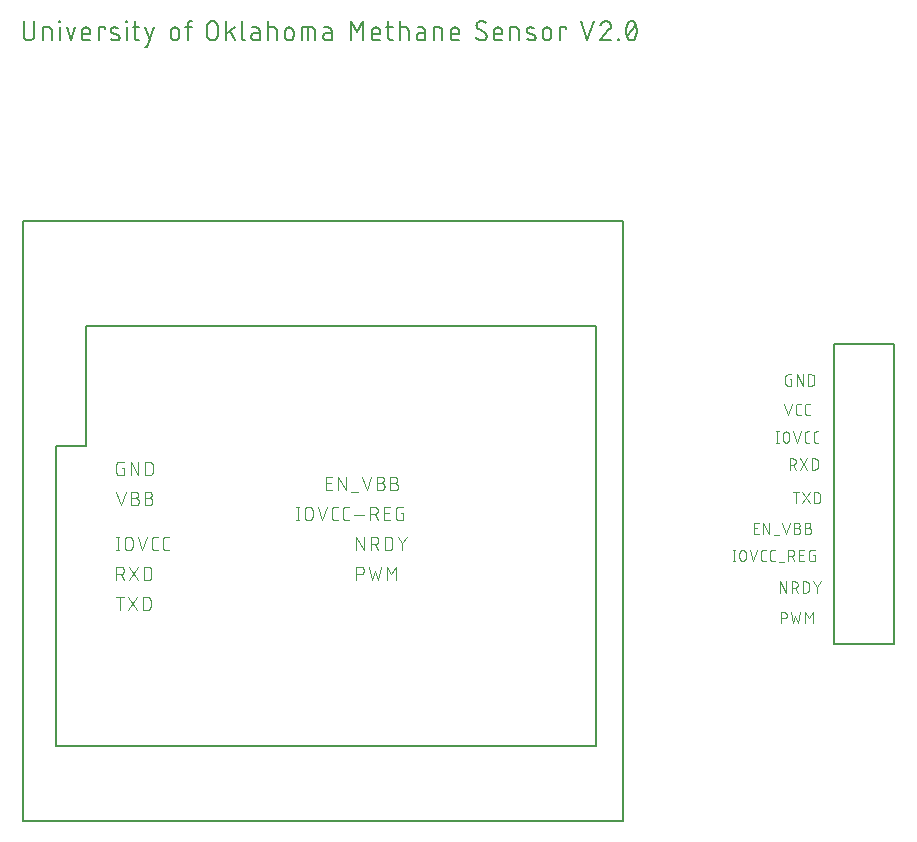
<source format=gbr>
G04 EAGLE Gerber RS-274X export*
G75*
%MOMM*%
%FSLAX34Y34*%
%LPD*%
%INSilkscreen Top*%
%IPPOS*%
%AMOC8*
5,1,8,0,0,1.08239X$1,22.5*%
G01*
%ADD10C,0.076200*%
%ADD11C,0.152400*%
%ADD12C,0.101600*%
%ADD13C,0.127000*%


D10*
X877796Y602502D02*
X879362Y602502D01*
X879362Y597281D01*
X876229Y597281D01*
X876140Y597283D01*
X876052Y597289D01*
X875964Y597298D01*
X875876Y597311D01*
X875789Y597328D01*
X875703Y597348D01*
X875618Y597373D01*
X875533Y597400D01*
X875450Y597432D01*
X875369Y597466D01*
X875289Y597505D01*
X875211Y597546D01*
X875134Y597591D01*
X875060Y597639D01*
X874987Y597690D01*
X874917Y597744D01*
X874850Y597802D01*
X874784Y597862D01*
X874722Y597924D01*
X874662Y597990D01*
X874604Y598057D01*
X874550Y598127D01*
X874499Y598200D01*
X874451Y598274D01*
X874406Y598351D01*
X874365Y598429D01*
X874326Y598509D01*
X874292Y598590D01*
X874260Y598673D01*
X874233Y598758D01*
X874208Y598843D01*
X874188Y598929D01*
X874171Y599016D01*
X874158Y599104D01*
X874149Y599192D01*
X874143Y599280D01*
X874141Y599369D01*
X874141Y604591D01*
X874143Y604682D01*
X874149Y604773D01*
X874159Y604864D01*
X874173Y604954D01*
X874190Y605043D01*
X874212Y605131D01*
X874238Y605219D01*
X874267Y605305D01*
X874300Y605390D01*
X874337Y605473D01*
X874377Y605555D01*
X874421Y605635D01*
X874468Y605713D01*
X874519Y605789D01*
X874572Y605862D01*
X874629Y605933D01*
X874690Y606002D01*
X874753Y606067D01*
X874818Y606130D01*
X874887Y606190D01*
X874958Y606248D01*
X875031Y606301D01*
X875107Y606352D01*
X875185Y606399D01*
X875265Y606443D01*
X875347Y606483D01*
X875430Y606520D01*
X875515Y606553D01*
X875601Y606582D01*
X875689Y606608D01*
X875777Y606630D01*
X875866Y606647D01*
X875956Y606661D01*
X876047Y606671D01*
X876138Y606677D01*
X876229Y606679D01*
X879362Y606679D01*
X883895Y606679D02*
X883895Y597281D01*
X889116Y597281D02*
X883895Y606679D01*
X889116Y606679D02*
X889116Y597281D01*
X893648Y597281D02*
X893648Y606679D01*
X896259Y606679D01*
X896359Y606677D01*
X896459Y606671D01*
X896558Y606662D01*
X896658Y606648D01*
X896756Y606631D01*
X896854Y606610D01*
X896951Y606586D01*
X897047Y606557D01*
X897142Y606525D01*
X897235Y606490D01*
X897327Y606451D01*
X897418Y606408D01*
X897506Y606362D01*
X897593Y606312D01*
X897678Y606260D01*
X897761Y606204D01*
X897842Y606145D01*
X897920Y606082D01*
X897996Y606017D01*
X898070Y605949D01*
X898140Y605879D01*
X898208Y605805D01*
X898273Y605729D01*
X898336Y605651D01*
X898395Y605570D01*
X898451Y605487D01*
X898503Y605402D01*
X898553Y605315D01*
X898599Y605227D01*
X898642Y605136D01*
X898681Y605044D01*
X898716Y604951D01*
X898748Y604856D01*
X898777Y604760D01*
X898801Y604663D01*
X898822Y604565D01*
X898839Y604467D01*
X898853Y604367D01*
X898862Y604268D01*
X898868Y604168D01*
X898870Y604068D01*
X898869Y604068D02*
X898869Y599892D01*
X898870Y599892D02*
X898868Y599792D01*
X898862Y599692D01*
X898853Y599593D01*
X898839Y599493D01*
X898822Y599395D01*
X898801Y599297D01*
X898777Y599200D01*
X898748Y599104D01*
X898716Y599009D01*
X898681Y598916D01*
X898642Y598824D01*
X898599Y598733D01*
X898553Y598645D01*
X898503Y598558D01*
X898451Y598473D01*
X898395Y598390D01*
X898336Y598309D01*
X898273Y598231D01*
X898208Y598155D01*
X898140Y598081D01*
X898070Y598011D01*
X897996Y597943D01*
X897920Y597878D01*
X897842Y597815D01*
X897761Y597756D01*
X897678Y597700D01*
X897593Y597648D01*
X897506Y597598D01*
X897418Y597552D01*
X897327Y597509D01*
X897235Y597470D01*
X897142Y597435D01*
X897047Y597403D01*
X896951Y597374D01*
X896854Y597350D01*
X896756Y597329D01*
X896658Y597312D01*
X896558Y597298D01*
X896459Y597289D01*
X896359Y597283D01*
X896259Y597281D01*
X893648Y597281D01*
X873506Y581914D02*
X876639Y572516D01*
X879771Y581914D01*
X885235Y572516D02*
X887323Y572516D01*
X885235Y572516D02*
X885146Y572518D01*
X885058Y572524D01*
X884970Y572533D01*
X884882Y572546D01*
X884795Y572563D01*
X884709Y572583D01*
X884624Y572608D01*
X884539Y572635D01*
X884456Y572667D01*
X884375Y572701D01*
X884295Y572740D01*
X884217Y572781D01*
X884140Y572826D01*
X884066Y572874D01*
X883993Y572925D01*
X883923Y572979D01*
X883856Y573037D01*
X883790Y573097D01*
X883728Y573159D01*
X883668Y573225D01*
X883610Y573292D01*
X883556Y573362D01*
X883505Y573435D01*
X883457Y573509D01*
X883412Y573586D01*
X883371Y573664D01*
X883332Y573744D01*
X883298Y573825D01*
X883266Y573908D01*
X883239Y573993D01*
X883214Y574078D01*
X883194Y574164D01*
X883177Y574251D01*
X883164Y574339D01*
X883155Y574427D01*
X883149Y574515D01*
X883147Y574604D01*
X883146Y574604D02*
X883146Y579826D01*
X883147Y579826D02*
X883149Y579917D01*
X883155Y580008D01*
X883165Y580099D01*
X883179Y580189D01*
X883196Y580278D01*
X883218Y580366D01*
X883244Y580454D01*
X883273Y580540D01*
X883306Y580625D01*
X883343Y580708D01*
X883383Y580790D01*
X883427Y580870D01*
X883474Y580948D01*
X883525Y581024D01*
X883578Y581097D01*
X883635Y581168D01*
X883696Y581237D01*
X883759Y581302D01*
X883824Y581365D01*
X883893Y581425D01*
X883964Y581483D01*
X884037Y581536D01*
X884113Y581587D01*
X884191Y581634D01*
X884271Y581678D01*
X884353Y581718D01*
X884436Y581755D01*
X884521Y581788D01*
X884607Y581817D01*
X884695Y581843D01*
X884783Y581865D01*
X884872Y581882D01*
X884962Y581896D01*
X885053Y581906D01*
X885144Y581912D01*
X885235Y581914D01*
X887323Y581914D01*
X892855Y572516D02*
X894943Y572516D01*
X892855Y572516D02*
X892766Y572518D01*
X892678Y572524D01*
X892590Y572533D01*
X892502Y572546D01*
X892415Y572563D01*
X892329Y572583D01*
X892244Y572608D01*
X892159Y572635D01*
X892076Y572667D01*
X891995Y572701D01*
X891915Y572740D01*
X891837Y572781D01*
X891760Y572826D01*
X891686Y572874D01*
X891613Y572925D01*
X891543Y572979D01*
X891476Y573037D01*
X891410Y573097D01*
X891348Y573159D01*
X891288Y573225D01*
X891230Y573292D01*
X891176Y573362D01*
X891125Y573435D01*
X891077Y573509D01*
X891032Y573586D01*
X890991Y573664D01*
X890952Y573744D01*
X890918Y573825D01*
X890886Y573908D01*
X890859Y573993D01*
X890834Y574078D01*
X890814Y574164D01*
X890797Y574251D01*
X890784Y574339D01*
X890775Y574427D01*
X890769Y574515D01*
X890767Y574604D01*
X890766Y574604D02*
X890766Y579826D01*
X890767Y579826D02*
X890769Y579917D01*
X890775Y580008D01*
X890785Y580099D01*
X890799Y580189D01*
X890816Y580278D01*
X890838Y580366D01*
X890864Y580454D01*
X890893Y580540D01*
X890926Y580625D01*
X890963Y580708D01*
X891003Y580790D01*
X891047Y580870D01*
X891094Y580948D01*
X891145Y581024D01*
X891198Y581097D01*
X891255Y581168D01*
X891316Y581237D01*
X891379Y581302D01*
X891444Y581365D01*
X891513Y581425D01*
X891584Y581483D01*
X891657Y581536D01*
X891733Y581587D01*
X891811Y581634D01*
X891891Y581678D01*
X891973Y581718D01*
X892056Y581755D01*
X892141Y581788D01*
X892227Y581817D01*
X892315Y581843D01*
X892403Y581865D01*
X892492Y581882D01*
X892582Y581896D01*
X892673Y581906D01*
X892764Y581912D01*
X892855Y581914D01*
X894943Y581914D01*
X867565Y558419D02*
X867565Y549021D01*
X866521Y549021D02*
X868609Y549021D01*
X868609Y558419D02*
X866521Y558419D01*
X872270Y555808D02*
X872270Y551632D01*
X872269Y555808D02*
X872271Y555909D01*
X872277Y556010D01*
X872287Y556111D01*
X872300Y556211D01*
X872318Y556311D01*
X872339Y556410D01*
X872365Y556508D01*
X872394Y556605D01*
X872426Y556701D01*
X872463Y556795D01*
X872503Y556888D01*
X872547Y556980D01*
X872594Y557069D01*
X872645Y557157D01*
X872699Y557243D01*
X872756Y557326D01*
X872816Y557408D01*
X872880Y557486D01*
X872946Y557563D01*
X873016Y557636D01*
X873088Y557707D01*
X873163Y557775D01*
X873241Y557840D01*
X873321Y557902D01*
X873403Y557961D01*
X873488Y558017D01*
X873575Y558069D01*
X873663Y558118D01*
X873754Y558164D01*
X873846Y558205D01*
X873940Y558244D01*
X874035Y558278D01*
X874131Y558309D01*
X874229Y558336D01*
X874327Y558360D01*
X874427Y558379D01*
X874527Y558395D01*
X874627Y558407D01*
X874728Y558415D01*
X874829Y558419D01*
X874931Y558419D01*
X875032Y558415D01*
X875133Y558407D01*
X875233Y558395D01*
X875333Y558379D01*
X875433Y558360D01*
X875531Y558336D01*
X875629Y558309D01*
X875725Y558278D01*
X875820Y558244D01*
X875914Y558205D01*
X876006Y558164D01*
X876097Y558118D01*
X876186Y558069D01*
X876272Y558017D01*
X876357Y557961D01*
X876439Y557902D01*
X876519Y557840D01*
X876597Y557775D01*
X876672Y557707D01*
X876744Y557636D01*
X876814Y557563D01*
X876880Y557486D01*
X876944Y557408D01*
X877004Y557326D01*
X877061Y557243D01*
X877115Y557157D01*
X877166Y557069D01*
X877213Y556980D01*
X877257Y556888D01*
X877297Y556795D01*
X877334Y556701D01*
X877366Y556605D01*
X877395Y556508D01*
X877421Y556410D01*
X877442Y556311D01*
X877460Y556211D01*
X877473Y556111D01*
X877483Y556010D01*
X877489Y555909D01*
X877491Y555808D01*
X877491Y551632D01*
X877489Y551531D01*
X877483Y551430D01*
X877473Y551329D01*
X877460Y551229D01*
X877442Y551129D01*
X877421Y551030D01*
X877395Y550932D01*
X877366Y550835D01*
X877334Y550739D01*
X877297Y550645D01*
X877257Y550552D01*
X877213Y550460D01*
X877166Y550371D01*
X877115Y550283D01*
X877061Y550197D01*
X877004Y550114D01*
X876944Y550032D01*
X876880Y549954D01*
X876814Y549877D01*
X876744Y549804D01*
X876672Y549733D01*
X876597Y549665D01*
X876519Y549600D01*
X876439Y549538D01*
X876357Y549479D01*
X876272Y549423D01*
X876186Y549371D01*
X876097Y549322D01*
X876006Y549276D01*
X875914Y549235D01*
X875820Y549196D01*
X875725Y549162D01*
X875629Y549131D01*
X875531Y549104D01*
X875433Y549080D01*
X875333Y549061D01*
X875233Y549045D01*
X875133Y549033D01*
X875032Y549025D01*
X874931Y549021D01*
X874829Y549021D01*
X874728Y549025D01*
X874627Y549033D01*
X874527Y549045D01*
X874427Y549061D01*
X874327Y549080D01*
X874229Y549104D01*
X874131Y549131D01*
X874035Y549162D01*
X873940Y549196D01*
X873846Y549235D01*
X873754Y549276D01*
X873663Y549322D01*
X873575Y549371D01*
X873488Y549423D01*
X873403Y549479D01*
X873321Y549538D01*
X873241Y549600D01*
X873163Y549665D01*
X873088Y549733D01*
X873016Y549804D01*
X872946Y549877D01*
X872880Y549954D01*
X872816Y550032D01*
X872756Y550114D01*
X872699Y550197D01*
X872645Y550283D01*
X872594Y550371D01*
X872547Y550460D01*
X872503Y550552D01*
X872463Y550645D01*
X872426Y550739D01*
X872394Y550835D01*
X872365Y550932D01*
X872339Y551030D01*
X872318Y551129D01*
X872300Y551229D01*
X872287Y551329D01*
X872277Y551430D01*
X872271Y551531D01*
X872269Y551632D01*
X880892Y558419D02*
X884024Y549021D01*
X887157Y558419D01*
X892620Y549021D02*
X894709Y549021D01*
X892620Y549021D02*
X892531Y549023D01*
X892443Y549029D01*
X892355Y549038D01*
X892267Y549051D01*
X892180Y549068D01*
X892094Y549088D01*
X892009Y549113D01*
X891924Y549140D01*
X891841Y549172D01*
X891760Y549206D01*
X891680Y549245D01*
X891602Y549286D01*
X891525Y549331D01*
X891451Y549379D01*
X891378Y549430D01*
X891308Y549484D01*
X891241Y549542D01*
X891175Y549602D01*
X891113Y549664D01*
X891053Y549730D01*
X890995Y549797D01*
X890941Y549867D01*
X890890Y549940D01*
X890842Y550014D01*
X890797Y550091D01*
X890756Y550169D01*
X890717Y550249D01*
X890683Y550330D01*
X890651Y550413D01*
X890624Y550498D01*
X890599Y550583D01*
X890579Y550669D01*
X890562Y550756D01*
X890549Y550844D01*
X890540Y550932D01*
X890534Y551020D01*
X890532Y551109D01*
X890532Y556331D01*
X890534Y556422D01*
X890540Y556513D01*
X890550Y556604D01*
X890564Y556694D01*
X890581Y556783D01*
X890603Y556871D01*
X890629Y556959D01*
X890658Y557045D01*
X890691Y557130D01*
X890728Y557213D01*
X890768Y557295D01*
X890812Y557375D01*
X890859Y557453D01*
X890910Y557529D01*
X890963Y557602D01*
X891020Y557673D01*
X891081Y557742D01*
X891144Y557807D01*
X891209Y557870D01*
X891278Y557930D01*
X891349Y557988D01*
X891422Y558041D01*
X891498Y558092D01*
X891576Y558139D01*
X891656Y558183D01*
X891738Y558223D01*
X891821Y558260D01*
X891906Y558293D01*
X891992Y558322D01*
X892080Y558348D01*
X892168Y558370D01*
X892257Y558387D01*
X892347Y558401D01*
X892438Y558411D01*
X892529Y558417D01*
X892620Y558419D01*
X894709Y558419D01*
X900240Y549021D02*
X902329Y549021D01*
X900240Y549021D02*
X900151Y549023D01*
X900063Y549029D01*
X899975Y549038D01*
X899887Y549051D01*
X899800Y549068D01*
X899714Y549088D01*
X899629Y549113D01*
X899544Y549140D01*
X899461Y549172D01*
X899380Y549206D01*
X899300Y549245D01*
X899222Y549286D01*
X899145Y549331D01*
X899071Y549379D01*
X898998Y549430D01*
X898928Y549484D01*
X898861Y549542D01*
X898795Y549602D01*
X898733Y549664D01*
X898673Y549730D01*
X898615Y549797D01*
X898561Y549867D01*
X898510Y549940D01*
X898462Y550014D01*
X898417Y550091D01*
X898376Y550169D01*
X898337Y550249D01*
X898303Y550330D01*
X898271Y550413D01*
X898244Y550498D01*
X898219Y550583D01*
X898199Y550669D01*
X898182Y550756D01*
X898169Y550844D01*
X898160Y550932D01*
X898154Y551020D01*
X898152Y551109D01*
X898152Y556331D01*
X898154Y556422D01*
X898160Y556513D01*
X898170Y556604D01*
X898184Y556694D01*
X898201Y556783D01*
X898223Y556871D01*
X898249Y556959D01*
X898278Y557045D01*
X898311Y557130D01*
X898348Y557213D01*
X898388Y557295D01*
X898432Y557375D01*
X898479Y557453D01*
X898530Y557529D01*
X898583Y557602D01*
X898640Y557673D01*
X898701Y557742D01*
X898764Y557807D01*
X898829Y557870D01*
X898898Y557930D01*
X898969Y557988D01*
X899042Y558041D01*
X899118Y558092D01*
X899196Y558139D01*
X899276Y558183D01*
X899358Y558223D01*
X899441Y558260D01*
X899526Y558293D01*
X899612Y558322D01*
X899700Y558348D01*
X899788Y558370D01*
X899877Y558387D01*
X899967Y558401D01*
X900058Y558411D01*
X900149Y558417D01*
X900240Y558419D01*
X902329Y558419D01*
X877951Y535559D02*
X877951Y526161D01*
X877951Y535559D02*
X880562Y535559D01*
X880663Y535557D01*
X880764Y535551D01*
X880865Y535541D01*
X880965Y535528D01*
X881065Y535510D01*
X881164Y535489D01*
X881262Y535463D01*
X881359Y535434D01*
X881455Y535402D01*
X881549Y535365D01*
X881642Y535325D01*
X881734Y535281D01*
X881823Y535234D01*
X881911Y535183D01*
X881997Y535129D01*
X882080Y535072D01*
X882162Y535012D01*
X882240Y534948D01*
X882317Y534882D01*
X882390Y534812D01*
X882461Y534740D01*
X882529Y534665D01*
X882594Y534587D01*
X882656Y534507D01*
X882715Y534425D01*
X882771Y534340D01*
X882823Y534254D01*
X882872Y534165D01*
X882918Y534074D01*
X882959Y533982D01*
X882998Y533888D01*
X883032Y533793D01*
X883063Y533697D01*
X883090Y533599D01*
X883114Y533501D01*
X883133Y533401D01*
X883149Y533301D01*
X883161Y533201D01*
X883169Y533100D01*
X883173Y532999D01*
X883173Y532897D01*
X883169Y532796D01*
X883161Y532695D01*
X883149Y532595D01*
X883133Y532495D01*
X883114Y532395D01*
X883090Y532297D01*
X883063Y532199D01*
X883032Y532103D01*
X882998Y532008D01*
X882959Y531914D01*
X882918Y531822D01*
X882872Y531731D01*
X882823Y531643D01*
X882771Y531556D01*
X882715Y531471D01*
X882656Y531389D01*
X882594Y531309D01*
X882529Y531231D01*
X882461Y531156D01*
X882390Y531084D01*
X882317Y531014D01*
X882240Y530948D01*
X882162Y530884D01*
X882080Y530824D01*
X881997Y530767D01*
X881911Y530713D01*
X881823Y530662D01*
X881734Y530615D01*
X881642Y530571D01*
X881549Y530531D01*
X881455Y530494D01*
X881359Y530462D01*
X881262Y530433D01*
X881164Y530407D01*
X881065Y530386D01*
X880965Y530368D01*
X880865Y530355D01*
X880764Y530345D01*
X880663Y530339D01*
X880562Y530337D01*
X880562Y530338D02*
X877951Y530338D01*
X881084Y530338D02*
X883172Y526161D01*
X886516Y526161D02*
X892781Y535559D01*
X886516Y535559D02*
X892781Y526161D01*
X896487Y526161D02*
X896487Y535559D01*
X899097Y535559D01*
X899197Y535557D01*
X899297Y535551D01*
X899396Y535542D01*
X899496Y535528D01*
X899594Y535511D01*
X899692Y535490D01*
X899789Y535466D01*
X899885Y535437D01*
X899980Y535405D01*
X900073Y535370D01*
X900165Y535331D01*
X900256Y535288D01*
X900344Y535242D01*
X900431Y535192D01*
X900516Y535140D01*
X900599Y535084D01*
X900680Y535025D01*
X900758Y534962D01*
X900834Y534897D01*
X900908Y534829D01*
X900978Y534759D01*
X901046Y534685D01*
X901111Y534609D01*
X901174Y534531D01*
X901233Y534450D01*
X901289Y534367D01*
X901341Y534282D01*
X901391Y534195D01*
X901437Y534107D01*
X901480Y534016D01*
X901519Y533924D01*
X901554Y533831D01*
X901586Y533736D01*
X901615Y533640D01*
X901639Y533543D01*
X901660Y533445D01*
X901677Y533347D01*
X901691Y533247D01*
X901700Y533148D01*
X901706Y533048D01*
X901708Y532948D01*
X901708Y528772D01*
X901706Y528672D01*
X901700Y528572D01*
X901691Y528473D01*
X901677Y528373D01*
X901660Y528275D01*
X901639Y528177D01*
X901615Y528080D01*
X901586Y527984D01*
X901554Y527889D01*
X901519Y527796D01*
X901480Y527704D01*
X901437Y527613D01*
X901391Y527525D01*
X901341Y527438D01*
X901289Y527353D01*
X901233Y527270D01*
X901174Y527189D01*
X901111Y527111D01*
X901046Y527035D01*
X900978Y526961D01*
X900908Y526891D01*
X900834Y526823D01*
X900758Y526758D01*
X900680Y526695D01*
X900599Y526636D01*
X900516Y526580D01*
X900431Y526528D01*
X900344Y526478D01*
X900256Y526432D01*
X900165Y526389D01*
X900073Y526350D01*
X899980Y526315D01*
X899885Y526283D01*
X899789Y526254D01*
X899692Y526230D01*
X899594Y526209D01*
X899496Y526192D01*
X899396Y526178D01*
X899297Y526169D01*
X899197Y526163D01*
X899097Y526161D01*
X896487Y526161D01*
X883102Y506984D02*
X883102Y497586D01*
X880491Y506984D02*
X885712Y506984D01*
X894769Y506984D02*
X888503Y497586D01*
X894769Y497586D02*
X888503Y506984D01*
X898474Y506984D02*
X898474Y497586D01*
X898474Y506984D02*
X901085Y506984D01*
X901185Y506982D01*
X901285Y506976D01*
X901384Y506967D01*
X901484Y506953D01*
X901582Y506936D01*
X901680Y506915D01*
X901777Y506891D01*
X901873Y506862D01*
X901968Y506830D01*
X902061Y506795D01*
X902153Y506756D01*
X902244Y506713D01*
X902332Y506667D01*
X902419Y506617D01*
X902504Y506565D01*
X902587Y506509D01*
X902668Y506450D01*
X902746Y506387D01*
X902822Y506322D01*
X902896Y506254D01*
X902966Y506184D01*
X903034Y506110D01*
X903099Y506034D01*
X903162Y505956D01*
X903221Y505875D01*
X903277Y505792D01*
X903329Y505707D01*
X903379Y505620D01*
X903425Y505532D01*
X903468Y505441D01*
X903507Y505349D01*
X903542Y505256D01*
X903574Y505161D01*
X903603Y505065D01*
X903627Y504968D01*
X903648Y504870D01*
X903665Y504772D01*
X903679Y504672D01*
X903688Y504573D01*
X903694Y504473D01*
X903696Y504373D01*
X903695Y504373D02*
X903695Y500197D01*
X903696Y500197D02*
X903694Y500097D01*
X903688Y499997D01*
X903679Y499898D01*
X903665Y499798D01*
X903648Y499700D01*
X903627Y499602D01*
X903603Y499505D01*
X903574Y499409D01*
X903542Y499314D01*
X903507Y499221D01*
X903468Y499129D01*
X903425Y499038D01*
X903379Y498950D01*
X903329Y498863D01*
X903277Y498778D01*
X903221Y498695D01*
X903162Y498614D01*
X903099Y498536D01*
X903034Y498460D01*
X902966Y498386D01*
X902896Y498316D01*
X902822Y498248D01*
X902746Y498183D01*
X902668Y498120D01*
X902587Y498061D01*
X902504Y498005D01*
X902419Y497953D01*
X902332Y497903D01*
X902244Y497857D01*
X902153Y497814D01*
X902061Y497775D01*
X901968Y497740D01*
X901873Y497708D01*
X901777Y497679D01*
X901680Y497655D01*
X901582Y497634D01*
X901484Y497617D01*
X901384Y497603D01*
X901285Y497594D01*
X901185Y497588D01*
X901085Y497586D01*
X898474Y497586D01*
X851648Y471551D02*
X847471Y471551D01*
X847471Y480949D01*
X851648Y480949D01*
X850604Y476772D02*
X847471Y476772D01*
X855378Y480949D02*
X855378Y471551D01*
X860599Y471551D02*
X855378Y480949D01*
X860599Y480949D02*
X860599Y471551D01*
X864435Y470507D02*
X868612Y470507D01*
X874753Y471551D02*
X871620Y480949D01*
X877885Y480949D02*
X874753Y471551D01*
X881722Y476772D02*
X884333Y476772D01*
X884333Y476773D02*
X884434Y476771D01*
X884535Y476765D01*
X884636Y476755D01*
X884736Y476742D01*
X884836Y476724D01*
X884935Y476703D01*
X885033Y476677D01*
X885130Y476648D01*
X885226Y476616D01*
X885320Y476579D01*
X885413Y476539D01*
X885505Y476495D01*
X885594Y476448D01*
X885682Y476397D01*
X885768Y476343D01*
X885851Y476286D01*
X885933Y476226D01*
X886011Y476162D01*
X886088Y476096D01*
X886161Y476026D01*
X886232Y475954D01*
X886300Y475879D01*
X886365Y475801D01*
X886427Y475721D01*
X886486Y475639D01*
X886542Y475554D01*
X886594Y475467D01*
X886643Y475379D01*
X886689Y475288D01*
X886730Y475196D01*
X886769Y475102D01*
X886803Y475007D01*
X886834Y474911D01*
X886861Y474813D01*
X886885Y474715D01*
X886904Y474615D01*
X886920Y474515D01*
X886932Y474415D01*
X886940Y474314D01*
X886944Y474213D01*
X886944Y474111D01*
X886940Y474010D01*
X886932Y473909D01*
X886920Y473809D01*
X886904Y473709D01*
X886885Y473609D01*
X886861Y473511D01*
X886834Y473413D01*
X886803Y473317D01*
X886769Y473222D01*
X886730Y473128D01*
X886689Y473036D01*
X886643Y472945D01*
X886594Y472857D01*
X886542Y472770D01*
X886486Y472685D01*
X886427Y472603D01*
X886365Y472523D01*
X886300Y472445D01*
X886232Y472370D01*
X886161Y472298D01*
X886088Y472228D01*
X886011Y472162D01*
X885933Y472098D01*
X885851Y472038D01*
X885768Y471981D01*
X885682Y471927D01*
X885594Y471876D01*
X885505Y471829D01*
X885413Y471785D01*
X885320Y471745D01*
X885226Y471708D01*
X885130Y471676D01*
X885033Y471647D01*
X884935Y471621D01*
X884836Y471600D01*
X884736Y471582D01*
X884636Y471569D01*
X884535Y471559D01*
X884434Y471553D01*
X884333Y471551D01*
X881722Y471551D01*
X881722Y480949D01*
X884333Y480949D01*
X884423Y480947D01*
X884512Y480941D01*
X884602Y480932D01*
X884691Y480918D01*
X884779Y480901D01*
X884866Y480880D01*
X884953Y480855D01*
X885038Y480826D01*
X885122Y480794D01*
X885204Y480759D01*
X885285Y480719D01*
X885364Y480677D01*
X885441Y480631D01*
X885516Y480581D01*
X885589Y480529D01*
X885660Y480473D01*
X885728Y480415D01*
X885793Y480353D01*
X885856Y480289D01*
X885916Y480222D01*
X885973Y480153D01*
X886027Y480081D01*
X886078Y480007D01*
X886126Y479931D01*
X886170Y479853D01*
X886211Y479773D01*
X886249Y479691D01*
X886283Y479608D01*
X886313Y479523D01*
X886340Y479437D01*
X886363Y479351D01*
X886382Y479263D01*
X886397Y479174D01*
X886409Y479085D01*
X886417Y478996D01*
X886421Y478906D01*
X886421Y478816D01*
X886417Y478726D01*
X886409Y478637D01*
X886397Y478548D01*
X886382Y478459D01*
X886363Y478371D01*
X886340Y478285D01*
X886313Y478199D01*
X886283Y478114D01*
X886249Y478031D01*
X886211Y477949D01*
X886170Y477869D01*
X886126Y477791D01*
X886078Y477715D01*
X886027Y477641D01*
X885973Y477569D01*
X885916Y477500D01*
X885856Y477433D01*
X885793Y477369D01*
X885728Y477307D01*
X885660Y477249D01*
X885589Y477193D01*
X885516Y477141D01*
X885441Y477091D01*
X885364Y477045D01*
X885285Y477003D01*
X885204Y476963D01*
X885122Y476928D01*
X885038Y476896D01*
X884953Y476867D01*
X884866Y476842D01*
X884779Y476821D01*
X884691Y476804D01*
X884602Y476790D01*
X884512Y476781D01*
X884423Y476775D01*
X884333Y476773D01*
X890866Y476772D02*
X893477Y476772D01*
X893477Y476773D02*
X893578Y476771D01*
X893679Y476765D01*
X893780Y476755D01*
X893880Y476742D01*
X893980Y476724D01*
X894079Y476703D01*
X894177Y476677D01*
X894274Y476648D01*
X894370Y476616D01*
X894464Y476579D01*
X894557Y476539D01*
X894649Y476495D01*
X894738Y476448D01*
X894826Y476397D01*
X894912Y476343D01*
X894995Y476286D01*
X895077Y476226D01*
X895155Y476162D01*
X895232Y476096D01*
X895305Y476026D01*
X895376Y475954D01*
X895444Y475879D01*
X895509Y475801D01*
X895571Y475721D01*
X895630Y475639D01*
X895686Y475554D01*
X895738Y475467D01*
X895787Y475379D01*
X895833Y475288D01*
X895874Y475196D01*
X895913Y475102D01*
X895947Y475007D01*
X895978Y474911D01*
X896005Y474813D01*
X896029Y474715D01*
X896048Y474615D01*
X896064Y474515D01*
X896076Y474415D01*
X896084Y474314D01*
X896088Y474213D01*
X896088Y474111D01*
X896084Y474010D01*
X896076Y473909D01*
X896064Y473809D01*
X896048Y473709D01*
X896029Y473609D01*
X896005Y473511D01*
X895978Y473413D01*
X895947Y473317D01*
X895913Y473222D01*
X895874Y473128D01*
X895833Y473036D01*
X895787Y472945D01*
X895738Y472857D01*
X895686Y472770D01*
X895630Y472685D01*
X895571Y472603D01*
X895509Y472523D01*
X895444Y472445D01*
X895376Y472370D01*
X895305Y472298D01*
X895232Y472228D01*
X895155Y472162D01*
X895077Y472098D01*
X894995Y472038D01*
X894912Y471981D01*
X894826Y471927D01*
X894738Y471876D01*
X894649Y471829D01*
X894557Y471785D01*
X894464Y471745D01*
X894370Y471708D01*
X894274Y471676D01*
X894177Y471647D01*
X894079Y471621D01*
X893980Y471600D01*
X893880Y471582D01*
X893780Y471569D01*
X893679Y471559D01*
X893578Y471553D01*
X893477Y471551D01*
X890866Y471551D01*
X890866Y480949D01*
X893477Y480949D01*
X893567Y480947D01*
X893656Y480941D01*
X893746Y480932D01*
X893835Y480918D01*
X893923Y480901D01*
X894010Y480880D01*
X894097Y480855D01*
X894182Y480826D01*
X894266Y480794D01*
X894348Y480759D01*
X894429Y480719D01*
X894508Y480677D01*
X894585Y480631D01*
X894660Y480581D01*
X894733Y480529D01*
X894804Y480473D01*
X894872Y480415D01*
X894937Y480353D01*
X895000Y480289D01*
X895060Y480222D01*
X895117Y480153D01*
X895171Y480081D01*
X895222Y480007D01*
X895270Y479931D01*
X895314Y479853D01*
X895355Y479773D01*
X895393Y479691D01*
X895427Y479608D01*
X895457Y479523D01*
X895484Y479437D01*
X895507Y479351D01*
X895526Y479263D01*
X895541Y479174D01*
X895553Y479085D01*
X895561Y478996D01*
X895565Y478906D01*
X895565Y478816D01*
X895561Y478726D01*
X895553Y478637D01*
X895541Y478548D01*
X895526Y478459D01*
X895507Y478371D01*
X895484Y478285D01*
X895457Y478199D01*
X895427Y478114D01*
X895393Y478031D01*
X895355Y477949D01*
X895314Y477869D01*
X895270Y477791D01*
X895222Y477715D01*
X895171Y477641D01*
X895117Y477569D01*
X895060Y477500D01*
X895000Y477433D01*
X894937Y477369D01*
X894872Y477307D01*
X894804Y477249D01*
X894733Y477193D01*
X894660Y477141D01*
X894585Y477091D01*
X894508Y477045D01*
X894429Y477003D01*
X894348Y476963D01*
X894266Y476928D01*
X894182Y476896D01*
X894097Y476867D01*
X894010Y476842D01*
X893923Y476821D01*
X893835Y476804D01*
X893746Y476790D01*
X893656Y476781D01*
X893567Y476775D01*
X893477Y476773D01*
X830735Y458089D02*
X830735Y448691D01*
X829691Y448691D02*
X831779Y448691D01*
X831779Y458089D02*
X829691Y458089D01*
X835440Y455478D02*
X835440Y451302D01*
X835439Y455478D02*
X835441Y455579D01*
X835447Y455680D01*
X835457Y455781D01*
X835470Y455881D01*
X835488Y455981D01*
X835509Y456080D01*
X835535Y456178D01*
X835564Y456275D01*
X835596Y456371D01*
X835633Y456465D01*
X835673Y456558D01*
X835717Y456650D01*
X835764Y456739D01*
X835815Y456827D01*
X835869Y456913D01*
X835926Y456996D01*
X835986Y457078D01*
X836050Y457156D01*
X836116Y457233D01*
X836186Y457306D01*
X836258Y457377D01*
X836333Y457445D01*
X836411Y457510D01*
X836491Y457572D01*
X836573Y457631D01*
X836658Y457687D01*
X836745Y457739D01*
X836833Y457788D01*
X836924Y457834D01*
X837016Y457875D01*
X837110Y457914D01*
X837205Y457948D01*
X837301Y457979D01*
X837399Y458006D01*
X837497Y458030D01*
X837597Y458049D01*
X837697Y458065D01*
X837797Y458077D01*
X837898Y458085D01*
X837999Y458089D01*
X838101Y458089D01*
X838202Y458085D01*
X838303Y458077D01*
X838403Y458065D01*
X838503Y458049D01*
X838603Y458030D01*
X838701Y458006D01*
X838799Y457979D01*
X838895Y457948D01*
X838990Y457914D01*
X839084Y457875D01*
X839176Y457834D01*
X839267Y457788D01*
X839356Y457739D01*
X839442Y457687D01*
X839527Y457631D01*
X839609Y457572D01*
X839689Y457510D01*
X839767Y457445D01*
X839842Y457377D01*
X839914Y457306D01*
X839984Y457233D01*
X840050Y457156D01*
X840114Y457078D01*
X840174Y456996D01*
X840231Y456913D01*
X840285Y456827D01*
X840336Y456739D01*
X840383Y456650D01*
X840427Y456558D01*
X840467Y456465D01*
X840504Y456371D01*
X840536Y456275D01*
X840565Y456178D01*
X840591Y456080D01*
X840612Y455981D01*
X840630Y455881D01*
X840643Y455781D01*
X840653Y455680D01*
X840659Y455579D01*
X840661Y455478D01*
X840661Y451302D01*
X840659Y451201D01*
X840653Y451100D01*
X840643Y450999D01*
X840630Y450899D01*
X840612Y450799D01*
X840591Y450700D01*
X840565Y450602D01*
X840536Y450505D01*
X840504Y450409D01*
X840467Y450315D01*
X840427Y450222D01*
X840383Y450130D01*
X840336Y450041D01*
X840285Y449953D01*
X840231Y449867D01*
X840174Y449784D01*
X840114Y449702D01*
X840050Y449624D01*
X839984Y449547D01*
X839914Y449474D01*
X839842Y449403D01*
X839767Y449335D01*
X839689Y449270D01*
X839609Y449208D01*
X839527Y449149D01*
X839442Y449093D01*
X839356Y449041D01*
X839267Y448992D01*
X839176Y448946D01*
X839084Y448905D01*
X838990Y448866D01*
X838895Y448832D01*
X838799Y448801D01*
X838701Y448774D01*
X838603Y448750D01*
X838503Y448731D01*
X838403Y448715D01*
X838303Y448703D01*
X838202Y448695D01*
X838101Y448691D01*
X837999Y448691D01*
X837898Y448695D01*
X837797Y448703D01*
X837697Y448715D01*
X837597Y448731D01*
X837497Y448750D01*
X837399Y448774D01*
X837301Y448801D01*
X837205Y448832D01*
X837110Y448866D01*
X837016Y448905D01*
X836924Y448946D01*
X836833Y448992D01*
X836745Y449041D01*
X836658Y449093D01*
X836573Y449149D01*
X836491Y449208D01*
X836411Y449270D01*
X836333Y449335D01*
X836258Y449403D01*
X836186Y449474D01*
X836116Y449547D01*
X836050Y449624D01*
X835986Y449702D01*
X835926Y449784D01*
X835869Y449867D01*
X835815Y449953D01*
X835764Y450041D01*
X835717Y450130D01*
X835673Y450222D01*
X835633Y450315D01*
X835596Y450409D01*
X835564Y450505D01*
X835535Y450602D01*
X835509Y450700D01*
X835488Y450799D01*
X835470Y450899D01*
X835457Y450999D01*
X835447Y451100D01*
X835441Y451201D01*
X835439Y451302D01*
X844062Y458089D02*
X847194Y448691D01*
X850327Y458089D01*
X855790Y448691D02*
X857879Y448691D01*
X855790Y448691D02*
X855701Y448693D01*
X855613Y448699D01*
X855525Y448708D01*
X855437Y448721D01*
X855350Y448738D01*
X855264Y448758D01*
X855179Y448783D01*
X855094Y448810D01*
X855011Y448842D01*
X854930Y448876D01*
X854850Y448915D01*
X854772Y448956D01*
X854695Y449001D01*
X854621Y449049D01*
X854548Y449100D01*
X854478Y449154D01*
X854411Y449212D01*
X854345Y449272D01*
X854283Y449334D01*
X854223Y449400D01*
X854165Y449467D01*
X854111Y449537D01*
X854060Y449610D01*
X854012Y449684D01*
X853967Y449761D01*
X853926Y449839D01*
X853887Y449919D01*
X853853Y450000D01*
X853821Y450083D01*
X853794Y450168D01*
X853769Y450253D01*
X853749Y450339D01*
X853732Y450426D01*
X853719Y450514D01*
X853710Y450602D01*
X853704Y450690D01*
X853702Y450779D01*
X853702Y456001D01*
X853704Y456092D01*
X853710Y456183D01*
X853720Y456274D01*
X853734Y456364D01*
X853751Y456453D01*
X853773Y456541D01*
X853799Y456629D01*
X853828Y456715D01*
X853861Y456800D01*
X853898Y456883D01*
X853938Y456965D01*
X853982Y457045D01*
X854029Y457123D01*
X854080Y457199D01*
X854133Y457272D01*
X854190Y457343D01*
X854251Y457412D01*
X854314Y457477D01*
X854379Y457540D01*
X854448Y457600D01*
X854519Y457658D01*
X854592Y457711D01*
X854668Y457762D01*
X854746Y457809D01*
X854826Y457853D01*
X854908Y457893D01*
X854991Y457930D01*
X855076Y457963D01*
X855162Y457992D01*
X855250Y458018D01*
X855338Y458040D01*
X855427Y458057D01*
X855517Y458071D01*
X855608Y458081D01*
X855699Y458087D01*
X855790Y458089D01*
X857879Y458089D01*
X863410Y448691D02*
X865499Y448691D01*
X863410Y448691D02*
X863321Y448693D01*
X863233Y448699D01*
X863145Y448708D01*
X863057Y448721D01*
X862970Y448738D01*
X862884Y448758D01*
X862799Y448783D01*
X862714Y448810D01*
X862631Y448842D01*
X862550Y448876D01*
X862470Y448915D01*
X862392Y448956D01*
X862315Y449001D01*
X862241Y449049D01*
X862168Y449100D01*
X862098Y449154D01*
X862031Y449212D01*
X861965Y449272D01*
X861903Y449334D01*
X861843Y449400D01*
X861785Y449467D01*
X861731Y449537D01*
X861680Y449610D01*
X861632Y449684D01*
X861587Y449761D01*
X861546Y449839D01*
X861507Y449919D01*
X861473Y450000D01*
X861441Y450083D01*
X861414Y450168D01*
X861389Y450253D01*
X861369Y450339D01*
X861352Y450426D01*
X861339Y450514D01*
X861330Y450602D01*
X861324Y450690D01*
X861322Y450779D01*
X861322Y456001D01*
X861324Y456092D01*
X861330Y456183D01*
X861340Y456274D01*
X861354Y456364D01*
X861371Y456453D01*
X861393Y456541D01*
X861419Y456629D01*
X861448Y456715D01*
X861481Y456800D01*
X861518Y456883D01*
X861558Y456965D01*
X861602Y457045D01*
X861649Y457123D01*
X861700Y457199D01*
X861753Y457272D01*
X861810Y457343D01*
X861871Y457412D01*
X861934Y457477D01*
X861999Y457540D01*
X862068Y457600D01*
X862139Y457658D01*
X862212Y457711D01*
X862288Y457762D01*
X862366Y457809D01*
X862446Y457853D01*
X862528Y457893D01*
X862611Y457930D01*
X862696Y457963D01*
X862782Y457992D01*
X862870Y458018D01*
X862958Y458040D01*
X863047Y458057D01*
X863137Y458071D01*
X863228Y458081D01*
X863319Y458087D01*
X863410Y458089D01*
X865499Y458089D01*
X868575Y447647D02*
X872752Y447647D01*
X876645Y448691D02*
X876645Y458089D01*
X879255Y458089D01*
X879356Y458087D01*
X879457Y458081D01*
X879558Y458071D01*
X879658Y458058D01*
X879758Y458040D01*
X879857Y458019D01*
X879955Y457993D01*
X880052Y457964D01*
X880148Y457932D01*
X880242Y457895D01*
X880335Y457855D01*
X880427Y457811D01*
X880516Y457764D01*
X880604Y457713D01*
X880690Y457659D01*
X880773Y457602D01*
X880855Y457542D01*
X880933Y457478D01*
X881010Y457412D01*
X881083Y457342D01*
X881154Y457270D01*
X881222Y457195D01*
X881287Y457117D01*
X881349Y457037D01*
X881408Y456955D01*
X881464Y456870D01*
X881516Y456783D01*
X881565Y456695D01*
X881611Y456604D01*
X881652Y456512D01*
X881691Y456418D01*
X881725Y456323D01*
X881756Y456227D01*
X881783Y456129D01*
X881807Y456031D01*
X881826Y455931D01*
X881842Y455831D01*
X881854Y455731D01*
X881862Y455630D01*
X881866Y455529D01*
X881866Y455427D01*
X881862Y455326D01*
X881854Y455225D01*
X881842Y455125D01*
X881826Y455025D01*
X881807Y454925D01*
X881783Y454827D01*
X881756Y454729D01*
X881725Y454633D01*
X881691Y454538D01*
X881652Y454444D01*
X881611Y454352D01*
X881565Y454261D01*
X881516Y454173D01*
X881464Y454086D01*
X881408Y454001D01*
X881349Y453919D01*
X881287Y453839D01*
X881222Y453761D01*
X881154Y453686D01*
X881083Y453614D01*
X881010Y453544D01*
X880933Y453478D01*
X880855Y453414D01*
X880773Y453354D01*
X880690Y453297D01*
X880604Y453243D01*
X880516Y453192D01*
X880427Y453145D01*
X880335Y453101D01*
X880242Y453061D01*
X880148Y453024D01*
X880052Y452992D01*
X879955Y452963D01*
X879857Y452937D01*
X879758Y452916D01*
X879658Y452898D01*
X879558Y452885D01*
X879457Y452875D01*
X879356Y452869D01*
X879255Y452867D01*
X879255Y452868D02*
X876645Y452868D01*
X879777Y452868D02*
X881866Y448691D01*
X886054Y448691D02*
X890231Y448691D01*
X886054Y448691D02*
X886054Y458089D01*
X890231Y458089D01*
X889186Y453912D02*
X886054Y453912D01*
X897616Y453912D02*
X899182Y453912D01*
X899182Y448691D01*
X896050Y448691D01*
X895961Y448693D01*
X895873Y448699D01*
X895785Y448708D01*
X895697Y448721D01*
X895610Y448738D01*
X895524Y448758D01*
X895439Y448783D01*
X895354Y448810D01*
X895271Y448842D01*
X895190Y448876D01*
X895110Y448915D01*
X895032Y448956D01*
X894955Y449001D01*
X894881Y449049D01*
X894808Y449100D01*
X894738Y449154D01*
X894671Y449212D01*
X894605Y449272D01*
X894543Y449334D01*
X894483Y449400D01*
X894425Y449467D01*
X894371Y449537D01*
X894320Y449610D01*
X894272Y449684D01*
X894227Y449761D01*
X894186Y449839D01*
X894147Y449919D01*
X894113Y450000D01*
X894081Y450083D01*
X894054Y450168D01*
X894029Y450253D01*
X894009Y450339D01*
X893992Y450426D01*
X893979Y450514D01*
X893970Y450602D01*
X893964Y450690D01*
X893962Y450779D01*
X893961Y450779D02*
X893961Y456001D01*
X893962Y456001D02*
X893964Y456092D01*
X893970Y456183D01*
X893980Y456274D01*
X893994Y456364D01*
X894011Y456453D01*
X894033Y456541D01*
X894059Y456629D01*
X894088Y456715D01*
X894121Y456800D01*
X894158Y456883D01*
X894198Y456965D01*
X894242Y457045D01*
X894289Y457123D01*
X894340Y457199D01*
X894393Y457272D01*
X894450Y457343D01*
X894511Y457412D01*
X894574Y457477D01*
X894639Y457540D01*
X894708Y457600D01*
X894779Y457658D01*
X894852Y457711D01*
X894928Y457762D01*
X895006Y457809D01*
X895086Y457853D01*
X895168Y457893D01*
X895251Y457930D01*
X895336Y457963D01*
X895422Y457992D01*
X895510Y458018D01*
X895598Y458040D01*
X895687Y458057D01*
X895777Y458071D01*
X895868Y458081D01*
X895959Y458087D01*
X896050Y458089D01*
X899182Y458089D01*
X869696Y431419D02*
X869696Y422021D01*
X874917Y422021D02*
X869696Y431419D01*
X874917Y431419D02*
X874917Y422021D01*
X879507Y422021D02*
X879507Y431419D01*
X882117Y431419D01*
X882218Y431417D01*
X882319Y431411D01*
X882420Y431401D01*
X882520Y431388D01*
X882620Y431370D01*
X882719Y431349D01*
X882817Y431323D01*
X882914Y431294D01*
X883010Y431262D01*
X883104Y431225D01*
X883197Y431185D01*
X883289Y431141D01*
X883378Y431094D01*
X883466Y431043D01*
X883552Y430989D01*
X883635Y430932D01*
X883717Y430872D01*
X883795Y430808D01*
X883872Y430742D01*
X883945Y430672D01*
X884016Y430600D01*
X884084Y430525D01*
X884149Y430447D01*
X884211Y430367D01*
X884270Y430285D01*
X884326Y430200D01*
X884378Y430113D01*
X884427Y430025D01*
X884473Y429934D01*
X884514Y429842D01*
X884553Y429748D01*
X884587Y429653D01*
X884618Y429557D01*
X884645Y429459D01*
X884669Y429361D01*
X884688Y429261D01*
X884704Y429161D01*
X884716Y429061D01*
X884724Y428960D01*
X884728Y428859D01*
X884728Y428757D01*
X884724Y428656D01*
X884716Y428555D01*
X884704Y428455D01*
X884688Y428355D01*
X884669Y428255D01*
X884645Y428157D01*
X884618Y428059D01*
X884587Y427963D01*
X884553Y427868D01*
X884514Y427774D01*
X884473Y427682D01*
X884427Y427591D01*
X884378Y427503D01*
X884326Y427416D01*
X884270Y427331D01*
X884211Y427249D01*
X884149Y427169D01*
X884084Y427091D01*
X884016Y427016D01*
X883945Y426944D01*
X883872Y426874D01*
X883795Y426808D01*
X883717Y426744D01*
X883635Y426684D01*
X883552Y426627D01*
X883466Y426573D01*
X883378Y426522D01*
X883289Y426475D01*
X883197Y426431D01*
X883104Y426391D01*
X883010Y426354D01*
X882914Y426322D01*
X882817Y426293D01*
X882719Y426267D01*
X882620Y426246D01*
X882520Y426228D01*
X882420Y426215D01*
X882319Y426205D01*
X882218Y426199D01*
X882117Y426197D01*
X882117Y426198D02*
X879507Y426198D01*
X882639Y426198D02*
X884728Y422021D01*
X888898Y422021D02*
X888898Y431419D01*
X891509Y431419D01*
X891609Y431417D01*
X891709Y431411D01*
X891808Y431402D01*
X891908Y431388D01*
X892006Y431371D01*
X892104Y431350D01*
X892201Y431326D01*
X892297Y431297D01*
X892392Y431265D01*
X892485Y431230D01*
X892577Y431191D01*
X892668Y431148D01*
X892756Y431102D01*
X892843Y431052D01*
X892928Y431000D01*
X893011Y430944D01*
X893092Y430885D01*
X893170Y430822D01*
X893246Y430757D01*
X893320Y430689D01*
X893390Y430619D01*
X893458Y430545D01*
X893523Y430469D01*
X893586Y430391D01*
X893645Y430310D01*
X893701Y430227D01*
X893753Y430142D01*
X893803Y430055D01*
X893849Y429967D01*
X893892Y429876D01*
X893931Y429784D01*
X893966Y429691D01*
X893998Y429596D01*
X894027Y429500D01*
X894051Y429403D01*
X894072Y429305D01*
X894089Y429207D01*
X894103Y429107D01*
X894112Y429008D01*
X894118Y428908D01*
X894120Y428808D01*
X894119Y428808D02*
X894119Y424632D01*
X894120Y424632D02*
X894118Y424532D01*
X894112Y424432D01*
X894103Y424333D01*
X894089Y424233D01*
X894072Y424135D01*
X894051Y424037D01*
X894027Y423940D01*
X893998Y423844D01*
X893966Y423749D01*
X893931Y423656D01*
X893892Y423564D01*
X893849Y423473D01*
X893803Y423385D01*
X893753Y423298D01*
X893701Y423213D01*
X893645Y423130D01*
X893586Y423049D01*
X893523Y422971D01*
X893458Y422895D01*
X893390Y422821D01*
X893320Y422751D01*
X893246Y422683D01*
X893170Y422618D01*
X893092Y422555D01*
X893011Y422496D01*
X892928Y422440D01*
X892843Y422388D01*
X892756Y422338D01*
X892668Y422292D01*
X892577Y422249D01*
X892485Y422210D01*
X892392Y422175D01*
X892297Y422143D01*
X892201Y422114D01*
X892104Y422090D01*
X892006Y422069D01*
X891908Y422052D01*
X891808Y422038D01*
X891709Y422029D01*
X891609Y422023D01*
X891509Y422021D01*
X888898Y422021D01*
X897825Y431419D02*
X900958Y426981D01*
X904090Y431419D01*
X900958Y426981D02*
X900958Y422021D01*
X870331Y405384D02*
X870331Y395986D01*
X870331Y405384D02*
X872942Y405384D01*
X873043Y405382D01*
X873144Y405376D01*
X873245Y405366D01*
X873345Y405353D01*
X873445Y405335D01*
X873544Y405314D01*
X873642Y405288D01*
X873739Y405259D01*
X873835Y405227D01*
X873929Y405190D01*
X874022Y405150D01*
X874114Y405106D01*
X874203Y405059D01*
X874291Y405008D01*
X874377Y404954D01*
X874460Y404897D01*
X874542Y404837D01*
X874620Y404773D01*
X874697Y404707D01*
X874770Y404637D01*
X874841Y404565D01*
X874909Y404490D01*
X874974Y404412D01*
X875036Y404332D01*
X875095Y404250D01*
X875151Y404165D01*
X875203Y404078D01*
X875252Y403990D01*
X875298Y403899D01*
X875339Y403807D01*
X875378Y403713D01*
X875412Y403618D01*
X875443Y403522D01*
X875470Y403424D01*
X875494Y403326D01*
X875513Y403226D01*
X875529Y403126D01*
X875541Y403026D01*
X875549Y402925D01*
X875553Y402824D01*
X875553Y402722D01*
X875549Y402621D01*
X875541Y402520D01*
X875529Y402420D01*
X875513Y402320D01*
X875494Y402220D01*
X875470Y402122D01*
X875443Y402024D01*
X875412Y401928D01*
X875378Y401833D01*
X875339Y401739D01*
X875298Y401647D01*
X875252Y401556D01*
X875203Y401468D01*
X875151Y401381D01*
X875095Y401296D01*
X875036Y401214D01*
X874974Y401134D01*
X874909Y401056D01*
X874841Y400981D01*
X874770Y400909D01*
X874697Y400839D01*
X874620Y400773D01*
X874542Y400709D01*
X874460Y400649D01*
X874377Y400592D01*
X874291Y400538D01*
X874203Y400487D01*
X874114Y400440D01*
X874022Y400396D01*
X873929Y400356D01*
X873835Y400319D01*
X873739Y400287D01*
X873642Y400258D01*
X873544Y400232D01*
X873445Y400211D01*
X873345Y400193D01*
X873245Y400180D01*
X873144Y400170D01*
X873043Y400164D01*
X872942Y400162D01*
X872942Y400163D02*
X870331Y400163D01*
X878692Y405384D02*
X880780Y395986D01*
X882869Y402251D01*
X884957Y395986D01*
X887046Y405384D01*
X891014Y405384D02*
X891014Y395986D01*
X894146Y400163D02*
X891014Y405384D01*
X894146Y400163D02*
X897279Y405384D01*
X897279Y395986D01*
D11*
X736600Y736600D02*
X228600Y736600D01*
X228600Y228600D02*
X736600Y228600D01*
X228600Y228600D02*
X228600Y736600D01*
X736600Y736600D02*
X736600Y228600D01*
X229362Y894278D02*
X229362Y906018D01*
X229362Y894278D02*
X229364Y894145D01*
X229370Y894013D01*
X229380Y893881D01*
X229393Y893749D01*
X229411Y893617D01*
X229432Y893487D01*
X229457Y893356D01*
X229486Y893227D01*
X229519Y893099D01*
X229555Y892971D01*
X229595Y892845D01*
X229639Y892720D01*
X229687Y892596D01*
X229738Y892474D01*
X229793Y892353D01*
X229851Y892234D01*
X229913Y892116D01*
X229978Y892001D01*
X230047Y891887D01*
X230118Y891776D01*
X230194Y891667D01*
X230272Y891560D01*
X230353Y891455D01*
X230438Y891353D01*
X230525Y891253D01*
X230615Y891156D01*
X230708Y891061D01*
X230804Y890970D01*
X230902Y890881D01*
X231003Y890795D01*
X231107Y890712D01*
X231213Y890632D01*
X231321Y890556D01*
X231431Y890482D01*
X231544Y890412D01*
X231658Y890345D01*
X231775Y890282D01*
X231893Y890222D01*
X232013Y890165D01*
X232135Y890112D01*
X232258Y890063D01*
X232382Y890017D01*
X232508Y889975D01*
X232635Y889937D01*
X232763Y889902D01*
X232892Y889871D01*
X233021Y889844D01*
X233152Y889821D01*
X233283Y889801D01*
X233415Y889786D01*
X233547Y889774D01*
X233679Y889766D01*
X233812Y889762D01*
X233944Y889762D01*
X234077Y889766D01*
X234209Y889774D01*
X234341Y889786D01*
X234473Y889801D01*
X234604Y889821D01*
X234735Y889844D01*
X234864Y889871D01*
X234993Y889902D01*
X235121Y889937D01*
X235248Y889975D01*
X235374Y890017D01*
X235498Y890063D01*
X235621Y890112D01*
X235743Y890165D01*
X235863Y890222D01*
X235981Y890282D01*
X236098Y890345D01*
X236212Y890412D01*
X236325Y890482D01*
X236435Y890556D01*
X236543Y890632D01*
X236649Y890712D01*
X236753Y890795D01*
X236854Y890881D01*
X236952Y890970D01*
X237048Y891061D01*
X237141Y891156D01*
X237231Y891253D01*
X237318Y891353D01*
X237403Y891455D01*
X237484Y891560D01*
X237562Y891667D01*
X237638Y891776D01*
X237709Y891887D01*
X237778Y892001D01*
X237843Y892116D01*
X237905Y892234D01*
X237963Y892353D01*
X238018Y892474D01*
X238069Y892596D01*
X238117Y892720D01*
X238161Y892845D01*
X238201Y892971D01*
X238237Y893099D01*
X238270Y893227D01*
X238299Y893356D01*
X238324Y893487D01*
X238345Y893617D01*
X238363Y893749D01*
X238376Y893881D01*
X238386Y894013D01*
X238392Y894145D01*
X238394Y894278D01*
X238393Y894278D02*
X238393Y906018D01*
X245896Y900599D02*
X245896Y889762D01*
X245896Y900599D02*
X250412Y900599D01*
X250516Y900597D01*
X250619Y900591D01*
X250723Y900581D01*
X250826Y900567D01*
X250928Y900549D01*
X251029Y900528D01*
X251130Y900502D01*
X251229Y900473D01*
X251328Y900440D01*
X251425Y900403D01*
X251520Y900362D01*
X251614Y900318D01*
X251706Y900270D01*
X251796Y900219D01*
X251885Y900164D01*
X251971Y900106D01*
X252054Y900044D01*
X252136Y899980D01*
X252214Y899912D01*
X252290Y899842D01*
X252364Y899769D01*
X252434Y899692D01*
X252502Y899614D01*
X252566Y899532D01*
X252628Y899449D01*
X252686Y899363D01*
X252741Y899274D01*
X252792Y899184D01*
X252840Y899092D01*
X252884Y898998D01*
X252925Y898903D01*
X252962Y898806D01*
X252995Y898707D01*
X253024Y898608D01*
X253050Y898507D01*
X253071Y898406D01*
X253089Y898304D01*
X253103Y898201D01*
X253113Y898097D01*
X253119Y897994D01*
X253121Y897890D01*
X253121Y889762D01*
X259930Y889762D02*
X259930Y900599D01*
X259478Y905115D02*
X259478Y906018D01*
X260381Y906018D01*
X260381Y905115D01*
X259478Y905115D01*
X265696Y900599D02*
X269308Y889762D01*
X272921Y900599D01*
X281431Y889762D02*
X285947Y889762D01*
X281431Y889762D02*
X281330Y889764D01*
X281229Y889770D01*
X281128Y889779D01*
X281027Y889792D01*
X280927Y889809D01*
X280828Y889830D01*
X280730Y889854D01*
X280633Y889882D01*
X280536Y889914D01*
X280441Y889949D01*
X280348Y889988D01*
X280256Y890030D01*
X280165Y890076D01*
X280077Y890125D01*
X279990Y890177D01*
X279905Y890233D01*
X279822Y890291D01*
X279742Y890353D01*
X279664Y890418D01*
X279588Y890485D01*
X279515Y890555D01*
X279445Y890628D01*
X279378Y890704D01*
X279313Y890782D01*
X279251Y890862D01*
X279193Y890945D01*
X279137Y891030D01*
X279085Y891117D01*
X279036Y891205D01*
X278990Y891296D01*
X278948Y891388D01*
X278909Y891481D01*
X278874Y891576D01*
X278842Y891673D01*
X278814Y891770D01*
X278790Y891868D01*
X278769Y891967D01*
X278752Y892067D01*
X278739Y892168D01*
X278730Y892269D01*
X278724Y892370D01*
X278722Y892471D01*
X278722Y896987D01*
X278724Y897106D01*
X278730Y897226D01*
X278740Y897345D01*
X278754Y897463D01*
X278771Y897582D01*
X278793Y897699D01*
X278818Y897816D01*
X278848Y897931D01*
X278881Y898046D01*
X278918Y898160D01*
X278958Y898272D01*
X279003Y898383D01*
X279051Y898492D01*
X279102Y898600D01*
X279157Y898706D01*
X279216Y898810D01*
X279278Y898912D01*
X279343Y899012D01*
X279412Y899110D01*
X279484Y899206D01*
X279559Y899299D01*
X279636Y899389D01*
X279717Y899477D01*
X279801Y899562D01*
X279888Y899644D01*
X279977Y899724D01*
X280069Y899800D01*
X280163Y899874D01*
X280260Y899944D01*
X280358Y900011D01*
X280459Y900075D01*
X280563Y900135D01*
X280668Y900192D01*
X280775Y900245D01*
X280883Y900295D01*
X280993Y900341D01*
X281105Y900383D01*
X281218Y900422D01*
X281332Y900457D01*
X281447Y900488D01*
X281564Y900516D01*
X281681Y900539D01*
X281798Y900559D01*
X281917Y900575D01*
X282036Y900587D01*
X282155Y900595D01*
X282274Y900599D01*
X282394Y900599D01*
X282513Y900595D01*
X282632Y900587D01*
X282751Y900575D01*
X282870Y900559D01*
X282987Y900539D01*
X283104Y900516D01*
X283221Y900488D01*
X283336Y900457D01*
X283450Y900422D01*
X283563Y900383D01*
X283675Y900341D01*
X283785Y900295D01*
X283893Y900245D01*
X284000Y900192D01*
X284105Y900135D01*
X284209Y900075D01*
X284310Y900011D01*
X284408Y899944D01*
X284505Y899874D01*
X284599Y899800D01*
X284691Y899724D01*
X284780Y899644D01*
X284867Y899562D01*
X284951Y899477D01*
X285032Y899389D01*
X285109Y899299D01*
X285184Y899206D01*
X285256Y899110D01*
X285325Y899012D01*
X285390Y898912D01*
X285452Y898810D01*
X285511Y898706D01*
X285566Y898600D01*
X285617Y898492D01*
X285665Y898383D01*
X285710Y898272D01*
X285750Y898160D01*
X285787Y898046D01*
X285820Y897931D01*
X285850Y897816D01*
X285875Y897699D01*
X285897Y897582D01*
X285914Y897463D01*
X285928Y897345D01*
X285938Y897226D01*
X285944Y897106D01*
X285946Y896987D01*
X285947Y896987D02*
X285947Y895181D01*
X278722Y895181D01*
X292875Y889762D02*
X292875Y900599D01*
X298293Y900599D01*
X298293Y898793D01*
X304565Y896084D02*
X309081Y894278D01*
X304565Y896084D02*
X304477Y896121D01*
X304391Y896162D01*
X304306Y896206D01*
X304223Y896254D01*
X304143Y896305D01*
X304064Y896359D01*
X303988Y896417D01*
X303914Y896477D01*
X303842Y896541D01*
X303774Y896607D01*
X303708Y896677D01*
X303645Y896748D01*
X303584Y896823D01*
X303527Y896899D01*
X303474Y896978D01*
X303423Y897059D01*
X303376Y897142D01*
X303332Y897227D01*
X303292Y897314D01*
X303255Y897402D01*
X303222Y897492D01*
X303192Y897583D01*
X303167Y897675D01*
X303145Y897768D01*
X303127Y897862D01*
X303112Y897956D01*
X303102Y898051D01*
X303096Y898147D01*
X303093Y898242D01*
X303094Y898338D01*
X303100Y898433D01*
X303109Y898529D01*
X303122Y898623D01*
X303138Y898717D01*
X303159Y898811D01*
X303184Y898903D01*
X303212Y898994D01*
X303244Y899084D01*
X303279Y899173D01*
X303318Y899260D01*
X303361Y899346D01*
X303407Y899430D01*
X303457Y899511D01*
X303509Y899591D01*
X303565Y899669D01*
X303625Y899744D01*
X303687Y899816D01*
X303752Y899886D01*
X303820Y899954D01*
X303890Y900018D01*
X303963Y900080D01*
X304039Y900138D01*
X304117Y900194D01*
X304197Y900246D01*
X304279Y900295D01*
X304363Y900340D01*
X304449Y900382D01*
X304536Y900421D01*
X304625Y900456D01*
X304716Y900487D01*
X304807Y900514D01*
X304900Y900538D01*
X304993Y900558D01*
X305087Y900574D01*
X305182Y900586D01*
X305277Y900595D01*
X305373Y900599D01*
X305468Y900600D01*
X305715Y900593D01*
X305961Y900581D01*
X306207Y900563D01*
X306453Y900538D01*
X306697Y900508D01*
X306941Y900472D01*
X307184Y900431D01*
X307426Y900383D01*
X307667Y900329D01*
X307906Y900270D01*
X308144Y900205D01*
X308380Y900134D01*
X308615Y900058D01*
X308848Y899976D01*
X309078Y899888D01*
X309306Y899795D01*
X309533Y899697D01*
X309081Y894277D02*
X309169Y894240D01*
X309255Y894199D01*
X309340Y894155D01*
X309423Y894107D01*
X309503Y894056D01*
X309582Y894002D01*
X309658Y893944D01*
X309732Y893884D01*
X309804Y893820D01*
X309872Y893754D01*
X309938Y893684D01*
X310001Y893613D01*
X310062Y893538D01*
X310119Y893462D01*
X310172Y893383D01*
X310223Y893302D01*
X310270Y893219D01*
X310314Y893134D01*
X310354Y893047D01*
X310391Y892959D01*
X310424Y892869D01*
X310454Y892778D01*
X310479Y892686D01*
X310501Y892593D01*
X310519Y892499D01*
X310534Y892405D01*
X310544Y892310D01*
X310550Y892214D01*
X310553Y892119D01*
X310552Y892023D01*
X310546Y891928D01*
X310537Y891832D01*
X310524Y891738D01*
X310508Y891644D01*
X310487Y891550D01*
X310462Y891458D01*
X310434Y891367D01*
X310402Y891277D01*
X310367Y891188D01*
X310328Y891101D01*
X310285Y891015D01*
X310239Y890931D01*
X310189Y890850D01*
X310137Y890770D01*
X310081Y890692D01*
X310021Y890617D01*
X309959Y890545D01*
X309894Y890475D01*
X309826Y890407D01*
X309756Y890343D01*
X309683Y890281D01*
X309607Y890223D01*
X309529Y890167D01*
X309449Y890115D01*
X309367Y890066D01*
X309283Y890021D01*
X309197Y889979D01*
X309110Y889940D01*
X309021Y889905D01*
X308930Y889874D01*
X308839Y889847D01*
X308746Y889823D01*
X308653Y889803D01*
X308559Y889787D01*
X308464Y889775D01*
X308369Y889766D01*
X308273Y889762D01*
X308178Y889761D01*
X308178Y889762D02*
X307816Y889771D01*
X307454Y889789D01*
X307093Y889816D01*
X306733Y889851D01*
X306373Y889894D01*
X306014Y889946D01*
X305657Y890007D01*
X305302Y890076D01*
X304948Y890153D01*
X304596Y890239D01*
X304246Y890333D01*
X303898Y890436D01*
X303553Y890546D01*
X303211Y890665D01*
X316723Y889762D02*
X316723Y900599D01*
X316271Y905115D02*
X316271Y906018D01*
X317175Y906018D01*
X317175Y905115D01*
X316271Y905115D01*
X321713Y900599D02*
X327132Y900599D01*
X323519Y906018D02*
X323519Y892471D01*
X323520Y892471D02*
X323522Y892370D01*
X323528Y892269D01*
X323537Y892168D01*
X323550Y892067D01*
X323567Y891967D01*
X323588Y891868D01*
X323612Y891770D01*
X323640Y891673D01*
X323672Y891576D01*
X323707Y891481D01*
X323746Y891388D01*
X323788Y891296D01*
X323834Y891205D01*
X323883Y891117D01*
X323935Y891030D01*
X323991Y890945D01*
X324049Y890862D01*
X324111Y890782D01*
X324176Y890704D01*
X324243Y890628D01*
X324313Y890555D01*
X324386Y890485D01*
X324462Y890418D01*
X324540Y890353D01*
X324620Y890291D01*
X324703Y890233D01*
X324788Y890177D01*
X324875Y890125D01*
X324963Y890076D01*
X325054Y890030D01*
X325146Y889988D01*
X325239Y889949D01*
X325334Y889914D01*
X325431Y889882D01*
X325528Y889854D01*
X325626Y889830D01*
X325725Y889809D01*
X325825Y889792D01*
X325926Y889779D01*
X326027Y889770D01*
X326128Y889764D01*
X326229Y889762D01*
X327132Y889762D01*
X332389Y884343D02*
X334195Y884343D01*
X339614Y900599D01*
X332389Y900599D02*
X336001Y889762D01*
X353752Y893374D02*
X353752Y896987D01*
X353754Y897106D01*
X353760Y897226D01*
X353770Y897345D01*
X353784Y897463D01*
X353801Y897582D01*
X353823Y897699D01*
X353848Y897816D01*
X353878Y897931D01*
X353911Y898046D01*
X353948Y898160D01*
X353988Y898272D01*
X354033Y898383D01*
X354081Y898492D01*
X354132Y898600D01*
X354187Y898706D01*
X354246Y898810D01*
X354308Y898912D01*
X354373Y899012D01*
X354442Y899110D01*
X354514Y899206D01*
X354589Y899299D01*
X354666Y899389D01*
X354747Y899477D01*
X354831Y899562D01*
X354918Y899644D01*
X355007Y899724D01*
X355099Y899800D01*
X355193Y899874D01*
X355290Y899944D01*
X355388Y900011D01*
X355489Y900075D01*
X355593Y900135D01*
X355698Y900192D01*
X355805Y900245D01*
X355913Y900295D01*
X356023Y900341D01*
X356135Y900383D01*
X356248Y900422D01*
X356362Y900457D01*
X356477Y900488D01*
X356594Y900516D01*
X356711Y900539D01*
X356828Y900559D01*
X356947Y900575D01*
X357066Y900587D01*
X357185Y900595D01*
X357304Y900599D01*
X357424Y900599D01*
X357543Y900595D01*
X357662Y900587D01*
X357781Y900575D01*
X357900Y900559D01*
X358017Y900539D01*
X358134Y900516D01*
X358251Y900488D01*
X358366Y900457D01*
X358480Y900422D01*
X358593Y900383D01*
X358705Y900341D01*
X358815Y900295D01*
X358923Y900245D01*
X359030Y900192D01*
X359135Y900135D01*
X359239Y900075D01*
X359340Y900011D01*
X359438Y899944D01*
X359535Y899874D01*
X359629Y899800D01*
X359721Y899724D01*
X359810Y899644D01*
X359897Y899562D01*
X359981Y899477D01*
X360062Y899389D01*
X360139Y899299D01*
X360214Y899206D01*
X360286Y899110D01*
X360355Y899012D01*
X360420Y898912D01*
X360482Y898810D01*
X360541Y898706D01*
X360596Y898600D01*
X360647Y898492D01*
X360695Y898383D01*
X360740Y898272D01*
X360780Y898160D01*
X360817Y898046D01*
X360850Y897931D01*
X360880Y897816D01*
X360905Y897699D01*
X360927Y897582D01*
X360944Y897463D01*
X360958Y897345D01*
X360968Y897226D01*
X360974Y897106D01*
X360976Y896987D01*
X360976Y893374D01*
X360974Y893255D01*
X360968Y893135D01*
X360958Y893016D01*
X360944Y892898D01*
X360927Y892779D01*
X360905Y892662D01*
X360880Y892545D01*
X360850Y892430D01*
X360817Y892315D01*
X360780Y892201D01*
X360740Y892089D01*
X360695Y891978D01*
X360647Y891869D01*
X360596Y891761D01*
X360541Y891655D01*
X360482Y891551D01*
X360420Y891449D01*
X360355Y891349D01*
X360286Y891251D01*
X360214Y891155D01*
X360139Y891062D01*
X360062Y890972D01*
X359981Y890884D01*
X359897Y890799D01*
X359810Y890717D01*
X359721Y890637D01*
X359629Y890561D01*
X359535Y890487D01*
X359438Y890417D01*
X359340Y890350D01*
X359239Y890286D01*
X359135Y890226D01*
X359030Y890169D01*
X358923Y890116D01*
X358815Y890066D01*
X358705Y890020D01*
X358593Y889978D01*
X358480Y889939D01*
X358366Y889904D01*
X358251Y889873D01*
X358134Y889845D01*
X358017Y889822D01*
X357900Y889802D01*
X357781Y889786D01*
X357662Y889774D01*
X357543Y889766D01*
X357424Y889762D01*
X357304Y889762D01*
X357185Y889766D01*
X357066Y889774D01*
X356947Y889786D01*
X356828Y889802D01*
X356711Y889822D01*
X356594Y889845D01*
X356477Y889873D01*
X356362Y889904D01*
X356248Y889939D01*
X356135Y889978D01*
X356023Y890020D01*
X355913Y890066D01*
X355805Y890116D01*
X355698Y890169D01*
X355593Y890226D01*
X355489Y890286D01*
X355388Y890350D01*
X355290Y890417D01*
X355193Y890487D01*
X355099Y890561D01*
X355007Y890637D01*
X354918Y890717D01*
X354831Y890799D01*
X354747Y890884D01*
X354666Y890972D01*
X354589Y891062D01*
X354514Y891155D01*
X354442Y891251D01*
X354373Y891349D01*
X354308Y891449D01*
X354246Y891551D01*
X354187Y891655D01*
X354132Y891761D01*
X354081Y891869D01*
X354033Y891978D01*
X353988Y892089D01*
X353948Y892201D01*
X353911Y892315D01*
X353878Y892430D01*
X353848Y892545D01*
X353823Y892662D01*
X353801Y892779D01*
X353784Y892898D01*
X353770Y893016D01*
X353760Y893135D01*
X353754Y893255D01*
X353752Y893374D01*
X368186Y889762D02*
X368186Y903309D01*
X368187Y903309D02*
X368189Y903413D01*
X368195Y903516D01*
X368205Y903620D01*
X368219Y903723D01*
X368237Y903825D01*
X368258Y903926D01*
X368284Y904027D01*
X368313Y904126D01*
X368346Y904225D01*
X368383Y904322D01*
X368424Y904417D01*
X368468Y904511D01*
X368516Y904603D01*
X368567Y904693D01*
X368622Y904782D01*
X368680Y904868D01*
X368742Y904951D01*
X368806Y905033D01*
X368874Y905111D01*
X368944Y905187D01*
X369017Y905261D01*
X369094Y905331D01*
X369172Y905399D01*
X369254Y905463D01*
X369337Y905525D01*
X369423Y905583D01*
X369512Y905638D01*
X369602Y905689D01*
X369694Y905737D01*
X369788Y905781D01*
X369883Y905822D01*
X369980Y905859D01*
X370079Y905892D01*
X370178Y905921D01*
X370279Y905947D01*
X370380Y905968D01*
X370482Y905986D01*
X370585Y906000D01*
X370689Y906010D01*
X370792Y906016D01*
X370896Y906018D01*
X371799Y906018D01*
X371799Y900599D02*
X366380Y900599D01*
X384632Y901502D02*
X384632Y894278D01*
X384631Y901502D02*
X384633Y901635D01*
X384639Y901767D01*
X384649Y901899D01*
X384662Y902031D01*
X384680Y902163D01*
X384701Y902293D01*
X384726Y902424D01*
X384755Y902553D01*
X384788Y902681D01*
X384824Y902809D01*
X384864Y902935D01*
X384908Y903060D01*
X384956Y903184D01*
X385007Y903306D01*
X385062Y903427D01*
X385120Y903546D01*
X385182Y903664D01*
X385247Y903779D01*
X385316Y903893D01*
X385387Y904004D01*
X385463Y904113D01*
X385541Y904220D01*
X385622Y904325D01*
X385707Y904427D01*
X385794Y904527D01*
X385884Y904624D01*
X385977Y904719D01*
X386073Y904810D01*
X386171Y904899D01*
X386272Y904985D01*
X386376Y905068D01*
X386482Y905148D01*
X386590Y905224D01*
X386700Y905298D01*
X386813Y905368D01*
X386927Y905435D01*
X387044Y905498D01*
X387162Y905558D01*
X387282Y905615D01*
X387404Y905668D01*
X387527Y905717D01*
X387651Y905763D01*
X387777Y905805D01*
X387904Y905843D01*
X388032Y905878D01*
X388161Y905909D01*
X388290Y905936D01*
X388421Y905959D01*
X388552Y905979D01*
X388684Y905994D01*
X388816Y906006D01*
X388948Y906014D01*
X389081Y906018D01*
X389213Y906018D01*
X389346Y906014D01*
X389478Y906006D01*
X389610Y905994D01*
X389742Y905979D01*
X389873Y905959D01*
X390004Y905936D01*
X390133Y905909D01*
X390262Y905878D01*
X390390Y905843D01*
X390517Y905805D01*
X390643Y905763D01*
X390767Y905717D01*
X390890Y905668D01*
X391012Y905615D01*
X391132Y905558D01*
X391250Y905498D01*
X391367Y905435D01*
X391481Y905368D01*
X391594Y905298D01*
X391704Y905224D01*
X391812Y905148D01*
X391918Y905068D01*
X392022Y904985D01*
X392123Y904899D01*
X392221Y904810D01*
X392317Y904719D01*
X392410Y904624D01*
X392500Y904527D01*
X392587Y904427D01*
X392672Y904325D01*
X392753Y904220D01*
X392831Y904113D01*
X392907Y904004D01*
X392978Y903893D01*
X393047Y903779D01*
X393112Y903664D01*
X393174Y903546D01*
X393232Y903427D01*
X393287Y903306D01*
X393338Y903184D01*
X393386Y903060D01*
X393430Y902935D01*
X393470Y902809D01*
X393506Y902681D01*
X393539Y902553D01*
X393568Y902424D01*
X393593Y902293D01*
X393614Y902163D01*
X393632Y902031D01*
X393645Y901899D01*
X393655Y901767D01*
X393661Y901635D01*
X393663Y901502D01*
X393663Y894278D01*
X393661Y894145D01*
X393655Y894013D01*
X393645Y893881D01*
X393632Y893749D01*
X393614Y893617D01*
X393593Y893487D01*
X393568Y893356D01*
X393539Y893227D01*
X393506Y893099D01*
X393470Y892971D01*
X393430Y892845D01*
X393386Y892720D01*
X393338Y892596D01*
X393287Y892474D01*
X393232Y892353D01*
X393174Y892234D01*
X393112Y892116D01*
X393047Y892001D01*
X392978Y891887D01*
X392907Y891776D01*
X392831Y891667D01*
X392753Y891560D01*
X392672Y891455D01*
X392587Y891353D01*
X392500Y891253D01*
X392410Y891156D01*
X392317Y891061D01*
X392221Y890970D01*
X392123Y890881D01*
X392022Y890795D01*
X391918Y890712D01*
X391812Y890632D01*
X391704Y890556D01*
X391594Y890482D01*
X391481Y890412D01*
X391367Y890345D01*
X391250Y890282D01*
X391132Y890222D01*
X391012Y890165D01*
X390890Y890112D01*
X390767Y890063D01*
X390643Y890017D01*
X390517Y889975D01*
X390390Y889937D01*
X390262Y889902D01*
X390133Y889871D01*
X390004Y889844D01*
X389873Y889821D01*
X389742Y889801D01*
X389610Y889786D01*
X389478Y889774D01*
X389346Y889766D01*
X389213Y889762D01*
X389081Y889762D01*
X388948Y889766D01*
X388816Y889774D01*
X388684Y889786D01*
X388552Y889801D01*
X388421Y889821D01*
X388290Y889844D01*
X388161Y889871D01*
X388032Y889902D01*
X387904Y889937D01*
X387777Y889975D01*
X387651Y890017D01*
X387527Y890063D01*
X387404Y890112D01*
X387282Y890165D01*
X387162Y890222D01*
X387044Y890282D01*
X386927Y890345D01*
X386813Y890412D01*
X386700Y890482D01*
X386590Y890556D01*
X386482Y890632D01*
X386376Y890712D01*
X386272Y890795D01*
X386171Y890881D01*
X386073Y890970D01*
X385977Y891061D01*
X385884Y891156D01*
X385794Y891253D01*
X385707Y891353D01*
X385622Y891455D01*
X385541Y891560D01*
X385463Y891667D01*
X385387Y891776D01*
X385316Y891887D01*
X385247Y892001D01*
X385182Y892116D01*
X385120Y892234D01*
X385062Y892353D01*
X385007Y892474D01*
X384956Y892596D01*
X384908Y892720D01*
X384864Y892845D01*
X384824Y892971D01*
X384788Y893099D01*
X384755Y893227D01*
X384726Y893356D01*
X384701Y893487D01*
X384680Y893617D01*
X384662Y893749D01*
X384649Y893881D01*
X384639Y894013D01*
X384633Y894145D01*
X384631Y894278D01*
X400814Y889762D02*
X400814Y906018D01*
X408039Y900599D02*
X400814Y895181D01*
X403975Y897438D02*
X408039Y889762D01*
X413908Y892471D02*
X413908Y906018D01*
X413908Y892471D02*
X413910Y892370D01*
X413916Y892269D01*
X413925Y892168D01*
X413938Y892067D01*
X413955Y891967D01*
X413976Y891868D01*
X414000Y891770D01*
X414028Y891673D01*
X414060Y891576D01*
X414095Y891481D01*
X414134Y891388D01*
X414176Y891296D01*
X414222Y891205D01*
X414271Y891117D01*
X414323Y891030D01*
X414379Y890945D01*
X414437Y890862D01*
X414499Y890782D01*
X414564Y890704D01*
X414631Y890628D01*
X414701Y890555D01*
X414774Y890485D01*
X414850Y890418D01*
X414928Y890353D01*
X415008Y890291D01*
X415091Y890233D01*
X415176Y890177D01*
X415263Y890125D01*
X415351Y890076D01*
X415442Y890030D01*
X415534Y889988D01*
X415627Y889949D01*
X415722Y889914D01*
X415819Y889882D01*
X415916Y889854D01*
X416014Y889830D01*
X416113Y889809D01*
X416213Y889792D01*
X416314Y889779D01*
X416415Y889770D01*
X416516Y889764D01*
X416617Y889762D01*
X425096Y896084D02*
X429160Y896084D01*
X425096Y896084D02*
X424984Y896082D01*
X424873Y896076D01*
X424762Y896066D01*
X424651Y896053D01*
X424541Y896035D01*
X424432Y896013D01*
X424323Y895988D01*
X424215Y895959D01*
X424109Y895926D01*
X424003Y895889D01*
X423899Y895849D01*
X423797Y895805D01*
X423696Y895757D01*
X423597Y895706D01*
X423499Y895651D01*
X423404Y895593D01*
X423311Y895532D01*
X423220Y895467D01*
X423131Y895399D01*
X423045Y895328D01*
X422962Y895255D01*
X422881Y895178D01*
X422802Y895098D01*
X422727Y895016D01*
X422655Y894931D01*
X422585Y894844D01*
X422519Y894754D01*
X422456Y894662D01*
X422396Y894567D01*
X422340Y894471D01*
X422287Y894373D01*
X422238Y894273D01*
X422192Y894171D01*
X422150Y894068D01*
X422111Y893963D01*
X422076Y893857D01*
X422045Y893750D01*
X422018Y893642D01*
X421994Y893533D01*
X421975Y893423D01*
X421959Y893313D01*
X421947Y893202D01*
X421939Y893090D01*
X421935Y892979D01*
X421935Y892867D01*
X421939Y892756D01*
X421947Y892644D01*
X421959Y892533D01*
X421975Y892423D01*
X421994Y892313D01*
X422018Y892204D01*
X422045Y892096D01*
X422076Y891989D01*
X422111Y891883D01*
X422150Y891778D01*
X422192Y891675D01*
X422238Y891573D01*
X422287Y891473D01*
X422340Y891375D01*
X422396Y891279D01*
X422456Y891184D01*
X422519Y891092D01*
X422585Y891002D01*
X422655Y890915D01*
X422727Y890830D01*
X422802Y890748D01*
X422881Y890668D01*
X422962Y890591D01*
X423045Y890518D01*
X423131Y890447D01*
X423220Y890379D01*
X423311Y890314D01*
X423404Y890253D01*
X423499Y890195D01*
X423597Y890140D01*
X423696Y890089D01*
X423797Y890041D01*
X423899Y889997D01*
X424003Y889957D01*
X424109Y889920D01*
X424215Y889887D01*
X424323Y889858D01*
X424432Y889833D01*
X424541Y889811D01*
X424651Y889793D01*
X424762Y889780D01*
X424873Y889770D01*
X424984Y889764D01*
X425096Y889762D01*
X429160Y889762D01*
X429160Y897890D01*
X429159Y897890D02*
X429157Y897991D01*
X429151Y898092D01*
X429142Y898193D01*
X429129Y898294D01*
X429112Y898394D01*
X429091Y898493D01*
X429067Y898591D01*
X429039Y898688D01*
X429007Y898785D01*
X428972Y898880D01*
X428933Y898973D01*
X428891Y899065D01*
X428845Y899156D01*
X428796Y899245D01*
X428744Y899331D01*
X428688Y899416D01*
X428630Y899499D01*
X428568Y899579D01*
X428503Y899657D01*
X428436Y899733D01*
X428366Y899806D01*
X428293Y899876D01*
X428217Y899943D01*
X428139Y900008D01*
X428059Y900070D01*
X427976Y900128D01*
X427891Y900184D01*
X427805Y900236D01*
X427716Y900285D01*
X427625Y900331D01*
X427533Y900373D01*
X427440Y900412D01*
X427345Y900447D01*
X427248Y900479D01*
X427151Y900507D01*
X427053Y900531D01*
X426954Y900552D01*
X426854Y900569D01*
X426753Y900582D01*
X426652Y900591D01*
X426551Y900597D01*
X426450Y900599D01*
X422838Y900599D01*
X436597Y906018D02*
X436597Y889762D01*
X436597Y900599D02*
X441113Y900599D01*
X441217Y900597D01*
X441320Y900591D01*
X441424Y900581D01*
X441527Y900567D01*
X441629Y900549D01*
X441730Y900528D01*
X441831Y900502D01*
X441930Y900473D01*
X442029Y900440D01*
X442126Y900403D01*
X442221Y900362D01*
X442315Y900318D01*
X442407Y900270D01*
X442497Y900219D01*
X442586Y900164D01*
X442672Y900106D01*
X442755Y900044D01*
X442837Y899980D01*
X442915Y899912D01*
X442991Y899842D01*
X443065Y899769D01*
X443135Y899692D01*
X443203Y899614D01*
X443267Y899532D01*
X443329Y899449D01*
X443387Y899363D01*
X443442Y899274D01*
X443493Y899184D01*
X443541Y899092D01*
X443585Y898998D01*
X443626Y898903D01*
X443663Y898806D01*
X443696Y898707D01*
X443725Y898608D01*
X443751Y898507D01*
X443772Y898406D01*
X443790Y898304D01*
X443804Y898201D01*
X443814Y898097D01*
X443820Y897994D01*
X443822Y897890D01*
X443822Y889762D01*
X450665Y893374D02*
X450665Y896987D01*
X450666Y896987D02*
X450668Y897106D01*
X450674Y897226D01*
X450684Y897345D01*
X450698Y897463D01*
X450715Y897582D01*
X450737Y897699D01*
X450762Y897816D01*
X450792Y897931D01*
X450825Y898046D01*
X450862Y898160D01*
X450902Y898272D01*
X450947Y898383D01*
X450995Y898492D01*
X451046Y898600D01*
X451101Y898706D01*
X451160Y898810D01*
X451222Y898912D01*
X451287Y899012D01*
X451356Y899110D01*
X451428Y899206D01*
X451503Y899299D01*
X451580Y899389D01*
X451661Y899477D01*
X451745Y899562D01*
X451832Y899644D01*
X451921Y899724D01*
X452013Y899800D01*
X452107Y899874D01*
X452204Y899944D01*
X452302Y900011D01*
X452403Y900075D01*
X452507Y900135D01*
X452612Y900192D01*
X452719Y900245D01*
X452827Y900295D01*
X452937Y900341D01*
X453049Y900383D01*
X453162Y900422D01*
X453276Y900457D01*
X453391Y900488D01*
X453508Y900516D01*
X453625Y900539D01*
X453742Y900559D01*
X453861Y900575D01*
X453980Y900587D01*
X454099Y900595D01*
X454218Y900599D01*
X454338Y900599D01*
X454457Y900595D01*
X454576Y900587D01*
X454695Y900575D01*
X454814Y900559D01*
X454931Y900539D01*
X455048Y900516D01*
X455165Y900488D01*
X455280Y900457D01*
X455394Y900422D01*
X455507Y900383D01*
X455619Y900341D01*
X455729Y900295D01*
X455837Y900245D01*
X455944Y900192D01*
X456049Y900135D01*
X456153Y900075D01*
X456254Y900011D01*
X456352Y899944D01*
X456449Y899874D01*
X456543Y899800D01*
X456635Y899724D01*
X456724Y899644D01*
X456811Y899562D01*
X456895Y899477D01*
X456976Y899389D01*
X457053Y899299D01*
X457128Y899206D01*
X457200Y899110D01*
X457269Y899012D01*
X457334Y898912D01*
X457396Y898810D01*
X457455Y898706D01*
X457510Y898600D01*
X457561Y898492D01*
X457609Y898383D01*
X457654Y898272D01*
X457694Y898160D01*
X457731Y898046D01*
X457764Y897931D01*
X457794Y897816D01*
X457819Y897699D01*
X457841Y897582D01*
X457858Y897463D01*
X457872Y897345D01*
X457882Y897226D01*
X457888Y897106D01*
X457890Y896987D01*
X457890Y893374D01*
X457888Y893255D01*
X457882Y893135D01*
X457872Y893016D01*
X457858Y892898D01*
X457841Y892779D01*
X457819Y892662D01*
X457794Y892545D01*
X457764Y892430D01*
X457731Y892315D01*
X457694Y892201D01*
X457654Y892089D01*
X457609Y891978D01*
X457561Y891869D01*
X457510Y891761D01*
X457455Y891655D01*
X457396Y891551D01*
X457334Y891449D01*
X457269Y891349D01*
X457200Y891251D01*
X457128Y891155D01*
X457053Y891062D01*
X456976Y890972D01*
X456895Y890884D01*
X456811Y890799D01*
X456724Y890717D01*
X456635Y890637D01*
X456543Y890561D01*
X456449Y890487D01*
X456352Y890417D01*
X456254Y890350D01*
X456153Y890286D01*
X456049Y890226D01*
X455944Y890169D01*
X455837Y890116D01*
X455729Y890066D01*
X455619Y890020D01*
X455507Y889978D01*
X455394Y889939D01*
X455280Y889904D01*
X455165Y889873D01*
X455048Y889845D01*
X454931Y889822D01*
X454814Y889802D01*
X454695Y889786D01*
X454576Y889774D01*
X454457Y889766D01*
X454338Y889762D01*
X454218Y889762D01*
X454099Y889766D01*
X453980Y889774D01*
X453861Y889786D01*
X453742Y889802D01*
X453625Y889822D01*
X453508Y889845D01*
X453391Y889873D01*
X453276Y889904D01*
X453162Y889939D01*
X453049Y889978D01*
X452937Y890020D01*
X452827Y890066D01*
X452719Y890116D01*
X452612Y890169D01*
X452507Y890226D01*
X452403Y890286D01*
X452302Y890350D01*
X452204Y890417D01*
X452107Y890487D01*
X452013Y890561D01*
X451921Y890637D01*
X451832Y890717D01*
X451745Y890799D01*
X451661Y890884D01*
X451580Y890972D01*
X451503Y891062D01*
X451428Y891155D01*
X451356Y891251D01*
X451287Y891349D01*
X451222Y891449D01*
X451160Y891551D01*
X451101Y891655D01*
X451046Y891761D01*
X450995Y891869D01*
X450947Y891978D01*
X450902Y892089D01*
X450862Y892201D01*
X450825Y892315D01*
X450792Y892430D01*
X450762Y892545D01*
X450737Y892662D01*
X450715Y892779D01*
X450698Y892898D01*
X450684Y893016D01*
X450674Y893135D01*
X450668Y893255D01*
X450666Y893374D01*
X465011Y889762D02*
X465011Y900599D01*
X473139Y900599D01*
X473240Y900597D01*
X473341Y900591D01*
X473442Y900582D01*
X473543Y900569D01*
X473643Y900552D01*
X473742Y900531D01*
X473840Y900507D01*
X473937Y900479D01*
X474034Y900447D01*
X474129Y900412D01*
X474222Y900373D01*
X474314Y900331D01*
X474405Y900285D01*
X474494Y900236D01*
X474580Y900184D01*
X474665Y900128D01*
X474748Y900070D01*
X474828Y900008D01*
X474906Y899943D01*
X474982Y899876D01*
X475055Y899806D01*
X475125Y899733D01*
X475192Y899657D01*
X475257Y899579D01*
X475319Y899499D01*
X475377Y899416D01*
X475433Y899331D01*
X475485Y899245D01*
X475534Y899156D01*
X475580Y899065D01*
X475622Y898973D01*
X475661Y898880D01*
X475696Y898785D01*
X475728Y898688D01*
X475756Y898591D01*
X475780Y898493D01*
X475801Y898394D01*
X475818Y898294D01*
X475831Y898193D01*
X475840Y898092D01*
X475846Y897991D01*
X475848Y897890D01*
X475849Y897890D02*
X475849Y889762D01*
X470430Y889762D02*
X470430Y900599D01*
X486057Y896084D02*
X490121Y896084D01*
X486057Y896084D02*
X485945Y896082D01*
X485834Y896076D01*
X485723Y896066D01*
X485612Y896053D01*
X485502Y896035D01*
X485393Y896013D01*
X485284Y895988D01*
X485176Y895959D01*
X485070Y895926D01*
X484964Y895889D01*
X484860Y895849D01*
X484758Y895805D01*
X484657Y895757D01*
X484558Y895706D01*
X484460Y895651D01*
X484365Y895593D01*
X484272Y895532D01*
X484181Y895467D01*
X484092Y895399D01*
X484006Y895328D01*
X483923Y895255D01*
X483842Y895178D01*
X483763Y895098D01*
X483688Y895016D01*
X483616Y894931D01*
X483546Y894844D01*
X483480Y894754D01*
X483417Y894662D01*
X483357Y894567D01*
X483301Y894471D01*
X483248Y894373D01*
X483199Y894273D01*
X483153Y894171D01*
X483111Y894068D01*
X483072Y893963D01*
X483037Y893857D01*
X483006Y893750D01*
X482979Y893642D01*
X482955Y893533D01*
X482936Y893423D01*
X482920Y893313D01*
X482908Y893202D01*
X482900Y893090D01*
X482896Y892979D01*
X482896Y892867D01*
X482900Y892756D01*
X482908Y892644D01*
X482920Y892533D01*
X482936Y892423D01*
X482955Y892313D01*
X482979Y892204D01*
X483006Y892096D01*
X483037Y891989D01*
X483072Y891883D01*
X483111Y891778D01*
X483153Y891675D01*
X483199Y891573D01*
X483248Y891473D01*
X483301Y891375D01*
X483357Y891279D01*
X483417Y891184D01*
X483480Y891092D01*
X483546Y891002D01*
X483616Y890915D01*
X483688Y890830D01*
X483763Y890748D01*
X483842Y890668D01*
X483923Y890591D01*
X484006Y890518D01*
X484092Y890447D01*
X484181Y890379D01*
X484272Y890314D01*
X484365Y890253D01*
X484460Y890195D01*
X484558Y890140D01*
X484657Y890089D01*
X484758Y890041D01*
X484860Y889997D01*
X484964Y889957D01*
X485070Y889920D01*
X485176Y889887D01*
X485284Y889858D01*
X485393Y889833D01*
X485502Y889811D01*
X485612Y889793D01*
X485723Y889780D01*
X485834Y889770D01*
X485945Y889764D01*
X486057Y889762D01*
X490121Y889762D01*
X490121Y897890D01*
X490119Y897991D01*
X490113Y898092D01*
X490104Y898193D01*
X490091Y898294D01*
X490074Y898394D01*
X490053Y898493D01*
X490029Y898591D01*
X490001Y898688D01*
X489969Y898785D01*
X489934Y898880D01*
X489895Y898973D01*
X489853Y899065D01*
X489807Y899156D01*
X489758Y899245D01*
X489706Y899331D01*
X489650Y899416D01*
X489592Y899499D01*
X489530Y899579D01*
X489465Y899657D01*
X489398Y899733D01*
X489328Y899806D01*
X489255Y899876D01*
X489179Y899943D01*
X489101Y900008D01*
X489021Y900070D01*
X488938Y900128D01*
X488853Y900184D01*
X488767Y900236D01*
X488678Y900285D01*
X488587Y900331D01*
X488495Y900373D01*
X488402Y900412D01*
X488307Y900447D01*
X488210Y900479D01*
X488113Y900507D01*
X488015Y900531D01*
X487916Y900552D01*
X487816Y900569D01*
X487715Y900582D01*
X487614Y900591D01*
X487513Y900597D01*
X487412Y900599D01*
X483800Y900599D01*
X506173Y906018D02*
X506173Y889762D01*
X511592Y896987D02*
X506173Y906018D01*
X511592Y896987D02*
X517011Y906018D01*
X517011Y889762D01*
X526841Y889762D02*
X531357Y889762D01*
X526841Y889762D02*
X526740Y889764D01*
X526639Y889770D01*
X526538Y889779D01*
X526437Y889792D01*
X526337Y889809D01*
X526238Y889830D01*
X526140Y889854D01*
X526043Y889882D01*
X525946Y889914D01*
X525851Y889949D01*
X525758Y889988D01*
X525666Y890030D01*
X525575Y890076D01*
X525487Y890125D01*
X525400Y890177D01*
X525315Y890233D01*
X525232Y890291D01*
X525152Y890353D01*
X525074Y890418D01*
X524998Y890485D01*
X524925Y890555D01*
X524855Y890628D01*
X524788Y890704D01*
X524723Y890782D01*
X524661Y890862D01*
X524603Y890945D01*
X524547Y891030D01*
X524495Y891117D01*
X524446Y891205D01*
X524400Y891296D01*
X524358Y891388D01*
X524319Y891481D01*
X524284Y891576D01*
X524252Y891673D01*
X524224Y891770D01*
X524200Y891868D01*
X524179Y891967D01*
X524162Y892067D01*
X524149Y892168D01*
X524140Y892269D01*
X524134Y892370D01*
X524132Y892471D01*
X524132Y896987D01*
X524134Y897106D01*
X524140Y897226D01*
X524150Y897345D01*
X524164Y897463D01*
X524181Y897582D01*
X524203Y897699D01*
X524228Y897816D01*
X524258Y897931D01*
X524291Y898046D01*
X524328Y898160D01*
X524368Y898272D01*
X524413Y898383D01*
X524461Y898492D01*
X524512Y898600D01*
X524567Y898706D01*
X524626Y898810D01*
X524688Y898912D01*
X524753Y899012D01*
X524822Y899110D01*
X524894Y899206D01*
X524969Y899299D01*
X525046Y899389D01*
X525127Y899477D01*
X525211Y899562D01*
X525298Y899644D01*
X525387Y899724D01*
X525479Y899800D01*
X525573Y899874D01*
X525670Y899944D01*
X525768Y900011D01*
X525869Y900075D01*
X525973Y900135D01*
X526078Y900192D01*
X526185Y900245D01*
X526293Y900295D01*
X526403Y900341D01*
X526515Y900383D01*
X526628Y900422D01*
X526742Y900457D01*
X526857Y900488D01*
X526974Y900516D01*
X527091Y900539D01*
X527208Y900559D01*
X527327Y900575D01*
X527446Y900587D01*
X527565Y900595D01*
X527684Y900599D01*
X527804Y900599D01*
X527923Y900595D01*
X528042Y900587D01*
X528161Y900575D01*
X528280Y900559D01*
X528397Y900539D01*
X528514Y900516D01*
X528631Y900488D01*
X528746Y900457D01*
X528860Y900422D01*
X528973Y900383D01*
X529085Y900341D01*
X529195Y900295D01*
X529303Y900245D01*
X529410Y900192D01*
X529515Y900135D01*
X529619Y900075D01*
X529720Y900011D01*
X529818Y899944D01*
X529915Y899874D01*
X530009Y899800D01*
X530101Y899724D01*
X530190Y899644D01*
X530277Y899562D01*
X530361Y899477D01*
X530442Y899389D01*
X530519Y899299D01*
X530594Y899206D01*
X530666Y899110D01*
X530735Y899012D01*
X530800Y898912D01*
X530862Y898810D01*
X530921Y898706D01*
X530976Y898600D01*
X531027Y898492D01*
X531075Y898383D01*
X531120Y898272D01*
X531160Y898160D01*
X531197Y898046D01*
X531230Y897931D01*
X531260Y897816D01*
X531285Y897699D01*
X531307Y897582D01*
X531324Y897463D01*
X531338Y897345D01*
X531348Y897226D01*
X531354Y897106D01*
X531356Y896987D01*
X531357Y896987D02*
X531357Y895181D01*
X524132Y895181D01*
X536382Y900599D02*
X541800Y900599D01*
X538188Y906018D02*
X538188Y892471D01*
X538190Y892370D01*
X538196Y892269D01*
X538205Y892168D01*
X538218Y892067D01*
X538235Y891967D01*
X538256Y891868D01*
X538280Y891770D01*
X538308Y891673D01*
X538340Y891576D01*
X538375Y891481D01*
X538414Y891388D01*
X538456Y891296D01*
X538502Y891205D01*
X538551Y891117D01*
X538603Y891030D01*
X538659Y890945D01*
X538717Y890862D01*
X538779Y890782D01*
X538844Y890704D01*
X538911Y890628D01*
X538981Y890555D01*
X539054Y890485D01*
X539130Y890418D01*
X539208Y890353D01*
X539288Y890291D01*
X539371Y890233D01*
X539456Y890177D01*
X539543Y890125D01*
X539631Y890076D01*
X539722Y890030D01*
X539814Y889988D01*
X539907Y889949D01*
X540002Y889914D01*
X540099Y889882D01*
X540196Y889854D01*
X540294Y889830D01*
X540393Y889809D01*
X540493Y889792D01*
X540594Y889779D01*
X540695Y889770D01*
X540796Y889764D01*
X540897Y889762D01*
X541800Y889762D01*
X548100Y889762D02*
X548100Y906018D01*
X548100Y900599D02*
X552615Y900599D01*
X552719Y900597D01*
X552822Y900591D01*
X552926Y900581D01*
X553029Y900567D01*
X553131Y900549D01*
X553232Y900528D01*
X553333Y900502D01*
X553432Y900473D01*
X553531Y900440D01*
X553628Y900403D01*
X553723Y900362D01*
X553817Y900318D01*
X553909Y900270D01*
X553999Y900219D01*
X554088Y900164D01*
X554174Y900106D01*
X554257Y900044D01*
X554339Y899980D01*
X554417Y899912D01*
X554493Y899842D01*
X554567Y899769D01*
X554637Y899692D01*
X554705Y899614D01*
X554769Y899532D01*
X554831Y899449D01*
X554889Y899363D01*
X554944Y899274D01*
X554995Y899184D01*
X555043Y899092D01*
X555087Y898998D01*
X555128Y898903D01*
X555165Y898806D01*
X555198Y898707D01*
X555227Y898608D01*
X555253Y898507D01*
X555274Y898406D01*
X555292Y898304D01*
X555306Y898201D01*
X555316Y898097D01*
X555322Y897994D01*
X555324Y897890D01*
X555325Y897890D02*
X555325Y889762D01*
X565255Y896084D02*
X569319Y896084D01*
X565255Y896084D02*
X565143Y896082D01*
X565032Y896076D01*
X564921Y896066D01*
X564810Y896053D01*
X564700Y896035D01*
X564591Y896013D01*
X564482Y895988D01*
X564374Y895959D01*
X564268Y895926D01*
X564162Y895889D01*
X564058Y895849D01*
X563956Y895805D01*
X563855Y895757D01*
X563756Y895706D01*
X563658Y895651D01*
X563563Y895593D01*
X563470Y895532D01*
X563379Y895467D01*
X563290Y895399D01*
X563204Y895328D01*
X563121Y895255D01*
X563040Y895178D01*
X562961Y895098D01*
X562886Y895016D01*
X562814Y894931D01*
X562744Y894844D01*
X562678Y894754D01*
X562615Y894662D01*
X562555Y894567D01*
X562499Y894471D01*
X562446Y894373D01*
X562397Y894273D01*
X562351Y894171D01*
X562309Y894068D01*
X562270Y893963D01*
X562235Y893857D01*
X562204Y893750D01*
X562177Y893642D01*
X562153Y893533D01*
X562134Y893423D01*
X562118Y893313D01*
X562106Y893202D01*
X562098Y893090D01*
X562094Y892979D01*
X562094Y892867D01*
X562098Y892756D01*
X562106Y892644D01*
X562118Y892533D01*
X562134Y892423D01*
X562153Y892313D01*
X562177Y892204D01*
X562204Y892096D01*
X562235Y891989D01*
X562270Y891883D01*
X562309Y891778D01*
X562351Y891675D01*
X562397Y891573D01*
X562446Y891473D01*
X562499Y891375D01*
X562555Y891279D01*
X562615Y891184D01*
X562678Y891092D01*
X562744Y891002D01*
X562814Y890915D01*
X562886Y890830D01*
X562961Y890748D01*
X563040Y890668D01*
X563121Y890591D01*
X563204Y890518D01*
X563290Y890447D01*
X563379Y890379D01*
X563470Y890314D01*
X563563Y890253D01*
X563658Y890195D01*
X563756Y890140D01*
X563855Y890089D01*
X563956Y890041D01*
X564058Y889997D01*
X564162Y889957D01*
X564268Y889920D01*
X564374Y889887D01*
X564482Y889858D01*
X564591Y889833D01*
X564700Y889811D01*
X564810Y889793D01*
X564921Y889780D01*
X565032Y889770D01*
X565143Y889764D01*
X565255Y889762D01*
X569319Y889762D01*
X569319Y897890D01*
X569317Y897991D01*
X569311Y898092D01*
X569302Y898193D01*
X569289Y898294D01*
X569272Y898394D01*
X569251Y898493D01*
X569227Y898591D01*
X569199Y898688D01*
X569167Y898785D01*
X569132Y898880D01*
X569093Y898973D01*
X569051Y899065D01*
X569005Y899156D01*
X568956Y899245D01*
X568904Y899331D01*
X568848Y899416D01*
X568790Y899499D01*
X568728Y899579D01*
X568663Y899657D01*
X568596Y899733D01*
X568526Y899806D01*
X568453Y899876D01*
X568377Y899943D01*
X568299Y900008D01*
X568219Y900070D01*
X568136Y900128D01*
X568051Y900184D01*
X567965Y900236D01*
X567876Y900285D01*
X567785Y900331D01*
X567693Y900373D01*
X567600Y900412D01*
X567505Y900447D01*
X567408Y900479D01*
X567311Y900507D01*
X567213Y900531D01*
X567114Y900552D01*
X567014Y900569D01*
X566913Y900582D01*
X566812Y900591D01*
X566711Y900597D01*
X566610Y900599D01*
X562998Y900599D01*
X576757Y900599D02*
X576757Y889762D01*
X576757Y900599D02*
X581273Y900599D01*
X581377Y900597D01*
X581480Y900591D01*
X581584Y900581D01*
X581687Y900567D01*
X581789Y900549D01*
X581890Y900528D01*
X581991Y900502D01*
X582090Y900473D01*
X582189Y900440D01*
X582286Y900403D01*
X582381Y900362D01*
X582475Y900318D01*
X582567Y900270D01*
X582657Y900219D01*
X582746Y900164D01*
X582832Y900106D01*
X582915Y900044D01*
X582997Y899980D01*
X583075Y899912D01*
X583151Y899842D01*
X583225Y899769D01*
X583295Y899692D01*
X583363Y899614D01*
X583427Y899532D01*
X583489Y899449D01*
X583547Y899363D01*
X583602Y899274D01*
X583653Y899184D01*
X583701Y899092D01*
X583745Y898998D01*
X583786Y898903D01*
X583823Y898806D01*
X583856Y898707D01*
X583885Y898608D01*
X583911Y898507D01*
X583932Y898406D01*
X583950Y898304D01*
X583964Y898201D01*
X583974Y898097D01*
X583980Y897994D01*
X583982Y897890D01*
X583982Y889762D01*
X593534Y889762D02*
X598050Y889762D01*
X593534Y889762D02*
X593433Y889764D01*
X593332Y889770D01*
X593231Y889779D01*
X593130Y889792D01*
X593030Y889809D01*
X592931Y889830D01*
X592833Y889854D01*
X592736Y889882D01*
X592639Y889914D01*
X592544Y889949D01*
X592451Y889988D01*
X592359Y890030D01*
X592268Y890076D01*
X592180Y890125D01*
X592093Y890177D01*
X592008Y890233D01*
X591925Y890291D01*
X591845Y890353D01*
X591767Y890418D01*
X591691Y890485D01*
X591618Y890555D01*
X591548Y890628D01*
X591481Y890704D01*
X591416Y890782D01*
X591354Y890862D01*
X591296Y890945D01*
X591240Y891030D01*
X591188Y891117D01*
X591139Y891205D01*
X591093Y891296D01*
X591051Y891388D01*
X591012Y891481D01*
X590977Y891576D01*
X590945Y891673D01*
X590917Y891770D01*
X590893Y891868D01*
X590872Y891967D01*
X590855Y892067D01*
X590842Y892168D01*
X590833Y892269D01*
X590827Y892370D01*
X590825Y892471D01*
X590825Y896987D01*
X590826Y896987D02*
X590828Y897106D01*
X590834Y897226D01*
X590844Y897345D01*
X590858Y897463D01*
X590875Y897582D01*
X590897Y897699D01*
X590922Y897816D01*
X590952Y897931D01*
X590985Y898046D01*
X591022Y898160D01*
X591062Y898272D01*
X591107Y898383D01*
X591155Y898492D01*
X591206Y898600D01*
X591261Y898706D01*
X591320Y898810D01*
X591382Y898912D01*
X591447Y899012D01*
X591516Y899110D01*
X591588Y899206D01*
X591663Y899299D01*
X591740Y899389D01*
X591821Y899477D01*
X591905Y899562D01*
X591992Y899644D01*
X592081Y899724D01*
X592173Y899800D01*
X592267Y899874D01*
X592364Y899944D01*
X592462Y900011D01*
X592563Y900075D01*
X592667Y900135D01*
X592772Y900192D01*
X592879Y900245D01*
X592987Y900295D01*
X593097Y900341D01*
X593209Y900383D01*
X593322Y900422D01*
X593436Y900457D01*
X593551Y900488D01*
X593668Y900516D01*
X593785Y900539D01*
X593902Y900559D01*
X594021Y900575D01*
X594140Y900587D01*
X594259Y900595D01*
X594378Y900599D01*
X594498Y900599D01*
X594617Y900595D01*
X594736Y900587D01*
X594855Y900575D01*
X594974Y900559D01*
X595091Y900539D01*
X595208Y900516D01*
X595325Y900488D01*
X595440Y900457D01*
X595554Y900422D01*
X595667Y900383D01*
X595779Y900341D01*
X595889Y900295D01*
X595997Y900245D01*
X596104Y900192D01*
X596209Y900135D01*
X596313Y900075D01*
X596414Y900011D01*
X596512Y899944D01*
X596609Y899874D01*
X596703Y899800D01*
X596795Y899724D01*
X596884Y899644D01*
X596971Y899562D01*
X597055Y899477D01*
X597136Y899389D01*
X597213Y899299D01*
X597288Y899206D01*
X597360Y899110D01*
X597429Y899012D01*
X597494Y898912D01*
X597556Y898810D01*
X597615Y898706D01*
X597670Y898600D01*
X597721Y898492D01*
X597769Y898383D01*
X597814Y898272D01*
X597854Y898160D01*
X597891Y898046D01*
X597924Y897931D01*
X597954Y897816D01*
X597979Y897699D01*
X598001Y897582D01*
X598018Y897463D01*
X598032Y897345D01*
X598042Y897226D01*
X598048Y897106D01*
X598050Y896987D01*
X598050Y895181D01*
X590825Y895181D01*
X617745Y889762D02*
X617863Y889764D01*
X617981Y889770D01*
X618099Y889779D01*
X618216Y889793D01*
X618333Y889810D01*
X618450Y889831D01*
X618565Y889856D01*
X618680Y889885D01*
X618794Y889918D01*
X618906Y889954D01*
X619017Y889994D01*
X619127Y890037D01*
X619236Y890084D01*
X619343Y890134D01*
X619448Y890189D01*
X619551Y890246D01*
X619652Y890307D01*
X619752Y890371D01*
X619849Y890438D01*
X619944Y890508D01*
X620036Y890582D01*
X620127Y890658D01*
X620214Y890738D01*
X620299Y890820D01*
X620381Y890905D01*
X620461Y890992D01*
X620537Y891083D01*
X620611Y891175D01*
X620681Y891270D01*
X620748Y891367D01*
X620812Y891467D01*
X620873Y891568D01*
X620930Y891671D01*
X620985Y891776D01*
X621035Y891883D01*
X621082Y891992D01*
X621125Y892102D01*
X621165Y892213D01*
X621201Y892325D01*
X621234Y892439D01*
X621263Y892554D01*
X621288Y892669D01*
X621309Y892786D01*
X621326Y892903D01*
X621340Y893020D01*
X621349Y893138D01*
X621355Y893256D01*
X621357Y893374D01*
X617745Y889762D02*
X617562Y889764D01*
X617380Y889771D01*
X617198Y889782D01*
X617016Y889797D01*
X616834Y889817D01*
X616653Y889840D01*
X616473Y889869D01*
X616293Y889901D01*
X616114Y889938D01*
X615937Y889979D01*
X615760Y890025D01*
X615584Y890074D01*
X615410Y890128D01*
X615236Y890186D01*
X615065Y890248D01*
X614895Y890314D01*
X614726Y890385D01*
X614559Y890459D01*
X614394Y890537D01*
X614231Y890619D01*
X614070Y890705D01*
X613911Y890795D01*
X613754Y890889D01*
X613600Y890986D01*
X613448Y891087D01*
X613298Y891192D01*
X613151Y891300D01*
X613007Y891411D01*
X612865Y891526D01*
X612726Y891645D01*
X612590Y891767D01*
X612457Y891892D01*
X612327Y892020D01*
X612779Y902406D02*
X612781Y902524D01*
X612787Y902642D01*
X612796Y902760D01*
X612810Y902877D01*
X612827Y902994D01*
X612848Y903111D01*
X612873Y903226D01*
X612902Y903341D01*
X612935Y903455D01*
X612971Y903567D01*
X613011Y903678D01*
X613054Y903788D01*
X613101Y903897D01*
X613151Y904004D01*
X613206Y904109D01*
X613263Y904212D01*
X613324Y904313D01*
X613388Y904413D01*
X613455Y904510D01*
X613525Y904605D01*
X613599Y904697D01*
X613675Y904788D01*
X613755Y904875D01*
X613837Y904960D01*
X613922Y905042D01*
X614009Y905122D01*
X614100Y905198D01*
X614192Y905272D01*
X614287Y905342D01*
X614384Y905409D01*
X614484Y905473D01*
X614585Y905534D01*
X614688Y905592D01*
X614793Y905646D01*
X614900Y905696D01*
X615009Y905743D01*
X615119Y905787D01*
X615230Y905826D01*
X615343Y905862D01*
X615456Y905895D01*
X615571Y905924D01*
X615686Y905949D01*
X615803Y905970D01*
X615920Y905987D01*
X616037Y906001D01*
X616155Y906010D01*
X616273Y906016D01*
X616391Y906018D01*
X616552Y906016D01*
X616714Y906010D01*
X616875Y906001D01*
X617036Y905987D01*
X617196Y905970D01*
X617356Y905949D01*
X617516Y905924D01*
X617675Y905895D01*
X617833Y905863D01*
X617990Y905827D01*
X618146Y905787D01*
X618302Y905743D01*
X618456Y905695D01*
X618609Y905644D01*
X618761Y905590D01*
X618912Y905531D01*
X619061Y905470D01*
X619208Y905404D01*
X619354Y905335D01*
X619499Y905263D01*
X619641Y905187D01*
X619782Y905108D01*
X619921Y905026D01*
X620057Y904940D01*
X620192Y904851D01*
X620325Y904759D01*
X620455Y904663D01*
X614584Y899245D02*
X614483Y899307D01*
X614383Y899372D01*
X614286Y899441D01*
X614191Y899513D01*
X614098Y899587D01*
X614008Y899665D01*
X613920Y899746D01*
X613835Y899829D01*
X613753Y899915D01*
X613674Y900004D01*
X613597Y900095D01*
X613524Y900189D01*
X613453Y900285D01*
X613386Y900383D01*
X613322Y900483D01*
X613261Y900586D01*
X613204Y900690D01*
X613150Y900796D01*
X613100Y900904D01*
X613053Y901013D01*
X613009Y901124D01*
X612969Y901236D01*
X612933Y901350D01*
X612901Y901464D01*
X612872Y901580D01*
X612847Y901696D01*
X612826Y901813D01*
X612809Y901931D01*
X612795Y902049D01*
X612786Y902168D01*
X612780Y902287D01*
X612778Y902406D01*
X619552Y896535D02*
X619653Y896473D01*
X619753Y896408D01*
X619850Y896339D01*
X619945Y896267D01*
X620038Y896193D01*
X620128Y896115D01*
X620216Y896034D01*
X620301Y895951D01*
X620383Y895865D01*
X620462Y895776D01*
X620539Y895685D01*
X620612Y895591D01*
X620683Y895495D01*
X620750Y895397D01*
X620814Y895297D01*
X620875Y895194D01*
X620932Y895090D01*
X620986Y894984D01*
X621036Y894876D01*
X621083Y894767D01*
X621127Y894656D01*
X621167Y894544D01*
X621203Y894430D01*
X621235Y894316D01*
X621264Y894200D01*
X621289Y894084D01*
X621310Y893967D01*
X621327Y893849D01*
X621341Y893731D01*
X621350Y893612D01*
X621356Y893493D01*
X621358Y893374D01*
X619552Y896535D02*
X614584Y899245D01*
X630007Y889762D02*
X634523Y889762D01*
X630007Y889762D02*
X629906Y889764D01*
X629805Y889770D01*
X629704Y889779D01*
X629603Y889792D01*
X629503Y889809D01*
X629404Y889830D01*
X629306Y889854D01*
X629209Y889882D01*
X629112Y889914D01*
X629017Y889949D01*
X628924Y889988D01*
X628832Y890030D01*
X628741Y890076D01*
X628653Y890125D01*
X628566Y890177D01*
X628481Y890233D01*
X628398Y890291D01*
X628318Y890353D01*
X628240Y890418D01*
X628164Y890485D01*
X628091Y890555D01*
X628021Y890628D01*
X627954Y890704D01*
X627889Y890782D01*
X627827Y890862D01*
X627769Y890945D01*
X627713Y891030D01*
X627661Y891117D01*
X627612Y891205D01*
X627566Y891296D01*
X627524Y891388D01*
X627485Y891481D01*
X627450Y891576D01*
X627418Y891673D01*
X627390Y891770D01*
X627366Y891868D01*
X627345Y891967D01*
X627328Y892067D01*
X627315Y892168D01*
X627306Y892269D01*
X627300Y892370D01*
X627298Y892471D01*
X627298Y896987D01*
X627300Y897106D01*
X627306Y897226D01*
X627316Y897345D01*
X627330Y897463D01*
X627347Y897582D01*
X627369Y897699D01*
X627394Y897816D01*
X627424Y897931D01*
X627457Y898046D01*
X627494Y898160D01*
X627534Y898272D01*
X627579Y898383D01*
X627627Y898492D01*
X627678Y898600D01*
X627733Y898706D01*
X627792Y898810D01*
X627854Y898912D01*
X627919Y899012D01*
X627988Y899110D01*
X628060Y899206D01*
X628135Y899299D01*
X628212Y899389D01*
X628293Y899477D01*
X628377Y899562D01*
X628464Y899644D01*
X628553Y899724D01*
X628645Y899800D01*
X628739Y899874D01*
X628836Y899944D01*
X628934Y900011D01*
X629035Y900075D01*
X629139Y900135D01*
X629244Y900192D01*
X629351Y900245D01*
X629459Y900295D01*
X629569Y900341D01*
X629681Y900383D01*
X629794Y900422D01*
X629908Y900457D01*
X630023Y900488D01*
X630140Y900516D01*
X630257Y900539D01*
X630374Y900559D01*
X630493Y900575D01*
X630612Y900587D01*
X630731Y900595D01*
X630850Y900599D01*
X630970Y900599D01*
X631089Y900595D01*
X631208Y900587D01*
X631327Y900575D01*
X631446Y900559D01*
X631563Y900539D01*
X631680Y900516D01*
X631797Y900488D01*
X631912Y900457D01*
X632026Y900422D01*
X632139Y900383D01*
X632251Y900341D01*
X632361Y900295D01*
X632469Y900245D01*
X632576Y900192D01*
X632681Y900135D01*
X632785Y900075D01*
X632886Y900011D01*
X632984Y899944D01*
X633081Y899874D01*
X633175Y899800D01*
X633267Y899724D01*
X633356Y899644D01*
X633443Y899562D01*
X633527Y899477D01*
X633608Y899389D01*
X633685Y899299D01*
X633760Y899206D01*
X633832Y899110D01*
X633901Y899012D01*
X633966Y898912D01*
X634028Y898810D01*
X634087Y898706D01*
X634142Y898600D01*
X634193Y898492D01*
X634241Y898383D01*
X634286Y898272D01*
X634326Y898160D01*
X634363Y898046D01*
X634396Y897931D01*
X634426Y897816D01*
X634451Y897699D01*
X634473Y897582D01*
X634490Y897463D01*
X634504Y897345D01*
X634514Y897226D01*
X634520Y897106D01*
X634522Y896987D01*
X634523Y896987D02*
X634523Y895181D01*
X627298Y895181D01*
X641366Y889762D02*
X641366Y900599D01*
X645882Y900599D01*
X645986Y900597D01*
X646089Y900591D01*
X646193Y900581D01*
X646296Y900567D01*
X646398Y900549D01*
X646499Y900528D01*
X646600Y900502D01*
X646699Y900473D01*
X646798Y900440D01*
X646895Y900403D01*
X646990Y900362D01*
X647084Y900318D01*
X647176Y900270D01*
X647266Y900219D01*
X647355Y900164D01*
X647441Y900106D01*
X647524Y900044D01*
X647606Y899980D01*
X647684Y899912D01*
X647760Y899842D01*
X647834Y899769D01*
X647904Y899692D01*
X647972Y899614D01*
X648036Y899532D01*
X648098Y899449D01*
X648156Y899363D01*
X648211Y899274D01*
X648262Y899184D01*
X648310Y899092D01*
X648354Y898998D01*
X648395Y898903D01*
X648432Y898806D01*
X648465Y898707D01*
X648494Y898608D01*
X648520Y898507D01*
X648541Y898406D01*
X648559Y898304D01*
X648573Y898201D01*
X648583Y898097D01*
X648589Y897994D01*
X648591Y897890D01*
X648591Y889762D01*
X656789Y896084D02*
X661304Y894278D01*
X656788Y896084D02*
X656700Y896121D01*
X656614Y896162D01*
X656529Y896206D01*
X656446Y896254D01*
X656366Y896305D01*
X656287Y896359D01*
X656211Y896417D01*
X656137Y896477D01*
X656065Y896541D01*
X655997Y896607D01*
X655931Y896677D01*
X655868Y896748D01*
X655807Y896823D01*
X655750Y896899D01*
X655697Y896978D01*
X655646Y897059D01*
X655599Y897142D01*
X655555Y897227D01*
X655515Y897314D01*
X655478Y897402D01*
X655445Y897492D01*
X655415Y897583D01*
X655390Y897675D01*
X655368Y897768D01*
X655350Y897862D01*
X655335Y897956D01*
X655325Y898051D01*
X655319Y898147D01*
X655316Y898242D01*
X655317Y898338D01*
X655323Y898433D01*
X655332Y898529D01*
X655345Y898623D01*
X655361Y898717D01*
X655382Y898811D01*
X655407Y898903D01*
X655435Y898994D01*
X655467Y899084D01*
X655502Y899173D01*
X655541Y899260D01*
X655584Y899346D01*
X655630Y899430D01*
X655680Y899511D01*
X655732Y899591D01*
X655788Y899669D01*
X655848Y899744D01*
X655910Y899816D01*
X655975Y899886D01*
X656043Y899954D01*
X656113Y900018D01*
X656186Y900080D01*
X656262Y900138D01*
X656340Y900194D01*
X656420Y900246D01*
X656502Y900295D01*
X656586Y900340D01*
X656672Y900382D01*
X656759Y900421D01*
X656848Y900456D01*
X656939Y900487D01*
X657030Y900514D01*
X657123Y900538D01*
X657216Y900558D01*
X657310Y900574D01*
X657405Y900586D01*
X657500Y900595D01*
X657596Y900599D01*
X657691Y900600D01*
X657938Y900593D01*
X658184Y900581D01*
X658430Y900563D01*
X658676Y900538D01*
X658920Y900508D01*
X659164Y900472D01*
X659407Y900431D01*
X659649Y900383D01*
X659890Y900329D01*
X660129Y900270D01*
X660367Y900205D01*
X660603Y900134D01*
X660838Y900058D01*
X661071Y899976D01*
X661301Y899888D01*
X661529Y899795D01*
X661756Y899697D01*
X661305Y894277D02*
X661393Y894240D01*
X661479Y894199D01*
X661564Y894155D01*
X661647Y894107D01*
X661727Y894056D01*
X661806Y894002D01*
X661882Y893944D01*
X661956Y893884D01*
X662028Y893820D01*
X662096Y893754D01*
X662162Y893684D01*
X662225Y893613D01*
X662286Y893538D01*
X662343Y893462D01*
X662396Y893383D01*
X662447Y893302D01*
X662494Y893219D01*
X662538Y893134D01*
X662578Y893047D01*
X662615Y892959D01*
X662648Y892869D01*
X662678Y892778D01*
X662703Y892686D01*
X662725Y892593D01*
X662743Y892499D01*
X662758Y892405D01*
X662768Y892310D01*
X662774Y892214D01*
X662777Y892119D01*
X662776Y892023D01*
X662770Y891928D01*
X662761Y891832D01*
X662748Y891738D01*
X662732Y891644D01*
X662711Y891550D01*
X662686Y891458D01*
X662658Y891367D01*
X662626Y891277D01*
X662591Y891188D01*
X662552Y891101D01*
X662509Y891015D01*
X662463Y890931D01*
X662413Y890850D01*
X662361Y890770D01*
X662305Y890692D01*
X662245Y890617D01*
X662183Y890545D01*
X662118Y890475D01*
X662050Y890407D01*
X661980Y890343D01*
X661907Y890281D01*
X661831Y890223D01*
X661753Y890167D01*
X661673Y890115D01*
X661591Y890066D01*
X661507Y890021D01*
X661421Y889979D01*
X661334Y889940D01*
X661245Y889905D01*
X661154Y889874D01*
X661063Y889847D01*
X660970Y889823D01*
X660877Y889803D01*
X660783Y889787D01*
X660688Y889775D01*
X660593Y889766D01*
X660497Y889762D01*
X660402Y889761D01*
X660401Y889762D02*
X660039Y889771D01*
X659677Y889789D01*
X659316Y889816D01*
X658956Y889851D01*
X658596Y889894D01*
X658237Y889946D01*
X657880Y890007D01*
X657525Y890076D01*
X657171Y890153D01*
X656819Y890239D01*
X656469Y890333D01*
X656121Y890436D01*
X655776Y890546D01*
X655434Y890665D01*
X668981Y893374D02*
X668981Y896987D01*
X668982Y896987D02*
X668984Y897106D01*
X668990Y897226D01*
X669000Y897345D01*
X669014Y897463D01*
X669031Y897582D01*
X669053Y897699D01*
X669078Y897816D01*
X669108Y897931D01*
X669141Y898046D01*
X669178Y898160D01*
X669218Y898272D01*
X669263Y898383D01*
X669311Y898492D01*
X669362Y898600D01*
X669417Y898706D01*
X669476Y898810D01*
X669538Y898912D01*
X669603Y899012D01*
X669672Y899110D01*
X669744Y899206D01*
X669819Y899299D01*
X669896Y899389D01*
X669977Y899477D01*
X670061Y899562D01*
X670148Y899644D01*
X670237Y899724D01*
X670329Y899800D01*
X670423Y899874D01*
X670520Y899944D01*
X670618Y900011D01*
X670719Y900075D01*
X670823Y900135D01*
X670928Y900192D01*
X671035Y900245D01*
X671143Y900295D01*
X671253Y900341D01*
X671365Y900383D01*
X671478Y900422D01*
X671592Y900457D01*
X671707Y900488D01*
X671824Y900516D01*
X671941Y900539D01*
X672058Y900559D01*
X672177Y900575D01*
X672296Y900587D01*
X672415Y900595D01*
X672534Y900599D01*
X672654Y900599D01*
X672773Y900595D01*
X672892Y900587D01*
X673011Y900575D01*
X673130Y900559D01*
X673247Y900539D01*
X673364Y900516D01*
X673481Y900488D01*
X673596Y900457D01*
X673710Y900422D01*
X673823Y900383D01*
X673935Y900341D01*
X674045Y900295D01*
X674153Y900245D01*
X674260Y900192D01*
X674365Y900135D01*
X674469Y900075D01*
X674570Y900011D01*
X674668Y899944D01*
X674765Y899874D01*
X674859Y899800D01*
X674951Y899724D01*
X675040Y899644D01*
X675127Y899562D01*
X675211Y899477D01*
X675292Y899389D01*
X675369Y899299D01*
X675444Y899206D01*
X675516Y899110D01*
X675585Y899012D01*
X675650Y898912D01*
X675712Y898810D01*
X675771Y898706D01*
X675826Y898600D01*
X675877Y898492D01*
X675925Y898383D01*
X675970Y898272D01*
X676010Y898160D01*
X676047Y898046D01*
X676080Y897931D01*
X676110Y897816D01*
X676135Y897699D01*
X676157Y897582D01*
X676174Y897463D01*
X676188Y897345D01*
X676198Y897226D01*
X676204Y897106D01*
X676206Y896987D01*
X676206Y893374D01*
X676204Y893255D01*
X676198Y893135D01*
X676188Y893016D01*
X676174Y892898D01*
X676157Y892779D01*
X676135Y892662D01*
X676110Y892545D01*
X676080Y892430D01*
X676047Y892315D01*
X676010Y892201D01*
X675970Y892089D01*
X675925Y891978D01*
X675877Y891869D01*
X675826Y891761D01*
X675771Y891655D01*
X675712Y891551D01*
X675650Y891449D01*
X675585Y891349D01*
X675516Y891251D01*
X675444Y891155D01*
X675369Y891062D01*
X675292Y890972D01*
X675211Y890884D01*
X675127Y890799D01*
X675040Y890717D01*
X674951Y890637D01*
X674859Y890561D01*
X674765Y890487D01*
X674668Y890417D01*
X674570Y890350D01*
X674469Y890286D01*
X674365Y890226D01*
X674260Y890169D01*
X674153Y890116D01*
X674045Y890066D01*
X673935Y890020D01*
X673823Y889978D01*
X673710Y889939D01*
X673596Y889904D01*
X673481Y889873D01*
X673364Y889845D01*
X673247Y889822D01*
X673130Y889802D01*
X673011Y889786D01*
X672892Y889774D01*
X672773Y889766D01*
X672654Y889762D01*
X672534Y889762D01*
X672415Y889766D01*
X672296Y889774D01*
X672177Y889786D01*
X672058Y889802D01*
X671941Y889822D01*
X671824Y889845D01*
X671707Y889873D01*
X671592Y889904D01*
X671478Y889939D01*
X671365Y889978D01*
X671253Y890020D01*
X671143Y890066D01*
X671035Y890116D01*
X670928Y890169D01*
X670823Y890226D01*
X670719Y890286D01*
X670618Y890350D01*
X670520Y890417D01*
X670423Y890487D01*
X670329Y890561D01*
X670237Y890637D01*
X670148Y890717D01*
X670061Y890799D01*
X669977Y890884D01*
X669896Y890972D01*
X669819Y891062D01*
X669744Y891155D01*
X669672Y891251D01*
X669603Y891349D01*
X669538Y891449D01*
X669476Y891551D01*
X669417Y891655D01*
X669362Y891761D01*
X669311Y891869D01*
X669263Y891978D01*
X669218Y892089D01*
X669178Y892201D01*
X669141Y892315D01*
X669108Y892430D01*
X669078Y892545D01*
X669053Y892662D01*
X669031Y892779D01*
X669014Y892898D01*
X669000Y893016D01*
X668990Y893135D01*
X668984Y893255D01*
X668982Y893374D01*
X683134Y889762D02*
X683134Y900599D01*
X688553Y900599D01*
X688553Y898793D01*
X701043Y906018D02*
X706461Y889762D01*
X711880Y906018D01*
X722544Y906018D02*
X722669Y906016D01*
X722794Y906010D01*
X722919Y906001D01*
X723043Y905987D01*
X723167Y905970D01*
X723291Y905949D01*
X723413Y905924D01*
X723535Y905895D01*
X723656Y905863D01*
X723776Y905827D01*
X723895Y905787D01*
X724012Y905744D01*
X724128Y905697D01*
X724243Y905646D01*
X724355Y905592D01*
X724467Y905534D01*
X724576Y905474D01*
X724683Y905409D01*
X724789Y905342D01*
X724892Y905271D01*
X724993Y905197D01*
X725092Y905120D01*
X725188Y905040D01*
X725282Y904957D01*
X725373Y904872D01*
X725462Y904783D01*
X725547Y904692D01*
X725630Y904598D01*
X725710Y904502D01*
X725787Y904403D01*
X725861Y904302D01*
X725932Y904199D01*
X725999Y904093D01*
X726064Y903986D01*
X726124Y903877D01*
X726182Y903765D01*
X726236Y903653D01*
X726287Y903538D01*
X726334Y903422D01*
X726377Y903305D01*
X726417Y903186D01*
X726453Y903066D01*
X726485Y902945D01*
X726514Y902823D01*
X726539Y902701D01*
X726560Y902577D01*
X726577Y902453D01*
X726591Y902329D01*
X726600Y902204D01*
X726606Y902079D01*
X726608Y901954D01*
X722544Y906018D02*
X722401Y906016D01*
X722259Y906010D01*
X722116Y906000D01*
X721974Y905987D01*
X721833Y905969D01*
X721691Y905948D01*
X721551Y905923D01*
X721411Y905894D01*
X721272Y905861D01*
X721134Y905824D01*
X720997Y905784D01*
X720862Y905740D01*
X720727Y905692D01*
X720594Y905640D01*
X720462Y905585D01*
X720332Y905526D01*
X720204Y905464D01*
X720077Y905398D01*
X719952Y905329D01*
X719829Y905257D01*
X719709Y905181D01*
X719590Y905102D01*
X719473Y905019D01*
X719359Y904934D01*
X719247Y904845D01*
X719138Y904754D01*
X719031Y904659D01*
X718926Y904562D01*
X718825Y904461D01*
X718726Y904358D01*
X718630Y904253D01*
X718537Y904144D01*
X718447Y904033D01*
X718360Y903920D01*
X718276Y903805D01*
X718196Y903687D01*
X718118Y903567D01*
X718044Y903445D01*
X717974Y903321D01*
X717906Y903195D01*
X717843Y903067D01*
X717782Y902938D01*
X717725Y902807D01*
X717672Y902675D01*
X717623Y902541D01*
X717577Y902406D01*
X725253Y898793D02*
X725347Y898885D01*
X725437Y898979D01*
X725525Y899076D01*
X725610Y899176D01*
X725692Y899278D01*
X725771Y899383D01*
X725846Y899490D01*
X725918Y899599D01*
X725987Y899710D01*
X726053Y899824D01*
X726115Y899939D01*
X726174Y900056D01*
X726229Y900175D01*
X726280Y900295D01*
X726328Y900417D01*
X726373Y900540D01*
X726413Y900664D01*
X726450Y900790D01*
X726483Y900917D01*
X726512Y901044D01*
X726538Y901173D01*
X726559Y901302D01*
X726577Y901432D01*
X726590Y901562D01*
X726600Y901692D01*
X726606Y901823D01*
X726608Y901954D01*
X725253Y898793D02*
X717577Y889762D01*
X726608Y889762D01*
X732583Y889762D02*
X732583Y890665D01*
X733486Y890665D01*
X733486Y889762D01*
X732583Y889762D01*
X739461Y897890D02*
X739465Y898210D01*
X739476Y898529D01*
X739495Y898849D01*
X739522Y899167D01*
X739556Y899485D01*
X739598Y899802D01*
X739648Y900118D01*
X739705Y900433D01*
X739769Y900746D01*
X739841Y901058D01*
X739920Y901368D01*
X740007Y901675D01*
X740101Y901981D01*
X740202Y902284D01*
X740311Y902585D01*
X740426Y902883D01*
X740549Y903179D01*
X740679Y903471D01*
X740816Y903760D01*
X740815Y903761D02*
X740854Y903869D01*
X740897Y903976D01*
X740943Y904081D01*
X740994Y904185D01*
X741047Y904287D01*
X741104Y904387D01*
X741165Y904485D01*
X741229Y904580D01*
X741296Y904674D01*
X741367Y904765D01*
X741440Y904854D01*
X741517Y904940D01*
X741596Y905023D01*
X741678Y905104D01*
X741763Y905182D01*
X741851Y905256D01*
X741941Y905328D01*
X742033Y905396D01*
X742128Y905462D01*
X742225Y905524D01*
X742324Y905582D01*
X742426Y905638D01*
X742528Y905689D01*
X742633Y905737D01*
X742739Y905782D01*
X742847Y905823D01*
X742956Y905860D01*
X743066Y905893D01*
X743178Y905922D01*
X743290Y905948D01*
X743403Y905970D01*
X743517Y905987D01*
X743631Y906001D01*
X743746Y906011D01*
X743861Y906017D01*
X743976Y906019D01*
X743976Y906018D02*
X744091Y906016D01*
X744206Y906010D01*
X744321Y906000D01*
X744435Y905986D01*
X744549Y905969D01*
X744662Y905947D01*
X744774Y905921D01*
X744886Y905892D01*
X744996Y905859D01*
X745105Y905822D01*
X745213Y905781D01*
X745319Y905736D01*
X745424Y905688D01*
X745526Y905637D01*
X745627Y905581D01*
X745727Y905523D01*
X745824Y905461D01*
X745918Y905396D01*
X746011Y905327D01*
X746101Y905255D01*
X746189Y905181D01*
X746274Y905103D01*
X746356Y905022D01*
X746435Y904939D01*
X746512Y904853D01*
X746585Y904764D01*
X746656Y904673D01*
X746723Y904579D01*
X746787Y904484D01*
X746848Y904386D01*
X746905Y904286D01*
X746958Y904184D01*
X747009Y904080D01*
X747055Y903975D01*
X747098Y903868D01*
X747137Y903760D01*
X747274Y903471D01*
X747404Y903179D01*
X747527Y902883D01*
X747642Y902585D01*
X747751Y902284D01*
X747852Y901981D01*
X747946Y901675D01*
X748033Y901368D01*
X748112Y901058D01*
X748184Y900746D01*
X748248Y900433D01*
X748305Y900118D01*
X748355Y899802D01*
X748397Y899485D01*
X748431Y899167D01*
X748458Y898849D01*
X748477Y898529D01*
X748488Y898210D01*
X748492Y897890D01*
X739461Y897890D02*
X739465Y897570D01*
X739476Y897251D01*
X739495Y896931D01*
X739522Y896613D01*
X739556Y896295D01*
X739598Y895978D01*
X739648Y895662D01*
X739705Y895347D01*
X739769Y895034D01*
X739841Y894722D01*
X739920Y894412D01*
X740007Y894105D01*
X740101Y893799D01*
X740202Y893496D01*
X740311Y893195D01*
X740426Y892897D01*
X740549Y892601D01*
X740679Y892309D01*
X740816Y892020D01*
X740815Y892020D02*
X740854Y891912D01*
X740897Y891805D01*
X740943Y891700D01*
X740994Y891596D01*
X741047Y891494D01*
X741104Y891394D01*
X741165Y891296D01*
X741229Y891201D01*
X741296Y891107D01*
X741367Y891016D01*
X741440Y890927D01*
X741517Y890841D01*
X741596Y890758D01*
X741678Y890677D01*
X741763Y890599D01*
X741851Y890525D01*
X741941Y890453D01*
X742034Y890384D01*
X742128Y890319D01*
X742225Y890257D01*
X742325Y890199D01*
X742426Y890143D01*
X742528Y890092D01*
X742633Y890044D01*
X742739Y889999D01*
X742847Y889958D01*
X742956Y889921D01*
X743066Y889888D01*
X743178Y889859D01*
X743290Y889833D01*
X743403Y889811D01*
X743517Y889794D01*
X743631Y889780D01*
X743746Y889770D01*
X743861Y889764D01*
X743976Y889762D01*
X747136Y892020D02*
X747273Y892309D01*
X747403Y892601D01*
X747526Y892897D01*
X747641Y893195D01*
X747750Y893496D01*
X747851Y893799D01*
X747945Y894105D01*
X748032Y894412D01*
X748111Y894722D01*
X748183Y895034D01*
X748247Y895347D01*
X748304Y895662D01*
X748354Y895978D01*
X748396Y896295D01*
X748430Y896613D01*
X748457Y896931D01*
X748476Y897251D01*
X748487Y897570D01*
X748491Y897890D01*
X747137Y892020D02*
X747098Y891912D01*
X747055Y891805D01*
X747009Y891700D01*
X746958Y891596D01*
X746905Y891494D01*
X746848Y891394D01*
X746787Y891296D01*
X746723Y891201D01*
X746656Y891107D01*
X746585Y891016D01*
X746512Y890927D01*
X746435Y890841D01*
X746356Y890758D01*
X746274Y890677D01*
X746189Y890599D01*
X746101Y890525D01*
X746011Y890453D01*
X745918Y890384D01*
X745824Y890319D01*
X745727Y890257D01*
X745627Y890199D01*
X745526Y890143D01*
X745423Y890092D01*
X745319Y890044D01*
X745213Y889999D01*
X745105Y889958D01*
X744996Y889921D01*
X744886Y889888D01*
X744774Y889859D01*
X744662Y889833D01*
X744549Y889811D01*
X744435Y889794D01*
X744321Y889780D01*
X744206Y889770D01*
X744091Y889764D01*
X743976Y889762D01*
X740364Y893374D02*
X747589Y902406D01*
D12*
X309146Y469392D02*
X309146Y457708D01*
X307848Y457708D02*
X310444Y457708D01*
X310444Y469392D02*
X307848Y469392D01*
X315045Y466146D02*
X315045Y460954D01*
X315044Y466146D02*
X315046Y466259D01*
X315052Y466372D01*
X315062Y466485D01*
X315076Y466598D01*
X315093Y466710D01*
X315115Y466821D01*
X315140Y466931D01*
X315170Y467041D01*
X315203Y467149D01*
X315240Y467256D01*
X315280Y467362D01*
X315325Y467466D01*
X315373Y467569D01*
X315424Y467670D01*
X315479Y467769D01*
X315537Y467866D01*
X315599Y467961D01*
X315664Y468054D01*
X315732Y468144D01*
X315803Y468232D01*
X315878Y468318D01*
X315955Y468401D01*
X316035Y468481D01*
X316118Y468558D01*
X316204Y468633D01*
X316292Y468704D01*
X316382Y468772D01*
X316475Y468837D01*
X316570Y468899D01*
X316667Y468957D01*
X316766Y469012D01*
X316867Y469063D01*
X316970Y469111D01*
X317074Y469156D01*
X317180Y469196D01*
X317287Y469233D01*
X317395Y469266D01*
X317505Y469296D01*
X317615Y469321D01*
X317726Y469343D01*
X317838Y469360D01*
X317951Y469374D01*
X318064Y469384D01*
X318177Y469390D01*
X318290Y469392D01*
X318403Y469390D01*
X318516Y469384D01*
X318629Y469374D01*
X318742Y469360D01*
X318854Y469343D01*
X318965Y469321D01*
X319075Y469296D01*
X319185Y469266D01*
X319293Y469233D01*
X319400Y469196D01*
X319506Y469156D01*
X319610Y469111D01*
X319713Y469063D01*
X319814Y469012D01*
X319913Y468957D01*
X320010Y468899D01*
X320105Y468837D01*
X320198Y468772D01*
X320288Y468704D01*
X320376Y468633D01*
X320462Y468558D01*
X320545Y468481D01*
X320625Y468401D01*
X320702Y468318D01*
X320777Y468232D01*
X320848Y468144D01*
X320916Y468054D01*
X320981Y467961D01*
X321043Y467866D01*
X321101Y467769D01*
X321156Y467670D01*
X321207Y467569D01*
X321255Y467466D01*
X321300Y467362D01*
X321340Y467256D01*
X321377Y467149D01*
X321410Y467041D01*
X321440Y466931D01*
X321465Y466821D01*
X321487Y466710D01*
X321504Y466598D01*
X321518Y466485D01*
X321528Y466372D01*
X321534Y466259D01*
X321536Y466146D01*
X321536Y460954D01*
X321534Y460841D01*
X321528Y460728D01*
X321518Y460615D01*
X321504Y460502D01*
X321487Y460390D01*
X321465Y460279D01*
X321440Y460169D01*
X321410Y460059D01*
X321377Y459951D01*
X321340Y459844D01*
X321300Y459738D01*
X321255Y459634D01*
X321207Y459531D01*
X321156Y459430D01*
X321101Y459331D01*
X321043Y459234D01*
X320981Y459139D01*
X320916Y459046D01*
X320848Y458956D01*
X320777Y458868D01*
X320702Y458782D01*
X320625Y458699D01*
X320545Y458619D01*
X320462Y458542D01*
X320376Y458467D01*
X320288Y458396D01*
X320198Y458328D01*
X320105Y458263D01*
X320010Y458201D01*
X319913Y458143D01*
X319814Y458088D01*
X319713Y458037D01*
X319610Y457989D01*
X319506Y457944D01*
X319400Y457904D01*
X319293Y457867D01*
X319185Y457834D01*
X319075Y457804D01*
X318965Y457779D01*
X318854Y457757D01*
X318742Y457740D01*
X318629Y457726D01*
X318516Y457716D01*
X318403Y457710D01*
X318290Y457708D01*
X318177Y457710D01*
X318064Y457716D01*
X317951Y457726D01*
X317838Y457740D01*
X317726Y457757D01*
X317615Y457779D01*
X317505Y457804D01*
X317395Y457834D01*
X317287Y457867D01*
X317180Y457904D01*
X317074Y457944D01*
X316970Y457989D01*
X316867Y458037D01*
X316766Y458088D01*
X316667Y458143D01*
X316570Y458201D01*
X316475Y458263D01*
X316382Y458328D01*
X316292Y458396D01*
X316204Y458467D01*
X316118Y458542D01*
X316035Y458619D01*
X315955Y458699D01*
X315878Y458782D01*
X315803Y458868D01*
X315732Y458956D01*
X315664Y459046D01*
X315599Y459139D01*
X315537Y459234D01*
X315479Y459331D01*
X315424Y459430D01*
X315373Y459531D01*
X315325Y459634D01*
X315280Y459738D01*
X315240Y459844D01*
X315203Y459951D01*
X315170Y460059D01*
X315140Y460169D01*
X315115Y460279D01*
X315093Y460390D01*
X315076Y460502D01*
X315062Y460615D01*
X315052Y460728D01*
X315046Y460841D01*
X315044Y460954D01*
X325826Y469392D02*
X329720Y457708D01*
X333615Y469392D01*
X340468Y457708D02*
X343064Y457708D01*
X340468Y457708D02*
X340369Y457710D01*
X340269Y457716D01*
X340170Y457725D01*
X340072Y457738D01*
X339974Y457755D01*
X339876Y457776D01*
X339780Y457801D01*
X339685Y457829D01*
X339591Y457861D01*
X339498Y457896D01*
X339406Y457935D01*
X339316Y457978D01*
X339228Y458023D01*
X339141Y458073D01*
X339057Y458125D01*
X338974Y458181D01*
X338894Y458239D01*
X338816Y458301D01*
X338741Y458366D01*
X338668Y458434D01*
X338598Y458504D01*
X338530Y458577D01*
X338465Y458652D01*
X338403Y458730D01*
X338345Y458810D01*
X338289Y458893D01*
X338237Y458977D01*
X338187Y459064D01*
X338142Y459152D01*
X338099Y459242D01*
X338060Y459334D01*
X338025Y459427D01*
X337993Y459521D01*
X337965Y459616D01*
X337940Y459712D01*
X337919Y459810D01*
X337902Y459908D01*
X337889Y460006D01*
X337880Y460105D01*
X337874Y460205D01*
X337872Y460304D01*
X337871Y460304D02*
X337871Y466796D01*
X337872Y466796D02*
X337874Y466895D01*
X337880Y466995D01*
X337889Y467094D01*
X337902Y467192D01*
X337919Y467290D01*
X337940Y467388D01*
X337965Y467484D01*
X337993Y467579D01*
X338025Y467673D01*
X338060Y467766D01*
X338099Y467858D01*
X338142Y467948D01*
X338187Y468036D01*
X338237Y468123D01*
X338289Y468207D01*
X338345Y468290D01*
X338403Y468370D01*
X338465Y468448D01*
X338530Y468523D01*
X338598Y468596D01*
X338668Y468666D01*
X338741Y468734D01*
X338816Y468799D01*
X338894Y468861D01*
X338974Y468919D01*
X339057Y468975D01*
X339141Y469027D01*
X339228Y469077D01*
X339316Y469122D01*
X339406Y469165D01*
X339498Y469204D01*
X339590Y469239D01*
X339685Y469271D01*
X339780Y469299D01*
X339876Y469324D01*
X339974Y469345D01*
X340072Y469362D01*
X340170Y469375D01*
X340269Y469384D01*
X340369Y469390D01*
X340468Y469392D01*
X343064Y469392D01*
X349993Y457708D02*
X352589Y457708D01*
X349993Y457708D02*
X349894Y457710D01*
X349794Y457716D01*
X349695Y457725D01*
X349597Y457738D01*
X349499Y457755D01*
X349401Y457776D01*
X349305Y457801D01*
X349210Y457829D01*
X349116Y457861D01*
X349023Y457896D01*
X348931Y457935D01*
X348841Y457978D01*
X348753Y458023D01*
X348666Y458073D01*
X348582Y458125D01*
X348499Y458181D01*
X348419Y458239D01*
X348341Y458301D01*
X348266Y458366D01*
X348193Y458434D01*
X348123Y458504D01*
X348055Y458577D01*
X347990Y458652D01*
X347928Y458730D01*
X347870Y458810D01*
X347814Y458893D01*
X347762Y458977D01*
X347712Y459064D01*
X347667Y459152D01*
X347624Y459242D01*
X347585Y459334D01*
X347550Y459427D01*
X347518Y459521D01*
X347490Y459616D01*
X347465Y459712D01*
X347444Y459810D01*
X347427Y459908D01*
X347414Y460006D01*
X347405Y460105D01*
X347399Y460205D01*
X347397Y460304D01*
X347396Y460304D02*
X347396Y466796D01*
X347397Y466796D02*
X347399Y466895D01*
X347405Y466995D01*
X347414Y467094D01*
X347427Y467192D01*
X347444Y467290D01*
X347465Y467388D01*
X347490Y467484D01*
X347518Y467579D01*
X347550Y467673D01*
X347585Y467766D01*
X347624Y467858D01*
X347667Y467948D01*
X347712Y468036D01*
X347762Y468123D01*
X347814Y468207D01*
X347870Y468290D01*
X347928Y468370D01*
X347990Y468448D01*
X348055Y468523D01*
X348123Y468596D01*
X348193Y468666D01*
X348266Y468734D01*
X348341Y468799D01*
X348419Y468861D01*
X348499Y468919D01*
X348582Y468975D01*
X348666Y469027D01*
X348753Y469077D01*
X348841Y469122D01*
X348931Y469165D01*
X349023Y469204D01*
X349115Y469239D01*
X349210Y469271D01*
X349305Y469299D01*
X349401Y469324D01*
X349499Y469345D01*
X349597Y469362D01*
X349695Y469375D01*
X349794Y469384D01*
X349894Y469390D01*
X349993Y469392D01*
X352589Y469392D01*
X307848Y443992D02*
X307848Y432308D01*
X307848Y443992D02*
X311094Y443992D01*
X311207Y443990D01*
X311320Y443984D01*
X311433Y443974D01*
X311546Y443960D01*
X311658Y443943D01*
X311769Y443921D01*
X311879Y443896D01*
X311989Y443866D01*
X312097Y443833D01*
X312204Y443796D01*
X312310Y443756D01*
X312414Y443711D01*
X312517Y443663D01*
X312618Y443612D01*
X312717Y443557D01*
X312814Y443499D01*
X312909Y443437D01*
X313002Y443372D01*
X313092Y443304D01*
X313180Y443233D01*
X313266Y443158D01*
X313349Y443081D01*
X313429Y443001D01*
X313506Y442918D01*
X313581Y442832D01*
X313652Y442744D01*
X313720Y442654D01*
X313785Y442561D01*
X313847Y442466D01*
X313905Y442369D01*
X313960Y442270D01*
X314011Y442169D01*
X314059Y442066D01*
X314104Y441962D01*
X314144Y441856D01*
X314181Y441749D01*
X314214Y441641D01*
X314244Y441531D01*
X314269Y441421D01*
X314291Y441310D01*
X314308Y441198D01*
X314322Y441085D01*
X314332Y440972D01*
X314338Y440859D01*
X314340Y440746D01*
X314338Y440633D01*
X314332Y440520D01*
X314322Y440407D01*
X314308Y440294D01*
X314291Y440182D01*
X314269Y440071D01*
X314244Y439961D01*
X314214Y439851D01*
X314181Y439743D01*
X314144Y439636D01*
X314104Y439530D01*
X314059Y439426D01*
X314011Y439323D01*
X313960Y439222D01*
X313905Y439123D01*
X313847Y439026D01*
X313785Y438931D01*
X313720Y438838D01*
X313652Y438748D01*
X313581Y438660D01*
X313506Y438574D01*
X313429Y438491D01*
X313349Y438411D01*
X313266Y438334D01*
X313180Y438259D01*
X313092Y438188D01*
X313002Y438120D01*
X312909Y438055D01*
X312814Y437993D01*
X312717Y437935D01*
X312618Y437880D01*
X312517Y437829D01*
X312414Y437781D01*
X312310Y437736D01*
X312204Y437696D01*
X312097Y437659D01*
X311989Y437626D01*
X311879Y437596D01*
X311769Y437571D01*
X311658Y437549D01*
X311546Y437532D01*
X311433Y437518D01*
X311320Y437508D01*
X311207Y437502D01*
X311094Y437500D01*
X311094Y437501D02*
X307848Y437501D01*
X311743Y437501D02*
X314339Y432308D01*
X318555Y432308D02*
X326345Y443992D01*
X318555Y443992D02*
X326345Y432308D01*
X331015Y432308D02*
X331015Y443992D01*
X334261Y443992D01*
X334374Y443990D01*
X334487Y443984D01*
X334600Y443974D01*
X334713Y443960D01*
X334825Y443943D01*
X334936Y443921D01*
X335046Y443896D01*
X335156Y443866D01*
X335264Y443833D01*
X335371Y443796D01*
X335477Y443756D01*
X335581Y443711D01*
X335684Y443663D01*
X335785Y443612D01*
X335884Y443557D01*
X335981Y443499D01*
X336076Y443437D01*
X336169Y443372D01*
X336259Y443304D01*
X336347Y443233D01*
X336433Y443158D01*
X336516Y443081D01*
X336596Y443001D01*
X336673Y442918D01*
X336748Y442832D01*
X336819Y442744D01*
X336887Y442654D01*
X336952Y442561D01*
X337014Y442466D01*
X337072Y442369D01*
X337127Y442270D01*
X337178Y442169D01*
X337226Y442066D01*
X337271Y441962D01*
X337311Y441856D01*
X337348Y441749D01*
X337381Y441641D01*
X337411Y441531D01*
X337436Y441421D01*
X337458Y441310D01*
X337475Y441198D01*
X337489Y441085D01*
X337499Y440972D01*
X337505Y440859D01*
X337507Y440746D01*
X337506Y440746D02*
X337506Y435554D01*
X337507Y435554D02*
X337505Y435441D01*
X337499Y435328D01*
X337489Y435215D01*
X337475Y435102D01*
X337458Y434990D01*
X337436Y434879D01*
X337411Y434769D01*
X337381Y434659D01*
X337348Y434551D01*
X337311Y434444D01*
X337271Y434338D01*
X337226Y434234D01*
X337178Y434131D01*
X337127Y434030D01*
X337072Y433931D01*
X337014Y433834D01*
X336952Y433739D01*
X336887Y433646D01*
X336819Y433556D01*
X336748Y433468D01*
X336673Y433382D01*
X336596Y433299D01*
X336516Y433219D01*
X336433Y433142D01*
X336347Y433067D01*
X336259Y432996D01*
X336169Y432928D01*
X336076Y432863D01*
X335981Y432801D01*
X335884Y432743D01*
X335785Y432688D01*
X335684Y432637D01*
X335581Y432589D01*
X335477Y432544D01*
X335371Y432504D01*
X335264Y432467D01*
X335156Y432434D01*
X335046Y432404D01*
X334936Y432379D01*
X334825Y432357D01*
X334713Y432340D01*
X334600Y432326D01*
X334487Y432316D01*
X334374Y432310D01*
X334261Y432308D01*
X331015Y432308D01*
X311094Y418592D02*
X311094Y406908D01*
X307848Y418592D02*
X314339Y418592D01*
X325656Y418592D02*
X317867Y406908D01*
X325656Y406908D02*
X317867Y418592D01*
X330327Y418592D02*
X330327Y406908D01*
X330327Y418592D02*
X333573Y418592D01*
X333686Y418590D01*
X333799Y418584D01*
X333912Y418574D01*
X334025Y418560D01*
X334137Y418543D01*
X334248Y418521D01*
X334358Y418496D01*
X334468Y418466D01*
X334576Y418433D01*
X334683Y418396D01*
X334789Y418356D01*
X334893Y418311D01*
X334996Y418263D01*
X335097Y418212D01*
X335196Y418157D01*
X335293Y418099D01*
X335388Y418037D01*
X335481Y417972D01*
X335571Y417904D01*
X335659Y417833D01*
X335745Y417758D01*
X335828Y417681D01*
X335908Y417601D01*
X335985Y417518D01*
X336060Y417432D01*
X336131Y417344D01*
X336199Y417254D01*
X336264Y417161D01*
X336326Y417066D01*
X336384Y416969D01*
X336439Y416870D01*
X336490Y416769D01*
X336538Y416666D01*
X336583Y416562D01*
X336623Y416456D01*
X336660Y416349D01*
X336693Y416241D01*
X336723Y416131D01*
X336748Y416021D01*
X336770Y415910D01*
X336787Y415798D01*
X336801Y415685D01*
X336811Y415572D01*
X336817Y415459D01*
X336819Y415346D01*
X336818Y415346D02*
X336818Y410154D01*
X336819Y410154D02*
X336817Y410041D01*
X336811Y409928D01*
X336801Y409815D01*
X336787Y409702D01*
X336770Y409590D01*
X336748Y409479D01*
X336723Y409369D01*
X336693Y409259D01*
X336660Y409151D01*
X336623Y409044D01*
X336583Y408938D01*
X336538Y408834D01*
X336490Y408731D01*
X336439Y408630D01*
X336384Y408531D01*
X336326Y408434D01*
X336264Y408339D01*
X336199Y408246D01*
X336131Y408156D01*
X336060Y408068D01*
X335985Y407982D01*
X335908Y407899D01*
X335828Y407819D01*
X335745Y407742D01*
X335659Y407667D01*
X335571Y407596D01*
X335481Y407528D01*
X335388Y407463D01*
X335293Y407401D01*
X335196Y407343D01*
X335097Y407288D01*
X334996Y407237D01*
X334893Y407189D01*
X334789Y407144D01*
X334683Y407104D01*
X334576Y407067D01*
X334468Y407034D01*
X334358Y407004D01*
X334248Y406979D01*
X334137Y406957D01*
X334025Y406940D01*
X333912Y406926D01*
X333799Y406916D01*
X333686Y406910D01*
X333573Y406908D01*
X330327Y406908D01*
X485648Y508508D02*
X490841Y508508D01*
X485648Y508508D02*
X485648Y520192D01*
X490841Y520192D01*
X489543Y514999D02*
X485648Y514999D01*
X495531Y520192D02*
X495531Y508508D01*
X502023Y508508D02*
X495531Y520192D01*
X502023Y520192D02*
X502023Y508508D01*
X506849Y507210D02*
X512041Y507210D01*
X519732Y508508D02*
X515837Y520192D01*
X523627Y520192D02*
X519732Y508508D01*
X528467Y514999D02*
X531712Y514999D01*
X531712Y515000D02*
X531825Y514998D01*
X531938Y514992D01*
X532051Y514982D01*
X532164Y514968D01*
X532276Y514951D01*
X532387Y514929D01*
X532497Y514904D01*
X532607Y514874D01*
X532715Y514841D01*
X532822Y514804D01*
X532928Y514764D01*
X533032Y514719D01*
X533135Y514671D01*
X533236Y514620D01*
X533335Y514565D01*
X533432Y514507D01*
X533527Y514445D01*
X533620Y514380D01*
X533710Y514312D01*
X533798Y514241D01*
X533884Y514166D01*
X533967Y514089D01*
X534047Y514009D01*
X534124Y513926D01*
X534199Y513840D01*
X534270Y513752D01*
X534338Y513662D01*
X534403Y513569D01*
X534465Y513474D01*
X534523Y513377D01*
X534578Y513278D01*
X534629Y513177D01*
X534677Y513074D01*
X534722Y512970D01*
X534762Y512864D01*
X534799Y512757D01*
X534832Y512649D01*
X534862Y512539D01*
X534887Y512429D01*
X534909Y512318D01*
X534926Y512206D01*
X534940Y512093D01*
X534950Y511980D01*
X534956Y511867D01*
X534958Y511754D01*
X534956Y511641D01*
X534950Y511528D01*
X534940Y511415D01*
X534926Y511302D01*
X534909Y511190D01*
X534887Y511079D01*
X534862Y510969D01*
X534832Y510859D01*
X534799Y510751D01*
X534762Y510644D01*
X534722Y510538D01*
X534677Y510434D01*
X534629Y510331D01*
X534578Y510230D01*
X534523Y510131D01*
X534465Y510034D01*
X534403Y509939D01*
X534338Y509846D01*
X534270Y509756D01*
X534199Y509668D01*
X534124Y509582D01*
X534047Y509499D01*
X533967Y509419D01*
X533884Y509342D01*
X533798Y509267D01*
X533710Y509196D01*
X533620Y509128D01*
X533527Y509063D01*
X533432Y509001D01*
X533335Y508943D01*
X533236Y508888D01*
X533135Y508837D01*
X533032Y508789D01*
X532928Y508744D01*
X532822Y508704D01*
X532715Y508667D01*
X532607Y508634D01*
X532497Y508604D01*
X532387Y508579D01*
X532276Y508557D01*
X532164Y508540D01*
X532051Y508526D01*
X531938Y508516D01*
X531825Y508510D01*
X531712Y508508D01*
X528467Y508508D01*
X528467Y520192D01*
X531712Y520192D01*
X531813Y520190D01*
X531913Y520184D01*
X532013Y520174D01*
X532113Y520161D01*
X532212Y520143D01*
X532311Y520122D01*
X532408Y520097D01*
X532505Y520068D01*
X532600Y520035D01*
X532694Y519999D01*
X532786Y519959D01*
X532877Y519916D01*
X532966Y519869D01*
X533053Y519819D01*
X533139Y519765D01*
X533222Y519708D01*
X533302Y519648D01*
X533381Y519585D01*
X533457Y519518D01*
X533530Y519449D01*
X533600Y519377D01*
X533668Y519303D01*
X533733Y519226D01*
X533794Y519146D01*
X533853Y519064D01*
X533908Y518980D01*
X533960Y518894D01*
X534009Y518806D01*
X534054Y518716D01*
X534096Y518624D01*
X534134Y518531D01*
X534168Y518436D01*
X534199Y518341D01*
X534226Y518244D01*
X534249Y518146D01*
X534269Y518047D01*
X534284Y517947D01*
X534296Y517847D01*
X534304Y517747D01*
X534308Y517646D01*
X534308Y517546D01*
X534304Y517445D01*
X534296Y517345D01*
X534284Y517245D01*
X534269Y517145D01*
X534249Y517046D01*
X534226Y516948D01*
X534199Y516851D01*
X534168Y516756D01*
X534134Y516661D01*
X534096Y516568D01*
X534054Y516476D01*
X534009Y516386D01*
X533960Y516298D01*
X533908Y516212D01*
X533853Y516128D01*
X533794Y516046D01*
X533733Y515966D01*
X533668Y515889D01*
X533600Y515815D01*
X533530Y515743D01*
X533457Y515674D01*
X533381Y515607D01*
X533302Y515544D01*
X533222Y515484D01*
X533139Y515427D01*
X533053Y515373D01*
X532966Y515323D01*
X532877Y515276D01*
X532786Y515233D01*
X532694Y515193D01*
X532600Y515157D01*
X532505Y515124D01*
X532408Y515095D01*
X532311Y515070D01*
X532212Y515049D01*
X532113Y515031D01*
X532013Y515018D01*
X531913Y515008D01*
X531813Y515002D01*
X531712Y515000D01*
X539897Y514999D02*
X543142Y514999D01*
X543142Y515000D02*
X543255Y514998D01*
X543368Y514992D01*
X543481Y514982D01*
X543594Y514968D01*
X543706Y514951D01*
X543817Y514929D01*
X543927Y514904D01*
X544037Y514874D01*
X544145Y514841D01*
X544252Y514804D01*
X544358Y514764D01*
X544462Y514719D01*
X544565Y514671D01*
X544666Y514620D01*
X544765Y514565D01*
X544862Y514507D01*
X544957Y514445D01*
X545050Y514380D01*
X545140Y514312D01*
X545228Y514241D01*
X545314Y514166D01*
X545397Y514089D01*
X545477Y514009D01*
X545554Y513926D01*
X545629Y513840D01*
X545700Y513752D01*
X545768Y513662D01*
X545833Y513569D01*
X545895Y513474D01*
X545953Y513377D01*
X546008Y513278D01*
X546059Y513177D01*
X546107Y513074D01*
X546152Y512970D01*
X546192Y512864D01*
X546229Y512757D01*
X546262Y512649D01*
X546292Y512539D01*
X546317Y512429D01*
X546339Y512318D01*
X546356Y512206D01*
X546370Y512093D01*
X546380Y511980D01*
X546386Y511867D01*
X546388Y511754D01*
X546386Y511641D01*
X546380Y511528D01*
X546370Y511415D01*
X546356Y511302D01*
X546339Y511190D01*
X546317Y511079D01*
X546292Y510969D01*
X546262Y510859D01*
X546229Y510751D01*
X546192Y510644D01*
X546152Y510538D01*
X546107Y510434D01*
X546059Y510331D01*
X546008Y510230D01*
X545953Y510131D01*
X545895Y510034D01*
X545833Y509939D01*
X545768Y509846D01*
X545700Y509756D01*
X545629Y509668D01*
X545554Y509582D01*
X545477Y509499D01*
X545397Y509419D01*
X545314Y509342D01*
X545228Y509267D01*
X545140Y509196D01*
X545050Y509128D01*
X544957Y509063D01*
X544862Y509001D01*
X544765Y508943D01*
X544666Y508888D01*
X544565Y508837D01*
X544462Y508789D01*
X544358Y508744D01*
X544252Y508704D01*
X544145Y508667D01*
X544037Y508634D01*
X543927Y508604D01*
X543817Y508579D01*
X543706Y508557D01*
X543594Y508540D01*
X543481Y508526D01*
X543368Y508516D01*
X543255Y508510D01*
X543142Y508508D01*
X539897Y508508D01*
X539897Y520192D01*
X543142Y520192D01*
X543243Y520190D01*
X543343Y520184D01*
X543443Y520174D01*
X543543Y520161D01*
X543642Y520143D01*
X543741Y520122D01*
X543838Y520097D01*
X543935Y520068D01*
X544030Y520035D01*
X544124Y519999D01*
X544216Y519959D01*
X544307Y519916D01*
X544396Y519869D01*
X544483Y519819D01*
X544569Y519765D01*
X544652Y519708D01*
X544732Y519648D01*
X544811Y519585D01*
X544887Y519518D01*
X544960Y519449D01*
X545030Y519377D01*
X545098Y519303D01*
X545163Y519226D01*
X545224Y519146D01*
X545283Y519064D01*
X545338Y518980D01*
X545390Y518894D01*
X545439Y518806D01*
X545484Y518716D01*
X545526Y518624D01*
X545564Y518531D01*
X545598Y518436D01*
X545629Y518341D01*
X545656Y518244D01*
X545679Y518146D01*
X545699Y518047D01*
X545714Y517947D01*
X545726Y517847D01*
X545734Y517747D01*
X545738Y517646D01*
X545738Y517546D01*
X545734Y517445D01*
X545726Y517345D01*
X545714Y517245D01*
X545699Y517145D01*
X545679Y517046D01*
X545656Y516948D01*
X545629Y516851D01*
X545598Y516756D01*
X545564Y516661D01*
X545526Y516568D01*
X545484Y516476D01*
X545439Y516386D01*
X545390Y516298D01*
X545338Y516212D01*
X545283Y516128D01*
X545224Y516046D01*
X545163Y515966D01*
X545098Y515889D01*
X545030Y515815D01*
X544960Y515743D01*
X544887Y515674D01*
X544811Y515607D01*
X544732Y515544D01*
X544652Y515484D01*
X544569Y515427D01*
X544483Y515373D01*
X544396Y515323D01*
X544307Y515276D01*
X544216Y515233D01*
X544124Y515193D01*
X544030Y515157D01*
X543935Y515124D01*
X543838Y515095D01*
X543741Y515070D01*
X543642Y515049D01*
X543543Y515031D01*
X543443Y515018D01*
X543343Y515008D01*
X543243Y515002D01*
X543142Y515000D01*
X461546Y494792D02*
X461546Y483108D01*
X460248Y483108D02*
X462844Y483108D01*
X462844Y494792D02*
X460248Y494792D01*
X467445Y491546D02*
X467445Y486354D01*
X467444Y491546D02*
X467446Y491659D01*
X467452Y491772D01*
X467462Y491885D01*
X467476Y491998D01*
X467493Y492110D01*
X467515Y492221D01*
X467540Y492331D01*
X467570Y492441D01*
X467603Y492549D01*
X467640Y492656D01*
X467680Y492762D01*
X467725Y492866D01*
X467773Y492969D01*
X467824Y493070D01*
X467879Y493169D01*
X467937Y493266D01*
X467999Y493361D01*
X468064Y493454D01*
X468132Y493544D01*
X468203Y493632D01*
X468278Y493718D01*
X468355Y493801D01*
X468435Y493881D01*
X468518Y493958D01*
X468604Y494033D01*
X468692Y494104D01*
X468782Y494172D01*
X468875Y494237D01*
X468970Y494299D01*
X469067Y494357D01*
X469166Y494412D01*
X469267Y494463D01*
X469370Y494511D01*
X469474Y494556D01*
X469580Y494596D01*
X469687Y494633D01*
X469795Y494666D01*
X469905Y494696D01*
X470015Y494721D01*
X470126Y494743D01*
X470238Y494760D01*
X470351Y494774D01*
X470464Y494784D01*
X470577Y494790D01*
X470690Y494792D01*
X470803Y494790D01*
X470916Y494784D01*
X471029Y494774D01*
X471142Y494760D01*
X471254Y494743D01*
X471365Y494721D01*
X471475Y494696D01*
X471585Y494666D01*
X471693Y494633D01*
X471800Y494596D01*
X471906Y494556D01*
X472010Y494511D01*
X472113Y494463D01*
X472214Y494412D01*
X472313Y494357D01*
X472410Y494299D01*
X472505Y494237D01*
X472598Y494172D01*
X472688Y494104D01*
X472776Y494033D01*
X472862Y493958D01*
X472945Y493881D01*
X473025Y493801D01*
X473102Y493718D01*
X473177Y493632D01*
X473248Y493544D01*
X473316Y493454D01*
X473381Y493361D01*
X473443Y493266D01*
X473501Y493169D01*
X473556Y493070D01*
X473607Y492969D01*
X473655Y492866D01*
X473700Y492762D01*
X473740Y492656D01*
X473777Y492549D01*
X473810Y492441D01*
X473840Y492331D01*
X473865Y492221D01*
X473887Y492110D01*
X473904Y491998D01*
X473918Y491885D01*
X473928Y491772D01*
X473934Y491659D01*
X473936Y491546D01*
X473936Y486354D01*
X473934Y486241D01*
X473928Y486128D01*
X473918Y486015D01*
X473904Y485902D01*
X473887Y485790D01*
X473865Y485679D01*
X473840Y485569D01*
X473810Y485459D01*
X473777Y485351D01*
X473740Y485244D01*
X473700Y485138D01*
X473655Y485034D01*
X473607Y484931D01*
X473556Y484830D01*
X473501Y484731D01*
X473443Y484634D01*
X473381Y484539D01*
X473316Y484446D01*
X473248Y484356D01*
X473177Y484268D01*
X473102Y484182D01*
X473025Y484099D01*
X472945Y484019D01*
X472862Y483942D01*
X472776Y483867D01*
X472688Y483796D01*
X472598Y483728D01*
X472505Y483663D01*
X472410Y483601D01*
X472313Y483543D01*
X472214Y483488D01*
X472113Y483437D01*
X472010Y483389D01*
X471906Y483344D01*
X471800Y483304D01*
X471693Y483267D01*
X471585Y483234D01*
X471475Y483204D01*
X471365Y483179D01*
X471254Y483157D01*
X471142Y483140D01*
X471029Y483126D01*
X470916Y483116D01*
X470803Y483110D01*
X470690Y483108D01*
X470577Y483110D01*
X470464Y483116D01*
X470351Y483126D01*
X470238Y483140D01*
X470126Y483157D01*
X470015Y483179D01*
X469905Y483204D01*
X469795Y483234D01*
X469687Y483267D01*
X469580Y483304D01*
X469474Y483344D01*
X469370Y483389D01*
X469267Y483437D01*
X469166Y483488D01*
X469067Y483543D01*
X468970Y483601D01*
X468875Y483663D01*
X468782Y483728D01*
X468692Y483796D01*
X468604Y483867D01*
X468518Y483942D01*
X468435Y484019D01*
X468355Y484099D01*
X468278Y484182D01*
X468203Y484268D01*
X468132Y484356D01*
X468064Y484446D01*
X467999Y484539D01*
X467937Y484634D01*
X467879Y484731D01*
X467824Y484830D01*
X467773Y484931D01*
X467725Y485034D01*
X467680Y485138D01*
X467640Y485244D01*
X467603Y485351D01*
X467570Y485459D01*
X467540Y485569D01*
X467515Y485679D01*
X467493Y485790D01*
X467476Y485902D01*
X467462Y486015D01*
X467452Y486128D01*
X467446Y486241D01*
X467444Y486354D01*
X478226Y494792D02*
X482120Y483108D01*
X486015Y494792D01*
X492868Y483108D02*
X495464Y483108D01*
X492868Y483108D02*
X492769Y483110D01*
X492669Y483116D01*
X492570Y483125D01*
X492472Y483138D01*
X492374Y483155D01*
X492276Y483176D01*
X492180Y483201D01*
X492085Y483229D01*
X491991Y483261D01*
X491898Y483296D01*
X491806Y483335D01*
X491716Y483378D01*
X491628Y483423D01*
X491541Y483473D01*
X491457Y483525D01*
X491374Y483581D01*
X491294Y483639D01*
X491216Y483701D01*
X491141Y483766D01*
X491068Y483834D01*
X490998Y483904D01*
X490930Y483977D01*
X490865Y484052D01*
X490803Y484130D01*
X490745Y484210D01*
X490689Y484293D01*
X490637Y484377D01*
X490587Y484464D01*
X490542Y484552D01*
X490499Y484642D01*
X490460Y484734D01*
X490425Y484827D01*
X490393Y484921D01*
X490365Y485016D01*
X490340Y485112D01*
X490319Y485210D01*
X490302Y485308D01*
X490289Y485406D01*
X490280Y485505D01*
X490274Y485605D01*
X490272Y485704D01*
X490271Y485704D02*
X490271Y492196D01*
X490272Y492196D02*
X490274Y492295D01*
X490280Y492395D01*
X490289Y492494D01*
X490302Y492592D01*
X490319Y492690D01*
X490340Y492788D01*
X490365Y492884D01*
X490393Y492979D01*
X490425Y493073D01*
X490460Y493166D01*
X490499Y493258D01*
X490542Y493348D01*
X490587Y493436D01*
X490637Y493523D01*
X490689Y493607D01*
X490745Y493690D01*
X490803Y493770D01*
X490865Y493848D01*
X490930Y493923D01*
X490998Y493996D01*
X491068Y494066D01*
X491141Y494134D01*
X491216Y494199D01*
X491294Y494261D01*
X491374Y494319D01*
X491457Y494375D01*
X491541Y494427D01*
X491628Y494477D01*
X491716Y494522D01*
X491806Y494565D01*
X491898Y494604D01*
X491990Y494639D01*
X492085Y494671D01*
X492180Y494699D01*
X492276Y494724D01*
X492374Y494745D01*
X492472Y494762D01*
X492570Y494775D01*
X492669Y494784D01*
X492769Y494790D01*
X492868Y494792D01*
X495464Y494792D01*
X502393Y483108D02*
X504989Y483108D01*
X502393Y483108D02*
X502294Y483110D01*
X502194Y483116D01*
X502095Y483125D01*
X501997Y483138D01*
X501899Y483155D01*
X501801Y483176D01*
X501705Y483201D01*
X501610Y483229D01*
X501516Y483261D01*
X501423Y483296D01*
X501331Y483335D01*
X501241Y483378D01*
X501153Y483423D01*
X501066Y483473D01*
X500982Y483525D01*
X500899Y483581D01*
X500819Y483639D01*
X500741Y483701D01*
X500666Y483766D01*
X500593Y483834D01*
X500523Y483904D01*
X500455Y483977D01*
X500390Y484052D01*
X500328Y484130D01*
X500270Y484210D01*
X500214Y484293D01*
X500162Y484377D01*
X500112Y484464D01*
X500067Y484552D01*
X500024Y484642D01*
X499985Y484734D01*
X499950Y484827D01*
X499918Y484921D01*
X499890Y485016D01*
X499865Y485112D01*
X499844Y485210D01*
X499827Y485308D01*
X499814Y485406D01*
X499805Y485505D01*
X499799Y485605D01*
X499797Y485704D01*
X499796Y485704D02*
X499796Y492196D01*
X499797Y492196D02*
X499799Y492295D01*
X499805Y492395D01*
X499814Y492494D01*
X499827Y492592D01*
X499844Y492690D01*
X499865Y492788D01*
X499890Y492884D01*
X499918Y492979D01*
X499950Y493073D01*
X499985Y493166D01*
X500024Y493258D01*
X500067Y493348D01*
X500112Y493436D01*
X500162Y493523D01*
X500214Y493607D01*
X500270Y493690D01*
X500328Y493770D01*
X500390Y493848D01*
X500455Y493923D01*
X500523Y493996D01*
X500593Y494066D01*
X500666Y494134D01*
X500741Y494199D01*
X500819Y494261D01*
X500899Y494319D01*
X500982Y494375D01*
X501066Y494427D01*
X501153Y494477D01*
X501241Y494522D01*
X501331Y494565D01*
X501423Y494604D01*
X501515Y494639D01*
X501610Y494671D01*
X501705Y494699D01*
X501801Y494724D01*
X501899Y494745D01*
X501997Y494762D01*
X502095Y494775D01*
X502194Y494784D01*
X502294Y494790D01*
X502393Y494792D01*
X504989Y494792D01*
X509468Y487652D02*
X517257Y487652D01*
X522763Y483108D02*
X522763Y494792D01*
X526009Y494792D01*
X526122Y494790D01*
X526235Y494784D01*
X526348Y494774D01*
X526461Y494760D01*
X526573Y494743D01*
X526684Y494721D01*
X526794Y494696D01*
X526904Y494666D01*
X527012Y494633D01*
X527119Y494596D01*
X527225Y494556D01*
X527329Y494511D01*
X527432Y494463D01*
X527533Y494412D01*
X527632Y494357D01*
X527729Y494299D01*
X527824Y494237D01*
X527917Y494172D01*
X528007Y494104D01*
X528095Y494033D01*
X528181Y493958D01*
X528264Y493881D01*
X528344Y493801D01*
X528421Y493718D01*
X528496Y493632D01*
X528567Y493544D01*
X528635Y493454D01*
X528700Y493361D01*
X528762Y493266D01*
X528820Y493169D01*
X528875Y493070D01*
X528926Y492969D01*
X528974Y492866D01*
X529019Y492762D01*
X529059Y492656D01*
X529096Y492549D01*
X529129Y492441D01*
X529159Y492331D01*
X529184Y492221D01*
X529206Y492110D01*
X529223Y491998D01*
X529237Y491885D01*
X529247Y491772D01*
X529253Y491659D01*
X529255Y491546D01*
X529253Y491433D01*
X529247Y491320D01*
X529237Y491207D01*
X529223Y491094D01*
X529206Y490982D01*
X529184Y490871D01*
X529159Y490761D01*
X529129Y490651D01*
X529096Y490543D01*
X529059Y490436D01*
X529019Y490330D01*
X528974Y490226D01*
X528926Y490123D01*
X528875Y490022D01*
X528820Y489923D01*
X528762Y489826D01*
X528700Y489731D01*
X528635Y489638D01*
X528567Y489548D01*
X528496Y489460D01*
X528421Y489374D01*
X528344Y489291D01*
X528264Y489211D01*
X528181Y489134D01*
X528095Y489059D01*
X528007Y488988D01*
X527917Y488920D01*
X527824Y488855D01*
X527729Y488793D01*
X527632Y488735D01*
X527533Y488680D01*
X527432Y488629D01*
X527329Y488581D01*
X527225Y488536D01*
X527119Y488496D01*
X527012Y488459D01*
X526904Y488426D01*
X526794Y488396D01*
X526684Y488371D01*
X526573Y488349D01*
X526461Y488332D01*
X526348Y488318D01*
X526235Y488308D01*
X526122Y488302D01*
X526009Y488300D01*
X526009Y488301D02*
X522763Y488301D01*
X526658Y488301D02*
X529254Y483108D01*
X534523Y483108D02*
X539716Y483108D01*
X534523Y483108D02*
X534523Y494792D01*
X539716Y494792D01*
X538418Y489599D02*
X534523Y489599D01*
X548950Y489599D02*
X550898Y489599D01*
X550898Y483108D01*
X547003Y483108D01*
X546904Y483110D01*
X546804Y483116D01*
X546705Y483125D01*
X546607Y483138D01*
X546509Y483155D01*
X546411Y483176D01*
X546315Y483201D01*
X546220Y483229D01*
X546126Y483261D01*
X546033Y483296D01*
X545941Y483335D01*
X545851Y483378D01*
X545763Y483423D01*
X545676Y483473D01*
X545592Y483525D01*
X545509Y483581D01*
X545429Y483639D01*
X545351Y483701D01*
X545276Y483766D01*
X545203Y483834D01*
X545133Y483904D01*
X545065Y483977D01*
X545000Y484052D01*
X544938Y484130D01*
X544880Y484210D01*
X544824Y484293D01*
X544772Y484377D01*
X544722Y484464D01*
X544677Y484552D01*
X544634Y484642D01*
X544595Y484734D01*
X544560Y484827D01*
X544528Y484921D01*
X544500Y485016D01*
X544475Y485112D01*
X544454Y485210D01*
X544437Y485308D01*
X544424Y485406D01*
X544415Y485505D01*
X544409Y485605D01*
X544407Y485704D01*
X544407Y492196D01*
X544409Y492295D01*
X544415Y492395D01*
X544424Y492494D01*
X544437Y492592D01*
X544454Y492690D01*
X544475Y492788D01*
X544500Y492884D01*
X544528Y492979D01*
X544560Y493073D01*
X544595Y493166D01*
X544634Y493258D01*
X544677Y493348D01*
X544722Y493436D01*
X544772Y493523D01*
X544824Y493607D01*
X544880Y493690D01*
X544938Y493770D01*
X545000Y493848D01*
X545065Y493923D01*
X545133Y493996D01*
X545203Y494066D01*
X545276Y494134D01*
X545351Y494199D01*
X545429Y494261D01*
X545509Y494319D01*
X545592Y494375D01*
X545676Y494427D01*
X545763Y494477D01*
X545851Y494522D01*
X545941Y494565D01*
X546033Y494604D01*
X546125Y494639D01*
X546220Y494671D01*
X546315Y494699D01*
X546411Y494724D01*
X546509Y494745D01*
X546607Y494762D01*
X546705Y494775D01*
X546804Y494784D01*
X546904Y494790D01*
X547003Y494792D01*
X550898Y494792D01*
X511048Y469392D02*
X511048Y457708D01*
X517539Y457708D02*
X511048Y469392D01*
X517539Y469392D02*
X517539Y457708D01*
X523314Y457708D02*
X523314Y469392D01*
X526559Y469392D01*
X526672Y469390D01*
X526785Y469384D01*
X526898Y469374D01*
X527011Y469360D01*
X527123Y469343D01*
X527234Y469321D01*
X527344Y469296D01*
X527454Y469266D01*
X527562Y469233D01*
X527669Y469196D01*
X527775Y469156D01*
X527879Y469111D01*
X527982Y469063D01*
X528083Y469012D01*
X528182Y468957D01*
X528279Y468899D01*
X528374Y468837D01*
X528467Y468772D01*
X528557Y468704D01*
X528645Y468633D01*
X528731Y468558D01*
X528814Y468481D01*
X528894Y468401D01*
X528971Y468318D01*
X529046Y468232D01*
X529117Y468144D01*
X529185Y468054D01*
X529250Y467961D01*
X529312Y467866D01*
X529370Y467769D01*
X529425Y467670D01*
X529476Y467569D01*
X529524Y467466D01*
X529569Y467362D01*
X529609Y467256D01*
X529646Y467149D01*
X529679Y467041D01*
X529709Y466931D01*
X529734Y466821D01*
X529756Y466710D01*
X529773Y466598D01*
X529787Y466485D01*
X529797Y466372D01*
X529803Y466259D01*
X529805Y466146D01*
X529803Y466033D01*
X529797Y465920D01*
X529787Y465807D01*
X529773Y465694D01*
X529756Y465582D01*
X529734Y465471D01*
X529709Y465361D01*
X529679Y465251D01*
X529646Y465143D01*
X529609Y465036D01*
X529569Y464930D01*
X529524Y464826D01*
X529476Y464723D01*
X529425Y464622D01*
X529370Y464523D01*
X529312Y464426D01*
X529250Y464331D01*
X529185Y464238D01*
X529117Y464148D01*
X529046Y464060D01*
X528971Y463974D01*
X528894Y463891D01*
X528814Y463811D01*
X528731Y463734D01*
X528645Y463659D01*
X528557Y463588D01*
X528467Y463520D01*
X528374Y463455D01*
X528279Y463393D01*
X528182Y463335D01*
X528083Y463280D01*
X527982Y463229D01*
X527879Y463181D01*
X527775Y463136D01*
X527669Y463096D01*
X527562Y463059D01*
X527454Y463026D01*
X527344Y462996D01*
X527234Y462971D01*
X527123Y462949D01*
X527011Y462932D01*
X526898Y462918D01*
X526785Y462908D01*
X526672Y462902D01*
X526559Y462900D01*
X526559Y462901D02*
X523314Y462901D01*
X527208Y462901D02*
X529805Y457708D01*
X535051Y457708D02*
X535051Y469392D01*
X538296Y469392D01*
X538409Y469390D01*
X538522Y469384D01*
X538635Y469374D01*
X538748Y469360D01*
X538860Y469343D01*
X538971Y469321D01*
X539081Y469296D01*
X539191Y469266D01*
X539299Y469233D01*
X539406Y469196D01*
X539512Y469156D01*
X539616Y469111D01*
X539719Y469063D01*
X539820Y469012D01*
X539919Y468957D01*
X540016Y468899D01*
X540111Y468837D01*
X540204Y468772D01*
X540294Y468704D01*
X540382Y468633D01*
X540468Y468558D01*
X540551Y468481D01*
X540631Y468401D01*
X540708Y468318D01*
X540783Y468232D01*
X540854Y468144D01*
X540922Y468054D01*
X540987Y467961D01*
X541049Y467866D01*
X541107Y467769D01*
X541162Y467670D01*
X541213Y467569D01*
X541261Y467466D01*
X541306Y467362D01*
X541346Y467256D01*
X541383Y467149D01*
X541416Y467041D01*
X541446Y466931D01*
X541471Y466821D01*
X541493Y466710D01*
X541510Y466598D01*
X541524Y466485D01*
X541534Y466372D01*
X541540Y466259D01*
X541542Y466146D01*
X541542Y460954D01*
X541543Y460954D02*
X541541Y460841D01*
X541535Y460728D01*
X541525Y460615D01*
X541511Y460502D01*
X541494Y460390D01*
X541472Y460279D01*
X541447Y460169D01*
X541417Y460059D01*
X541384Y459951D01*
X541347Y459844D01*
X541307Y459738D01*
X541262Y459634D01*
X541214Y459531D01*
X541163Y459430D01*
X541108Y459331D01*
X541050Y459234D01*
X540988Y459139D01*
X540923Y459046D01*
X540855Y458956D01*
X540784Y458868D01*
X540709Y458782D01*
X540632Y458699D01*
X540552Y458619D01*
X540469Y458542D01*
X540383Y458467D01*
X540295Y458396D01*
X540205Y458328D01*
X540112Y458263D01*
X540017Y458201D01*
X539920Y458143D01*
X539821Y458088D01*
X539720Y458037D01*
X539617Y457989D01*
X539513Y457944D01*
X539407Y457904D01*
X539300Y457867D01*
X539192Y457834D01*
X539082Y457804D01*
X538972Y457779D01*
X538861Y457757D01*
X538749Y457740D01*
X538636Y457726D01*
X538523Y457716D01*
X538410Y457710D01*
X538297Y457708D01*
X538296Y457708D02*
X535051Y457708D01*
X546213Y469392D02*
X550107Y463875D01*
X554002Y469392D01*
X550107Y463875D02*
X550107Y457708D01*
X511048Y443992D02*
X511048Y432308D01*
X511048Y443992D02*
X514294Y443992D01*
X514407Y443990D01*
X514520Y443984D01*
X514633Y443974D01*
X514746Y443960D01*
X514858Y443943D01*
X514969Y443921D01*
X515079Y443896D01*
X515189Y443866D01*
X515297Y443833D01*
X515404Y443796D01*
X515510Y443756D01*
X515614Y443711D01*
X515717Y443663D01*
X515818Y443612D01*
X515917Y443557D01*
X516014Y443499D01*
X516109Y443437D01*
X516202Y443372D01*
X516292Y443304D01*
X516380Y443233D01*
X516466Y443158D01*
X516549Y443081D01*
X516629Y443001D01*
X516706Y442918D01*
X516781Y442832D01*
X516852Y442744D01*
X516920Y442654D01*
X516985Y442561D01*
X517047Y442466D01*
X517105Y442369D01*
X517160Y442270D01*
X517211Y442169D01*
X517259Y442066D01*
X517304Y441962D01*
X517344Y441856D01*
X517381Y441749D01*
X517414Y441641D01*
X517444Y441531D01*
X517469Y441421D01*
X517491Y441310D01*
X517508Y441198D01*
X517522Y441085D01*
X517532Y440972D01*
X517538Y440859D01*
X517540Y440746D01*
X517538Y440633D01*
X517532Y440520D01*
X517522Y440407D01*
X517508Y440294D01*
X517491Y440182D01*
X517469Y440071D01*
X517444Y439961D01*
X517414Y439851D01*
X517381Y439743D01*
X517344Y439636D01*
X517304Y439530D01*
X517259Y439426D01*
X517211Y439323D01*
X517160Y439222D01*
X517105Y439123D01*
X517047Y439026D01*
X516985Y438931D01*
X516920Y438838D01*
X516852Y438748D01*
X516781Y438660D01*
X516706Y438574D01*
X516629Y438491D01*
X516549Y438411D01*
X516466Y438334D01*
X516380Y438259D01*
X516292Y438188D01*
X516202Y438120D01*
X516109Y438055D01*
X516014Y437993D01*
X515917Y437935D01*
X515818Y437880D01*
X515717Y437829D01*
X515614Y437781D01*
X515510Y437736D01*
X515404Y437696D01*
X515297Y437659D01*
X515189Y437626D01*
X515079Y437596D01*
X514969Y437571D01*
X514858Y437549D01*
X514746Y437532D01*
X514633Y437518D01*
X514520Y437508D01*
X514407Y437502D01*
X514294Y437500D01*
X514294Y437501D02*
X511048Y437501D01*
X521504Y443992D02*
X524101Y432308D01*
X526697Y440097D01*
X529294Y432308D01*
X531890Y443992D01*
X536900Y443992D02*
X536900Y432308D01*
X540794Y437501D02*
X536900Y443992D01*
X540794Y437501D02*
X544689Y443992D01*
X544689Y432308D01*
D13*
X281940Y546100D02*
X256540Y546100D01*
X256540Y292100D01*
X713740Y292100D02*
X713740Y647700D01*
X713740Y292100D02*
X256540Y292100D01*
X281940Y546100D02*
X281940Y647700D01*
X713740Y647700D01*
D12*
X314339Y527699D02*
X312392Y527699D01*
X314339Y527699D02*
X314339Y521208D01*
X310444Y521208D01*
X310345Y521210D01*
X310245Y521216D01*
X310146Y521225D01*
X310048Y521238D01*
X309950Y521255D01*
X309852Y521276D01*
X309756Y521301D01*
X309661Y521329D01*
X309567Y521361D01*
X309474Y521396D01*
X309382Y521435D01*
X309292Y521478D01*
X309204Y521523D01*
X309117Y521573D01*
X309033Y521625D01*
X308950Y521681D01*
X308870Y521739D01*
X308792Y521801D01*
X308717Y521866D01*
X308644Y521934D01*
X308574Y522004D01*
X308506Y522077D01*
X308441Y522152D01*
X308379Y522230D01*
X308321Y522310D01*
X308265Y522393D01*
X308213Y522477D01*
X308163Y522564D01*
X308118Y522652D01*
X308075Y522742D01*
X308036Y522834D01*
X308001Y522927D01*
X307969Y523021D01*
X307941Y523116D01*
X307916Y523212D01*
X307895Y523310D01*
X307878Y523408D01*
X307865Y523506D01*
X307856Y523605D01*
X307850Y523705D01*
X307848Y523804D01*
X307848Y530296D01*
X307850Y530395D01*
X307856Y530495D01*
X307865Y530594D01*
X307878Y530692D01*
X307895Y530790D01*
X307916Y530888D01*
X307941Y530984D01*
X307969Y531079D01*
X308001Y531173D01*
X308036Y531266D01*
X308075Y531358D01*
X308118Y531448D01*
X308163Y531536D01*
X308213Y531623D01*
X308265Y531707D01*
X308321Y531790D01*
X308379Y531870D01*
X308441Y531948D01*
X308506Y532023D01*
X308574Y532096D01*
X308644Y532166D01*
X308717Y532234D01*
X308792Y532299D01*
X308870Y532361D01*
X308950Y532419D01*
X309033Y532475D01*
X309117Y532527D01*
X309204Y532577D01*
X309292Y532622D01*
X309382Y532665D01*
X309474Y532704D01*
X309566Y532739D01*
X309661Y532771D01*
X309756Y532799D01*
X309852Y532824D01*
X309950Y532845D01*
X310048Y532862D01*
X310146Y532875D01*
X310245Y532884D01*
X310345Y532890D01*
X310444Y532892D01*
X314339Y532892D01*
X320040Y532892D02*
X320040Y521208D01*
X326531Y521208D02*
X320040Y532892D01*
X326531Y532892D02*
X326531Y521208D01*
X332232Y521208D02*
X332232Y532892D01*
X335477Y532892D01*
X335590Y532890D01*
X335703Y532884D01*
X335816Y532874D01*
X335929Y532860D01*
X336041Y532843D01*
X336152Y532821D01*
X336262Y532796D01*
X336372Y532766D01*
X336480Y532733D01*
X336587Y532696D01*
X336693Y532656D01*
X336797Y532611D01*
X336900Y532563D01*
X337001Y532512D01*
X337100Y532457D01*
X337197Y532399D01*
X337292Y532337D01*
X337385Y532272D01*
X337475Y532204D01*
X337563Y532133D01*
X337649Y532058D01*
X337732Y531981D01*
X337812Y531901D01*
X337889Y531818D01*
X337964Y531732D01*
X338035Y531644D01*
X338103Y531554D01*
X338168Y531461D01*
X338230Y531366D01*
X338288Y531269D01*
X338343Y531170D01*
X338394Y531069D01*
X338442Y530966D01*
X338487Y530862D01*
X338527Y530756D01*
X338564Y530649D01*
X338597Y530541D01*
X338627Y530431D01*
X338652Y530321D01*
X338674Y530210D01*
X338691Y530098D01*
X338705Y529985D01*
X338715Y529872D01*
X338721Y529759D01*
X338723Y529646D01*
X338723Y524454D01*
X338724Y524454D02*
X338722Y524341D01*
X338716Y524228D01*
X338706Y524115D01*
X338692Y524002D01*
X338675Y523890D01*
X338653Y523779D01*
X338628Y523669D01*
X338598Y523559D01*
X338565Y523451D01*
X338528Y523344D01*
X338488Y523238D01*
X338443Y523134D01*
X338395Y523031D01*
X338344Y522930D01*
X338289Y522831D01*
X338231Y522734D01*
X338169Y522639D01*
X338104Y522546D01*
X338036Y522456D01*
X337965Y522368D01*
X337890Y522282D01*
X337813Y522199D01*
X337733Y522119D01*
X337650Y522042D01*
X337564Y521967D01*
X337476Y521896D01*
X337386Y521828D01*
X337293Y521763D01*
X337198Y521701D01*
X337101Y521643D01*
X337002Y521588D01*
X336901Y521537D01*
X336798Y521489D01*
X336694Y521444D01*
X336588Y521404D01*
X336481Y521367D01*
X336373Y521334D01*
X336263Y521304D01*
X336153Y521279D01*
X336042Y521257D01*
X335930Y521240D01*
X335817Y521226D01*
X335704Y521216D01*
X335591Y521210D01*
X335478Y521208D01*
X335477Y521208D02*
X332232Y521208D01*
X307848Y507492D02*
X311743Y495808D01*
X315637Y507492D01*
X320477Y502299D02*
X323723Y502299D01*
X323723Y502300D02*
X323836Y502298D01*
X323949Y502292D01*
X324062Y502282D01*
X324175Y502268D01*
X324287Y502251D01*
X324398Y502229D01*
X324508Y502204D01*
X324618Y502174D01*
X324726Y502141D01*
X324833Y502104D01*
X324939Y502064D01*
X325043Y502019D01*
X325146Y501971D01*
X325247Y501920D01*
X325346Y501865D01*
X325443Y501807D01*
X325538Y501745D01*
X325631Y501680D01*
X325721Y501612D01*
X325809Y501541D01*
X325895Y501466D01*
X325978Y501389D01*
X326058Y501309D01*
X326135Y501226D01*
X326210Y501140D01*
X326281Y501052D01*
X326349Y500962D01*
X326414Y500869D01*
X326476Y500774D01*
X326534Y500677D01*
X326589Y500578D01*
X326640Y500477D01*
X326688Y500374D01*
X326733Y500270D01*
X326773Y500164D01*
X326810Y500057D01*
X326843Y499949D01*
X326873Y499839D01*
X326898Y499729D01*
X326920Y499618D01*
X326937Y499506D01*
X326951Y499393D01*
X326961Y499280D01*
X326967Y499167D01*
X326969Y499054D01*
X326967Y498941D01*
X326961Y498828D01*
X326951Y498715D01*
X326937Y498602D01*
X326920Y498490D01*
X326898Y498379D01*
X326873Y498269D01*
X326843Y498159D01*
X326810Y498051D01*
X326773Y497944D01*
X326733Y497838D01*
X326688Y497734D01*
X326640Y497631D01*
X326589Y497530D01*
X326534Y497431D01*
X326476Y497334D01*
X326414Y497239D01*
X326349Y497146D01*
X326281Y497056D01*
X326210Y496968D01*
X326135Y496882D01*
X326058Y496799D01*
X325978Y496719D01*
X325895Y496642D01*
X325809Y496567D01*
X325721Y496496D01*
X325631Y496428D01*
X325538Y496363D01*
X325443Y496301D01*
X325346Y496243D01*
X325247Y496188D01*
X325146Y496137D01*
X325043Y496089D01*
X324939Y496044D01*
X324833Y496004D01*
X324726Y495967D01*
X324618Y495934D01*
X324508Y495904D01*
X324398Y495879D01*
X324287Y495857D01*
X324175Y495840D01*
X324062Y495826D01*
X323949Y495816D01*
X323836Y495810D01*
X323723Y495808D01*
X320477Y495808D01*
X320477Y507492D01*
X323723Y507492D01*
X323824Y507490D01*
X323924Y507484D01*
X324024Y507474D01*
X324124Y507461D01*
X324223Y507443D01*
X324322Y507422D01*
X324419Y507397D01*
X324516Y507368D01*
X324611Y507335D01*
X324705Y507299D01*
X324797Y507259D01*
X324888Y507216D01*
X324977Y507169D01*
X325064Y507119D01*
X325150Y507065D01*
X325233Y507008D01*
X325313Y506948D01*
X325392Y506885D01*
X325468Y506818D01*
X325541Y506749D01*
X325611Y506677D01*
X325679Y506603D01*
X325744Y506526D01*
X325805Y506446D01*
X325864Y506364D01*
X325919Y506280D01*
X325971Y506194D01*
X326020Y506106D01*
X326065Y506016D01*
X326107Y505924D01*
X326145Y505831D01*
X326179Y505736D01*
X326210Y505641D01*
X326237Y505544D01*
X326260Y505446D01*
X326280Y505347D01*
X326295Y505247D01*
X326307Y505147D01*
X326315Y505047D01*
X326319Y504946D01*
X326319Y504846D01*
X326315Y504745D01*
X326307Y504645D01*
X326295Y504545D01*
X326280Y504445D01*
X326260Y504346D01*
X326237Y504248D01*
X326210Y504151D01*
X326179Y504056D01*
X326145Y503961D01*
X326107Y503868D01*
X326065Y503776D01*
X326020Y503686D01*
X325971Y503598D01*
X325919Y503512D01*
X325864Y503428D01*
X325805Y503346D01*
X325744Y503266D01*
X325679Y503189D01*
X325611Y503115D01*
X325541Y503043D01*
X325468Y502974D01*
X325392Y502907D01*
X325313Y502844D01*
X325233Y502784D01*
X325150Y502727D01*
X325064Y502673D01*
X324977Y502623D01*
X324888Y502576D01*
X324797Y502533D01*
X324705Y502493D01*
X324611Y502457D01*
X324516Y502424D01*
X324419Y502395D01*
X324322Y502370D01*
X324223Y502349D01*
X324124Y502331D01*
X324024Y502318D01*
X323924Y502308D01*
X323824Y502302D01*
X323723Y502300D01*
X331907Y502299D02*
X335153Y502299D01*
X335153Y502300D02*
X335266Y502298D01*
X335379Y502292D01*
X335492Y502282D01*
X335605Y502268D01*
X335717Y502251D01*
X335828Y502229D01*
X335938Y502204D01*
X336048Y502174D01*
X336156Y502141D01*
X336263Y502104D01*
X336369Y502064D01*
X336473Y502019D01*
X336576Y501971D01*
X336677Y501920D01*
X336776Y501865D01*
X336873Y501807D01*
X336968Y501745D01*
X337061Y501680D01*
X337151Y501612D01*
X337239Y501541D01*
X337325Y501466D01*
X337408Y501389D01*
X337488Y501309D01*
X337565Y501226D01*
X337640Y501140D01*
X337711Y501052D01*
X337779Y500962D01*
X337844Y500869D01*
X337906Y500774D01*
X337964Y500677D01*
X338019Y500578D01*
X338070Y500477D01*
X338118Y500374D01*
X338163Y500270D01*
X338203Y500164D01*
X338240Y500057D01*
X338273Y499949D01*
X338303Y499839D01*
X338328Y499729D01*
X338350Y499618D01*
X338367Y499506D01*
X338381Y499393D01*
X338391Y499280D01*
X338397Y499167D01*
X338399Y499054D01*
X338397Y498941D01*
X338391Y498828D01*
X338381Y498715D01*
X338367Y498602D01*
X338350Y498490D01*
X338328Y498379D01*
X338303Y498269D01*
X338273Y498159D01*
X338240Y498051D01*
X338203Y497944D01*
X338163Y497838D01*
X338118Y497734D01*
X338070Y497631D01*
X338019Y497530D01*
X337964Y497431D01*
X337906Y497334D01*
X337844Y497239D01*
X337779Y497146D01*
X337711Y497056D01*
X337640Y496968D01*
X337565Y496882D01*
X337488Y496799D01*
X337408Y496719D01*
X337325Y496642D01*
X337239Y496567D01*
X337151Y496496D01*
X337061Y496428D01*
X336968Y496363D01*
X336873Y496301D01*
X336776Y496243D01*
X336677Y496188D01*
X336576Y496137D01*
X336473Y496089D01*
X336369Y496044D01*
X336263Y496004D01*
X336156Y495967D01*
X336048Y495934D01*
X335938Y495904D01*
X335828Y495879D01*
X335717Y495857D01*
X335605Y495840D01*
X335492Y495826D01*
X335379Y495816D01*
X335266Y495810D01*
X335153Y495808D01*
X331907Y495808D01*
X331907Y507492D01*
X335153Y507492D01*
X335254Y507490D01*
X335354Y507484D01*
X335454Y507474D01*
X335554Y507461D01*
X335653Y507443D01*
X335752Y507422D01*
X335849Y507397D01*
X335946Y507368D01*
X336041Y507335D01*
X336135Y507299D01*
X336227Y507259D01*
X336318Y507216D01*
X336407Y507169D01*
X336494Y507119D01*
X336580Y507065D01*
X336663Y507008D01*
X336743Y506948D01*
X336822Y506885D01*
X336898Y506818D01*
X336971Y506749D01*
X337041Y506677D01*
X337109Y506603D01*
X337174Y506526D01*
X337235Y506446D01*
X337294Y506364D01*
X337349Y506280D01*
X337401Y506194D01*
X337450Y506106D01*
X337495Y506016D01*
X337537Y505924D01*
X337575Y505831D01*
X337609Y505736D01*
X337640Y505641D01*
X337667Y505544D01*
X337690Y505446D01*
X337710Y505347D01*
X337725Y505247D01*
X337737Y505147D01*
X337745Y505047D01*
X337749Y504946D01*
X337749Y504846D01*
X337745Y504745D01*
X337737Y504645D01*
X337725Y504545D01*
X337710Y504445D01*
X337690Y504346D01*
X337667Y504248D01*
X337640Y504151D01*
X337609Y504056D01*
X337575Y503961D01*
X337537Y503868D01*
X337495Y503776D01*
X337450Y503686D01*
X337401Y503598D01*
X337349Y503512D01*
X337294Y503428D01*
X337235Y503346D01*
X337174Y503266D01*
X337109Y503189D01*
X337041Y503115D01*
X336971Y503043D01*
X336898Y502974D01*
X336822Y502907D01*
X336743Y502844D01*
X336663Y502784D01*
X336580Y502727D01*
X336494Y502673D01*
X336407Y502623D01*
X336318Y502576D01*
X336227Y502533D01*
X336135Y502493D01*
X336041Y502457D01*
X335946Y502424D01*
X335849Y502395D01*
X335752Y502370D01*
X335653Y502349D01*
X335554Y502331D01*
X335454Y502318D01*
X335354Y502308D01*
X335254Y502302D01*
X335153Y502300D01*
D11*
X915670Y632460D02*
X966470Y632460D01*
X966470Y378460D01*
X915670Y378460D01*
X915670Y632460D01*
M02*

</source>
